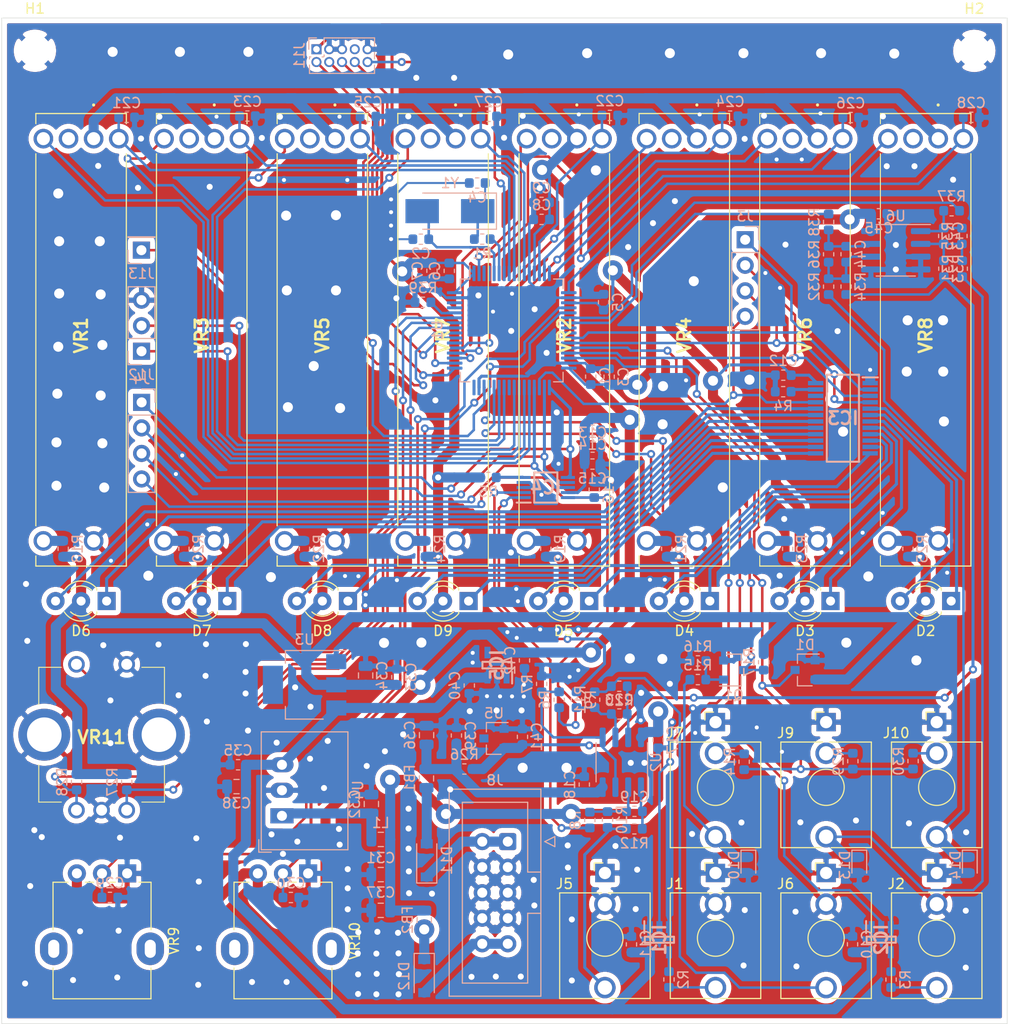
<source format=kicad_pcb>
(kicad_pcb (version 20171130) (host pcbnew "(5.1.6-0-10_14)")
  (layers (0 F.Cu signal) (31 B.Cu signal) (34 B.Paste user) (35 F.Paste user) (36 B.SilkS user) (37 F.SilkS user) (38 B.Mask user) (39 F.Mask user) (44 Edge.Cuts user))
  (net 0 "")
  (net 1 GND)
  (net 2 +3V3)
  (net 3 hse_in)
  (net 4 "Net-(C4-Pad2)")
  (net 5 +5V)
  (net 6 dac_vref)
  (net 7 VCC)
  (net 8 VEE)
  (net 9 "Net-(C19-Pad2)")
  (net 10 "Net-(C19-Pad1)")
  (net 11 fader_a)
  (net 12 fader_e)
  (net 13 fader_b)
  (net 14 fader_f)
  (net 15 fader_c)
  (net 16 fader_g)
  (net 17 fader_d)
  (net 18 fader_h)
  (net 19 pot_a)
  (net 20 pot_b)
  (net 21 ref_-10v)
  (net 22 "Net-(D2-Pad3)")
  (net 23 "Net-(D2-Pad1)")
  (net 24 "Net-(D3-Pad3)")
  (net 25 "Net-(D3-Pad1)")
  (net 26 "Net-(D4-Pad3)")
  (net 27 "Net-(D4-Pad1)")
  (net 28 "Net-(D5-Pad3)")
  (net 29 "Net-(D5-Pad1)")
  (net 30 "Net-(D6-Pad3)")
  (net 31 "Net-(D6-Pad1)")
  (net 32 "Net-(D7-Pad3)")
  (net 33 "Net-(D7-Pad1)")
  (net 34 "Net-(D8-Pad3)")
  (net 35 "Net-(D8-Pad1)")
  (net 36 "Net-(D9-Pad1)")
  (net 37 -12V)
  (net 38 +12V)
  (net 39 "Net-(D12-Pad1)")
  (net 40 "Net-(D13-Pad1)")
  (net 41 "Net-(IC1-Pad4)")
  (net 42 trigger_out_a)
  (net 43 "Net-(IC2-Pad4)")
  (net 44 trigger_out_b)
  (net 45 "Net-(IC3-Pad23)")
  (net 46 "Net-(IC3-Pad22)")
  (net 47 led_gsclk)
  (net 48 led_lat)
  (net 49 led_clk)
  (net 50 led_sin)
  (net 51 dac_mosi)
  (net 52 dac_clk)
  (net 53 dac_cs)
  (net 54 "Net-(IC4-Pad5)")
  (net 55 "/DAC/CV Outputs/dac_channel_a")
  (net 56 "/DAC/CV Outputs/dac_channel_b")
  (net 57 "Net-(IC5-Pad4)")
  (net 58 jtag_tdi)
  (net 59 "Net-(J11-Pad7)")
  (net 60 jtag_tdo)
  (net 61 jtag_clk)
  (net 62 jtag_tms)
  (net 63 usart_rx)
  (net 64 usart_tx)
  (net 65 debug_trst)
  (net 66 trigger_in)
  (net 67 "Net-(Q1-Pad1)")
  (net 68 hse_out)
  (net 69 "Net-(J1-PadT)")
  (net 70 "Net-(J2-PadT)")
  (net 71 ref_cv_out)
  (net 72 "Net-(J5-PadT)")
  (net 73 "Net-(J6-PadT)")
  (net 74 jack_detect)
  (net 75 "Net-(J7-PadTN)")
  (net 76 "Net-(R18-Pad2)")
  (net 77 "Net-(R19-Pad2)")
  (net 78 "Net-(R20-Pad2)")
  (net 79 "Net-(R21-Pad2)")
  (net 80 "Net-(R22-Pad2)")
  (net 81 "Net-(R23-Pad2)")
  (net 82 "Net-(R24-Pad2)")
  (net 83 "Net-(R25-Pad2)")
  (net 84 encoder_a)
  (net 85 encoder_b)
  (net 86 "Net-(J9-PadTN)")
  (net 87 "Net-(J10-PadTN)")
  (net 88 cv_in_a)
  (net 89 cv_in_b)
  (net 90 "Net-(U1-Pad62)")
  (net 91 "Net-(U1-Pad61)")
  (net 92 encoder_sw)
  (net 93 "Net-(U1-Pad54)")
  (net 94 fader_g_led)
  (net 95 fader_f_led)
  (net 96 fader_e_led)
  (net 97 "Net-(U1-Pad48)")
  (net 98 fader_d_led)
  (net 99 fader_c_led)
  (net 100 fader_b_led)
  (net 101 fader_a_led)
  (net 102 "Net-(U1-Pad25)")
  (net 103 "Net-(U1-Pad24)")
  (net 104 "Net-(U1-Pad4)")
  (net 105 "Net-(U1-Pad3)")
  (net 106 fader_h_led)
  (net 107 "Net-(VR1-PadL1)")
  (net 108 "Net-(VR2-PadL1)")
  (net 109 "Net-(VR3-PadL1)")
  (net 110 "Net-(VR4-PadL1)")
  (net 111 "Net-(VR5-PadL1)")
  (net 112 "Net-(VR6-PadL1)")
  (net 113 "Net-(VR7-PadL1)")
  (net 114 "Net-(VR8-PadL1)")
  (net 115 "Net-(U1-Pad41)")
  (net 116 jtag_reset)
  (net 117 3v3a)
  (net 118 "Net-(C20-Pad2)")
  (net 119 "Net-(C20-Pad1)")
  (net 120 "Net-(C32-Pad2)")
  (net 121 "Net-(C43-Pad2)")
  (net 122 "Net-(C43-Pad1)")
  (net 123 "Net-(C44-Pad2)")
  (net 124 "Net-(C44-Pad1)")
  (net 125 "Net-(D9-Pad3)")
  (net 126 "Net-(D10-Pad1)")
  (net 127 "Net-(D11-Pad2)")
  (net 128 "Net-(D14-Pad1)")
  (net 129 "Net-(R39-Pad1)")
  (module Resistor_SMD:R_0603_1608Metric (layer B.Cu) (at 92 62.47 180)
    (fp_text reference R39 (at 0 1.43) (layer B.SilkS) (effects (justify mirror)))
    (fp_text value 10k)
    (pad 2 smd roundrect (at 0.7875 0 180) (size 0.875 0.95) (layers B.Cu B.Paste B.Mask) (net 1 GND))
    (pad 1 smd roundrect (at -0.7875 0 180) (size 0.875 0.95) (layers B.Cu B.Paste B.Mask) (net 129 "Net-(R39-Pad1)"))
  )
  (module Capacitor_SMD:C_0603_1608Metric (layer B.Cu) (at 95.33 105.5475 90)
    (fp_text reference C39 (at 0 1.43 90) (layer B.SilkS) (effects (justify mirror)))
    (fp_text value 1u)
    (pad 2 smd roundrect (at 0.7875 0 90) (size 0.875 0.95) (layers B.Cu B.Paste B.Mask) (net 1 GND))
    (pad 1 smd roundrect (at -0.7875 0 90) (size 0.875 0.95) (layers B.Cu B.Paste B.Mask) (net 8 VEE))
  )
  (module Package_TO_SOT_SMD:SOT-23 (layer B.Cu) (at 130.01 99.03 180)
    (fp_text reference D1 (at 0 2.5) (layer B.SilkS) (effects (justify mirror)))
    (fp_text value BAT54S)
    (pad 3 smd rect (at 1 0 180) (size 0.9 0.8) (layers B.Cu B.Paste B.Mask) (net 74 jack_detect))
    (pad 2 smd rect (at -1 -0.95 180) (size 0.9 0.8) (layers B.Cu B.Paste B.Mask) (net 2 +3V3))
    (pad 1 smd rect (at -1 0.95 180) (size 0.9 0.8) (layers B.Cu B.Paste B.Mask) (net 1 GND))
  )
  (module MountingHole:MountingHole_3.2mm_M3 (layer F.Cu) (at 146.84 37.47)
    (fp_text reference H2 (at 0 -4.2) (layer F.SilkS))
    (fp_text value MountingHole_Pad)
    (pad 1 np_thru_hole circle (at 0 0) (size 3.2 3.2) (drill 3.2) (layers *.Cu *.Mask) (net 1 GND))
  )
  (module MountingHole:MountingHole_3.2mm_M3 (layer F.Cu) (at 53.41 37.46)
    (fp_text reference H1 (at 0 -4.2) (layer F.SilkS))
    (fp_text value MountingHole_Pad)
    (pad 1 np_thru_hole circle (at 0 0) (size 3.2 3.2) (drill 3.2) (layers *.Cu *.Mask) (net 1 GND))
  )
  (module PTL30-10R1-103B2:PTL3010R1103B2 (layer F.Cu) (at 119.25 46.2 270)
    (fp_text reference VR4 (at 19.55 1.25 90) (layer F.SilkS) (effects (font (size 1.27 1.27) (thickness 0.254))))
    (fp_text value PTL30-10R0-502B2 hide)
    (pad L1 thru_hole circle (at 0 2.5 270) (size 1.95 1.95) (drill 1.3) (layers *.Cu *.Mask) (net 110 "Net-(VR4-PadL1)"))
    (pad E1 thru_hole circle (at 0 5 270) (size 1.95 1.95) (drill 1.3) (layers *.Cu *.Mask) (net 95 fader_f_led))
    (pad B1 thru_hole circle (at 40 5 270) (size 1.95 1.95) (drill 1.3) (layers *.Cu *.Mask) (net 79 "Net-(R21-Pad2)"))
    (pad 3 thru_hole circle (at 40 0 270) (size 1.95 1.95) (drill 1.3) (layers *.Cu *.Mask) (net 1 GND))
    (pad 2 thru_hole circle (at 0 -2.5 270) (size 1.95 1.95) (drill 1.3) (layers *.Cu *.Mask) (net 14 fader_f))
    (pad 1 thru_hole circle (at 0 0 270) (size 1.95 1.95) (drill 1.3) (layers *.Cu *.Mask) (net 117 3v3a))
  )
  (module PTL30-10R1-103B2:PTL3010R1103B2 (layer F.Cu) (at 95.25 46.2 270)
    (fp_text reference VR7 (at 19.55 1.25 90) (layer F.SilkS) (effects (font (size 1.27 1.27) (thickness 0.254))))
    (fp_text value PTL30-10R0-502B2 hide)
    (pad L1 thru_hole circle (at 0 2.5 270) (size 1.95 1.95) (drill 1.3) (layers *.Cu *.Mask) (net 113 "Net-(VR7-PadL1)"))
    (pad E1 thru_hole circle (at 0 5 270) (size 1.95 1.95) (drill 1.3) (layers *.Cu *.Mask) (net 98 fader_d_led))
    (pad B1 thru_hole circle (at 40 5 270) (size 1.95 1.95) (drill 1.3) (layers *.Cu *.Mask) (net 82 "Net-(R24-Pad2)"))
    (pad 3 thru_hole circle (at 40 0 270) (size 1.95 1.95) (drill 1.3) (layers *.Cu *.Mask) (net 1 GND))
    (pad 2 thru_hole circle (at 0 -2.5 270) (size 1.95 1.95) (drill 1.3) (layers *.Cu *.Mask) (net 17 fader_d))
    (pad 1 thru_hole circle (at 0 0 270) (size 1.95 1.95) (drill 1.3) (layers *.Cu *.Mask) (net 117 3v3a))
  )
  (module Capacitor_SMD:C_0603_1608Metric (layer B.Cu) (at 127.84 69.72 180)
    (fp_text reference C12 (at 0 1.43) (layer B.SilkS) (effects (justify mirror)))
    (fp_text value 100n)
    (pad 2 smd roundrect (at 0.7875 0 180) (size 0.875 0.95) (layers B.Cu B.Paste B.Mask) (net 1 GND))
    (pad 1 smd roundrect (at -0.7875 0 180) (size 0.875 0.95) (layers B.Cu B.Paste B.Mask) (net 2 +3V3))
  )
  (module PTL30-10R1-103B2:PTL3010R1103B2 (layer F.Cu) (at 71.25 46.2 270)
    (fp_text reference VR3 (at 19.55 1.25 90) (layer F.SilkS) (effects (font (size 1.27 1.27) (thickness 0.254))))
    (fp_text value PTL30-10R0-502B2 hide)
    (pad L1 thru_hole circle (at 0 2.5 270) (size 1.95 1.95) (drill 1.3) (layers *.Cu *.Mask) (net 109 "Net-(VR3-PadL1)"))
    (pad E1 thru_hole circle (at 0 5 270) (size 1.95 1.95) (drill 1.3) (layers *.Cu *.Mask) (net 100 fader_b_led))
    (pad B1 thru_hole circle (at 40 5 270) (size 1.95 1.95) (drill 1.3) (layers *.Cu *.Mask) (net 78 "Net-(R20-Pad2)"))
    (pad 3 thru_hole circle (at 40 0 270) (size 1.95 1.95) (drill 1.3) (layers *.Cu *.Mask) (net 1 GND))
    (pad 2 thru_hole circle (at 0 -2.5 270) (size 1.95 1.95) (drill 1.3) (layers *.Cu *.Mask) (net 13 fader_b))
    (pad 1 thru_hole circle (at 0 0 270) (size 1.95 1.95) (drill 1.3) (layers *.Cu *.Mask) (net 117 3v3a))
  )
  (module TLC59482DBQ:SOP64P600X175-24N (layer B.Cu) (at 133.77 74 180)
    (fp_text reference IC3 (at 0 0) (layer B.SilkS) (effects (font (size 1.27 1.27) (thickness 0.254)) (justify mirror)))
    (fp_text value TLC59482DBQ hide)
    (pad 1 smd rect (at -2.712 3.492 90) (size 0.435 1.525) (layers B.Cu B.Paste B.Mask) (net 1 GND))
    (pad 2 smd rect (at -2.712 2.858 90) (size 0.435 1.525) (layers B.Cu B.Paste B.Mask) (net 50 led_sin))
    (pad 3 smd rect (at -2.712 2.222 90) (size 0.435 1.525) (layers B.Cu B.Paste B.Mask) (net 49 led_clk))
    (pad 4 smd rect (at -2.712 1.588 90) (size 0.435 1.525) (layers B.Cu B.Paste B.Mask) (net 48 led_lat))
    (pad 5 smd rect (at -2.712 0.952 90) (size 0.435 1.525) (layers B.Cu B.Paste B.Mask) (net 23 "Net-(D2-Pad1)"))
    (pad 6 smd rect (at -2.712 0.318 90) (size 0.435 1.525) (layers B.Cu B.Paste B.Mask) (net 22 "Net-(D2-Pad3)"))
    (pad 7 smd rect (at -2.712 -0.318 90) (size 0.435 1.525) (layers B.Cu B.Paste B.Mask) (net 25 "Net-(D3-Pad1)"))
    (pad 8 smd rect (at -2.712 -0.952 90) (size 0.435 1.525) (layers B.Cu B.Paste B.Mask) (net 24 "Net-(D3-Pad3)"))
    (pad 9 smd rect (at -2.712 -1.588 90) (size 0.435 1.525) (layers B.Cu B.Paste B.Mask) (net 27 "Net-(D4-Pad1)"))
    (pad 10 smd rect (at -2.712 -2.222 90) (size 0.435 1.525) (layers B.Cu B.Paste B.Mask) (net 26 "Net-(D4-Pad3)"))
    (pad 11 smd rect (at -2.712 -2.858 90) (size 0.435 1.525) (layers B.Cu B.Paste B.Mask) (net 29 "Net-(D5-Pad1)"))
    (pad 12 smd rect (at -2.712 -3.492 90) (size 0.435 1.525) (layers B.Cu B.Paste B.Mask) (net 28 "Net-(D5-Pad3)"))
    (pad 13 smd rect (at 2.712 -3.492 90) (size 0.435 1.525) (layers B.Cu B.Paste B.Mask) (net 36 "Net-(D9-Pad1)"))
    (pad 14 smd rect (at 2.712 -2.858 90) (size 0.435 1.525) (layers B.Cu B.Paste B.Mask) (net 125 "Net-(D9-Pad3)"))
    (pad 15 smd rect (at 2.712 -2.222 90) (size 0.435 1.525) (layers B.Cu B.Paste B.Mask) (net 35 "Net-(D8-Pad1)"))
    (pad 16 smd rect (at 2.712 -1.588 90) (size 0.435 1.525) (layers B.Cu B.Paste B.Mask) (net 34 "Net-(D8-Pad3)"))
    (pad 17 smd rect (at 2.712 -0.952 90) (size 0.435 1.525) (layers B.Cu B.Paste B.Mask) (net 33 "Net-(D7-Pad1)"))
    (pad 18 smd rect (at 2.712 -0.318 90) (size 0.435 1.525) (layers B.Cu B.Paste B.Mask) (net 32 "Net-(D7-Pad3)"))
    (pad 19 smd rect (at 2.712 0.318 90) (size 0.435 1.525) (layers B.Cu B.Paste B.Mask) (net 31 "Net-(D6-Pad1)"))
    (pad 20 smd rect (at 2.712 0.952 90) (size 0.435 1.525) (layers B.Cu B.Paste B.Mask) (net 30 "Net-(D6-Pad3)"))
    (pad 21 smd rect (at 2.712 1.588 90) (size 0.435 1.525) (layers B.Cu B.Paste B.Mask) (net 47 led_gsclk))
    (pad 22 smd rect (at 2.712 2.222 90) (size 0.435 1.525) (layers B.Cu B.Paste B.Mask) (net 46 "Net-(IC3-Pad22)"))
    (pad 23 smd rect (at 2.712 2.858 90) (size 0.435 1.525) (layers B.Cu B.Paste B.Mask) (net 45 "Net-(IC3-Pad23)"))
    (pad 24 smd rect (at 2.712 3.492 90) (size 0.435 1.525) (layers B.Cu B.Paste B.Mask) (net 2 +3V3))
  )
  (module PTL30-10R1-103B2:PTL3010R1103B2 (layer F.Cu) (at 107.31 46.2 270)
    (fp_text reference VR2 (at 19.55 1.25 90) (layer F.SilkS) (effects (font (size 1.27 1.27) (thickness 0.254))))
    (fp_text value PTL30-10R0-502B2 hide)
    (pad L1 thru_hole circle (at 0 2.5 270) (size 1.95 1.95) (drill 1.3) (layers *.Cu *.Mask) (net 108 "Net-(VR2-PadL1)"))
    (pad E1 thru_hole circle (at 0 5 270) (size 1.95 1.95) (drill 1.3) (layers *.Cu *.Mask) (net 96 fader_e_led))
    (pad B1 thru_hole circle (at 40 5 270) (size 1.95 1.95) (drill 1.3) (layers *.Cu *.Mask) (net 77 "Net-(R19-Pad2)"))
    (pad 3 thru_hole circle (at 40 0 270) (size 1.95 1.95) (drill 1.3) (layers *.Cu *.Mask) (net 1 GND))
    (pad 2 thru_hole circle (at 0 -2.5 270) (size 1.95 1.95) (drill 1.3) (layers *.Cu *.Mask) (net 12 fader_e))
    (pad 1 thru_hole circle (at 0 0 270) (size 1.95 1.95) (drill 1.3) (layers *.Cu *.Mask) (net 117 3v3a))
  )
  (module PTL30-10R1-103B2:PTL3010R1103B2 (layer F.Cu) (at 131.25 46.2 270)
    (fp_text reference VR6 (at 19.55 1.25 90) (layer F.SilkS) (effects (font (size 1.27 1.27) (thickness 0.254))))
    (fp_text value PTL30-10R0-502B2 hide)
    (pad L1 thru_hole circle (at 0 2.5 270) (size 1.95 1.95) (drill 1.3) (layers *.Cu *.Mask) (net 112 "Net-(VR6-PadL1)"))
    (pad E1 thru_hole circle (at 0 5 270) (size 1.95 1.95) (drill 1.3) (layers *.Cu *.Mask) (net 94 fader_g_led))
    (pad B1 thru_hole circle (at 40 5 270) (size 1.95 1.95) (drill 1.3) (layers *.Cu *.Mask) (net 81 "Net-(R23-Pad2)"))
    (pad 3 thru_hole circle (at 40 0 270) (size 1.95 1.95) (drill 1.3) (layers *.Cu *.Mask) (net 1 GND))
    (pad 2 thru_hole circle (at 0 -2.5 270) (size 1.95 1.95) (drill 1.3) (layers *.Cu *.Mask) (net 16 fader_g))
    (pad 1 thru_hole circle (at 0 0 270) (size 1.95 1.95) (drill 1.3) (layers *.Cu *.Mask) (net 117 3v3a))
  )
  (module Capacitor_SMD:C_0603_1608Metric (layer B.Cu) (at 97.4 50.61)
    (fp_text reference C4 (at 0 1.43) (layer B.SilkS) (effects (justify mirror)))
    (fp_text value 22-26p)
    (pad 1 smd roundrect (at -0.7875 0) (size 0.875 0.95) (layers B.Cu B.Paste B.Mask) (net 1 GND))
    (pad 2 smd roundrect (at 0.7875 0) (size 0.875 0.95) (layers B.Cu B.Paste B.Mask) (net 4 "Net-(C4-Pad2)"))
  )
  (module Capacitor_SMD:C_0603_1608Metric (layer B.Cu) (at 108.88 75.19)
    (fp_text reference C14 (at 0 1.43) (layer B.SilkS) (effects (justify mirror)))
    (fp_text value 100n)
    (pad 2 smd roundrect (at 0.7875 0) (size 0.875 0.95) (layers B.Cu B.Paste B.Mask) (net 1 GND))
    (pad 1 smd roundrect (at -0.7875 0) (size 0.875 0.95) (layers B.Cu B.Paste B.Mask) (net 117 3v3a))
  )
  (module Capacitor_SMD:C_0603_1608Metric (layer B.Cu) (at 108.8775 76.87 180)
    (fp_text reference C13 (at 0 1.43) (layer B.SilkS) (effects (justify mirror)))
    (fp_text value 1n)
    (pad 2 smd roundrect (at 0.7875 0 180) (size 0.875 0.95) (layers B.Cu B.Paste B.Mask) (net 117 3v3a))
    (pad 1 smd roundrect (at -0.7875 0 180) (size 0.875 0.95) (layers B.Cu B.Paste B.Mask) (net 1 GND))
  )
  (module Capacitor_SMD:C_0603_1608Metric (layer B.Cu) (at 112.74 126.32 90)
    (fp_text reference C11 (at 0 1.43 90) (layer B.SilkS) (effects (justify mirror)))
    (fp_text value 100n)
    (pad 2 smd roundrect (at 0.7875 0 90) (size 0.875 0.95) (layers B.Cu B.Paste B.Mask) (net 1 GND))
    (pad 1 smd roundrect (at -0.7875 0 90) (size 0.875 0.95) (layers B.Cu B.Paste B.Mask) (net 5 +5V))
  )
  (module Connector_Audio:Jack_3.5mm_QingPu_WQP-PJ398SM_Vertical_CircularHoles (layer F.Cu) (at 143.1 104.22)
    (fp_text reference J10 (at -4.03 1.08 180) (layer F.SilkS))
    (fp_text value PJ398SM)
    (pad T thru_hole circle (at 0 11.4 180) (size 2.13 2.13) (drill 1.43) (layers *.Cu *.Mask) (net 128 "Net-(D14-Pad1)"))
    (pad S thru_hole rect (at 0 0 180) (size 1.93 1.83) (drill 1.22) (layers *.Cu *.Mask) (net 1 GND))
    (pad TN thru_hole circle (at 0 3.1 180) (size 2.13 2.13) (drill 1.42) (layers *.Cu *.Mask) (net 87 "Net-(J10-PadTN)"))
  )
  (module Connector_Audio:Jack_3.5mm_QingPu_WQP-PJ398SM_Vertical_CircularHoles (layer F.Cu) (at 132.1 104.22)
    (fp_text reference J9 (at -4.03 1.08 180) (layer F.SilkS))
    (fp_text value PJ398SM)
    (pad T thru_hole circle (at 0 11.4 180) (size 2.13 2.13) (drill 1.43) (layers *.Cu *.Mask) (net 40 "Net-(D13-Pad1)"))
    (pad S thru_hole rect (at 0 0 180) (size 1.93 1.83) (drill 1.22) (layers *.Cu *.Mask) (net 1 GND))
    (pad TN thru_hole circle (at 0 3.1 180) (size 2.13 2.13) (drill 1.42) (layers *.Cu *.Mask) (net 86 "Net-(J9-PadTN)"))
  )
  (module Connector_Audio:Jack_3.5mm_QingPu_WQP-PJ398SM_Vertical_CircularHoles (layer F.Cu) (at 121.1 104.22)
    (fp_text reference J7 (at -4.03 1.08 180) (layer F.SilkS))
    (fp_text value PJ398SM)
    (pad T thru_hole circle (at 0 11.4 180) (size 2.13 2.13) (drill 1.43) (layers *.Cu *.Mask) (net 126 "Net-(D10-Pad1)"))
    (pad S thru_hole rect (at 0 0 180) (size 1.93 1.83) (drill 1.22) (layers *.Cu *.Mask) (net 1 GND))
    (pad TN thru_hole circle (at 0 3.1 180) (size 2.13 2.13) (drill 1.42) (layers *.Cu *.Mask) (net 75 "Net-(J7-PadTN)"))
  )
  (module Connector_Audio:Jack_3.5mm_QingPu_WQP-PJ398SM_Vertical_CircularHoles (layer F.Cu) (at 132.1 119.22)
    (fp_text reference J6 (at -4.03 1.08 180) (layer F.SilkS))
    (fp_text value PJ398SM)
    (pad T thru_hole circle (at 0 11.4 180) (size 2.13 2.13) (drill 1.43) (layers *.Cu *.Mask) (net 73 "Net-(J6-PadT)"))
    (pad S thru_hole rect (at 0 0 180) (size 1.93 1.83) (drill 1.22) (layers *.Cu *.Mask) (net 1 GND))
    (pad TN thru_hole circle (at 0 3.1 180) (size 2.13 2.13) (drill 1.42) (layers *.Cu *.Mask) (net 1 GND))
  )
  (module Connector_Audio:Jack_3.5mm_QingPu_WQP-PJ398SM_Vertical_CircularHoles (layer F.Cu) (at 110.1 119.22)
    (fp_text reference J5 (at -4.03 1.08 180) (layer F.SilkS))
    (fp_text value PJ398SM)
    (pad T thru_hole circle (at 0 11.4 180) (size 2.13 2.13) (drill 1.43) (layers *.Cu *.Mask) (net 72 "Net-(J5-PadT)"))
    (pad S thru_hole rect (at 0 0 180) (size 1.93 1.83) (drill 1.22) (layers *.Cu *.Mask) (net 1 GND))
    (pad TN thru_hole circle (at 0 3.1 180) (size 2.13 2.13) (drill 1.42) (layers *.Cu *.Mask) (net 1 GND))
  )
  (module Connector_Audio:Jack_3.5mm_QingPu_WQP-PJ398SM_Vertical_CircularHoles (layer F.Cu) (at 143.1 119.22)
    (fp_text reference J2 (at -4.03 1.08 180) (layer F.SilkS))
    (fp_text value PJ398SM)
    (pad T thru_hole circle (at 0 11.4 180) (size 2.13 2.13) (drill 1.43) (layers *.Cu *.Mask) (net 70 "Net-(J2-PadT)"))
    (pad S thru_hole rect (at 0 0 180) (size 1.93 1.83) (drill 1.22) (layers *.Cu *.Mask) (net 1 GND))
    (pad TN thru_hole circle (at 0 3.1 180) (size 2.13 2.13) (drill 1.42) (layers *.Cu *.Mask) (net 1 GND))
  )
  (module Connector_Audio:Jack_3.5mm_QingPu_WQP-PJ398SM_Vertical_CircularHoles (layer F.Cu) (at 121.1 119.22)
    (fp_text reference J1 (at -4.03 1.08 180) (layer F.SilkS))
    (fp_text value PJ398SM)
    (pad T thru_hole circle (at 0 11.4 180) (size 2.13 2.13) (drill 1.43) (layers *.Cu *.Mask) (net 69 "Net-(J1-PadT)"))
    (pad S thru_hole rect (at 0 0 180) (size 1.93 1.83) (drill 1.22) (layers *.Cu *.Mask) (net 1 GND))
    (pad TN thru_hole circle (at 0 3.1 180) (size 2.13 2.13) (drill 1.42) (layers *.Cu *.Mask) (net 1 GND))
  )
  (module Crystal:Crystal_SMD_Abracon_ABM3-2Pin_5.0x3.2mm_HandSoldering (layer B.Cu) (at 94.6875 53.41 180)
    (fp_text reference Y1 (at 0 2.8) (layer B.SilkS) (effects (justify mirror)))
    (fp_text value ABM3-8.000MHZ)
    (pad 2 smd rect (at 2.7625 0 180) (size 3.325 2.4) (layers B.Cu B.Paste B.Mask) (net 3 hse_in))
    (pad 1 smd rect (at -2.7625 0 180) (size 3.325 2.4) (layers B.Cu B.Paste B.Mask) (net 4 "Net-(C4-Pad2)"))
  )
  (module PEC11R-4220F-S0024:PEC11R4220FS0024 (layer F.Cu) (at 57.54 98.47)
    (fp_text reference VR11 (at 2.5 7.25) (layer F.SilkS) (effects (font (size 1.27 1.27) (thickness 0.254))))
    (fp_text value PEC11R-4220F-S0024 hide)
    (pad MH2 thru_hole circle (at 8.2 7) (size 5.161 5.161) (drill 3.4409) (layers *.Cu *.Mask) (net 1 GND))
    (pad MH1 thru_hole circle (at -3.2 7) (size 5.161 5.161) (drill 3.4409) (layers *.Cu *.Mask) (net 1 GND))
    (pad C1 thru_hole circle (at 2.5 14.5) (size 1.65 1.65) (drill 1.1) (layers *.Cu *.Mask) (net 1 GND))
    (pad B1 thru_hole circle (at 5 14.5) (size 1.65 1.65) (drill 1.1) (layers *.Cu *.Mask) (net 84 encoder_a))
    (pad A1 thru_hole circle (at 0 14.5) (size 1.65 1.65) (drill 1.1) (layers *.Cu *.Mask) (net 85 encoder_b))
    (pad 2 thru_hole circle (at 5 0) (size 1.65 1.65) (drill 1.1) (layers *.Cu *.Mask) (net 1 GND))
    (pad 1 thru_hole circle (at 0 0) (size 1.65 1.65) (drill 1.1) (layers *.Cu *.Mask) (net 92 encoder_sw))
  )
  (module PTL30-10R1-103B2:PTL3010R1103B2 (layer F.Cu) (at 143.25 46.2 270)
    (fp_text reference VR8 (at 19.55 1.25 90) (layer F.SilkS) (effects (font (size 1.27 1.27) (thickness 0.254))))
    (fp_text value PTL30-10R0-502B2 hide)
    (pad L1 thru_hole circle (at 0 2.5 270) (size 1.95 1.95) (drill 1.3) (layers *.Cu *.Mask) (net 114 "Net-(VR8-PadL1)"))
    (pad E1 thru_hole circle (at 0 5 270) (size 1.95 1.95) (drill 1.3) (layers *.Cu *.Mask) (net 106 fader_h_led))
    (pad B1 thru_hole circle (at 40 5 270) (size 1.95 1.95) (drill 1.3) (layers *.Cu *.Mask) (net 83 "Net-(R25-Pad2)"))
    (pad 3 thru_hole circle (at 40 0 270) (size 1.95 1.95) (drill 1.3) (layers *.Cu *.Mask) (net 1 GND))
    (pad 2 thru_hole circle (at 0 -2.5 270) (size 1.95 1.95) (drill 1.3) (layers *.Cu *.Mask) (net 18 fader_h))
    (pad 1 thru_hole circle (at 0 0 270) (size 1.95 1.95) (drill 1.3) (layers *.Cu *.Mask) (net 117 3v3a))
  )
  (module PTL30-10R1-103B2:PTL3010R1103B2 (layer F.Cu) (at 83.25 46.2 270)
    (fp_text reference VR5 (at 19.55 1.25 90) (layer F.SilkS) (effects (font (size 1.27 1.27) (thickness 0.254))))
    (fp_text value PTL30-10R0-502B2 hide)
    (pad L1 thru_hole circle (at 0 2.5 270) (size 1.95 1.95) (drill 1.3) (layers *.Cu *.Mask) (net 111 "Net-(VR5-PadL1)"))
    (pad E1 thru_hole circle (at 0 5 270) (size 1.95 1.95) (drill 1.3) (layers *.Cu *.Mask) (net 99 fader_c_led))
    (pad B1 thru_hole circle (at 40 5 270) (size 1.95 1.95) (drill 1.3) (layers *.Cu *.Mask) (net 80 "Net-(R22-Pad2)"))
    (pad 3 thru_hole circle (at 40 0 270) (size 1.95 1.95) (drill 1.3) (layers *.Cu *.Mask) (net 1 GND))
    (pad 2 thru_hole circle (at 0 -2.5 270) (size 1.95 1.95) (drill 1.3) (layers *.Cu *.Mask) (net 15 fader_c))
    (pad 1 thru_hole circle (at 0 0 270) (size 1.95 1.95) (drill 1.3) (layers *.Cu *.Mask) (net 117 3v3a))
  )
  (module PTL30-10R1-103B2:PTL3010R1103B2 (layer F.Cu) (at 59.25 46.2 270)
    (fp_text reference VR1 (at 19.55 1.25 90) (layer F.SilkS) (effects (font (size 1.27 1.27) (thickness 0.254))))
    (fp_text value PTL30-10R0-502B2 hide)
    (pad L1 thru_hole circle (at 0 2.5 270) (size 1.95 1.95) (drill 1.3) (layers *.Cu *.Mask) (net 107 "Net-(VR1-PadL1)"))
    (pad E1 thru_hole circle (at 0 5 270) (size 1.95 1.95) (drill 1.3) (layers *.Cu *.Mask) (net 101 fader_a_led))
    (pad B1 thru_hole circle (at 40 5 270) (size 1.95 1.95) (drill 1.3) (layers *.Cu *.Mask) (net 76 "Net-(R18-Pad2)"))
    (pad 3 thru_hole circle (at 40 0 270) (size 1.95 1.95) (drill 1.3) (layers *.Cu *.Mask) (net 1 GND))
    (pad 2 thru_hole circle (at 0 -2.5 270) (size 1.95 1.95) (drill 1.3) (layers *.Cu *.Mask) (net 11 fader_a))
    (pad 1 thru_hole circle (at 0 0 270) (size 1.95 1.95) (drill 1.3) (layers *.Cu *.Mask) (net 117 3v3a))
  )
  (module Package_SO:SOIC-8_3.9x4.9mm_P1.27mm (layer B.Cu) (at 139.03 57.3 180)
    (fp_text reference U6 (at 0 3.4) (layer B.SilkS) (effects (justify mirror)))
    (fp_text value MCP6002-xMS)
    (pad 8 smd roundrect (at 2.475 1.905 180) (size 1.95 0.6) (layers B.Cu B.Paste B.Mask) (net 2 +3V3))
    (pad 7 smd roundrect (at 2.475 0.635 180) (size 1.95 0.6) (layers B.Cu B.Paste B.Mask) (net 123 "Net-(C44-Pad2)"))
    (pad 6 smd roundrect (at 2.475 -0.635 180) (size 1.95 0.6) (layers B.Cu B.Paste B.Mask) (net 124 "Net-(C44-Pad1)"))
    (pad 5 smd roundrect (at 2.475 -1.905 180) (size 1.95 0.6) (layers B.Cu B.Paste B.Mask) (net 1 GND))
    (pad 4 smd roundrect (at -2.475 -1.905 180) (size 1.95 0.6) (layers B.Cu B.Paste B.Mask) (net 1 GND))
    (pad 3 smd roundrect (at -2.475 -0.635 180) (size 1.95 0.6) (layers B.Cu B.Paste B.Mask) (net 1 GND))
    (pad 2 smd roundrect (at -2.475 0.635 180) (size 1.95 0.6) (layers B.Cu B.Paste B.Mask) (net 122 "Net-(C43-Pad1)"))
    (pad 1 smd roundrect (at -2.475 1.905 180) (size 1.95 0.6) (layers B.Cu B.Paste B.Mask) (net 121 "Net-(C43-Pad2)"))
  )
  (module Package_TO_SOT_SMD:SOT-23 (layer B.Cu) (at 99.07 105.84 180)
    (fp_text reference U5 (at 0 2.5) (layer B.SilkS) (effects (justify mirror)))
    (fp_text value LM4040DBZ-10)
    (pad 3 smd rect (at 1 0 180) (size 0.9 0.8) (layers B.Cu B.Paste B.Mask))
    (pad 2 smd rect (at -1 -0.95 180) (size 0.9 0.8) (layers B.Cu B.Paste B.Mask) (net 21 ref_-10v))
    (pad 1 smd rect (at -1 0.95 180) (size 0.9 0.8) (layers B.Cu B.Paste B.Mask) (net 1 GND))
  )
  (module Converter_DCDC:Converter_DCDC_RECOM_R-78E-0.5_THT (layer B.Cu) (at 77.978 113.538 90)
    (fp_text reference U4 (at 2.54 7.56 270) (layer B.SilkS) (effects (justify mirror)))
    (fp_text value R-78E5.0-0.5)
    (pad 3 thru_hole oval (at 5.08 0 90) (size 1.5 2.3) (drill 1) (layers *.Cu *.Mask) (net 5 +5V))
    (pad 2 thru_hole oval (at 2.54 0 90) (size 1.5 2.3) (drill 1) (layers *.Cu *.Mask) (net 1 GND))
    (pad 1 thru_hole rect (at 0 0 90) (size 1.5 2.3) (drill 1) (layers *.Cu *.Mask) (net 120 "Net-(C32-Pad2)"))
  )
  (module Package_TO_SOT_SMD:SOT-223 (layer B.Cu) (at 80.23 100.51 180)
    (fp_text reference U3 (at 0 4.5) (layer B.SilkS) (effects (justify mirror)))
    (fp_text value LM1117-3.3)
    (pad 1 smd rect (at -3.15 2.3 180) (size 2 1.5) (layers B.Cu B.Paste B.Mask) (net 1 GND))
    (pad 3 smd rect (at -3.15 -2.3 180) (size 2 1.5) (layers B.Cu B.Paste B.Mask) (net 5 +5V))
    (pad 2 smd rect (at -3.15 0 180) (size 2 1.5) (layers B.Cu B.Paste B.Mask) (net 2 +3V3))
    (pad 4 smd rect (at 3.15 0 180) (size 2 3.8) (layers B.Cu B.Paste B.Mask))
  )
  (module Package_SO:SOIC-8_3.9x4.9mm_P1.27mm (layer B.Cu) (at 111.78 108.21 90)
    (fp_text reference U2 (at 0 3.4 90) (layer B.SilkS) (effects (justify mirror)))
    (fp_text value TL072)
    (pad 8 smd roundrect (at 2.475 1.905 90) (size 1.95 0.6) (layers B.Cu B.Paste B.Mask) (net 7 VCC))
    (pad 7 smd roundrect (at 2.475 0.635 90) (size 1.95 0.6) (layers B.Cu B.Paste B.Mask) (net 119 "Net-(C20-Pad1)"))
    (pad 6 smd roundrect (at 2.475 -0.635 90) (size 1.95 0.6) (layers B.Cu B.Paste B.Mask) (net 118 "Net-(C20-Pad2)"))
    (pad 5 smd roundrect (at 2.475 -1.905 90) (size 1.95 0.6) (layers B.Cu B.Paste B.Mask) (net 71 ref_cv_out))
    (pad 4 smd roundrect (at -2.475 -1.905 90) (size 1.95 0.6) (layers B.Cu B.Paste B.Mask) (net 8 VEE))
    (pad 3 smd roundrect (at -2.475 -0.635 90) (size 1.95 0.6) (layers B.Cu B.Paste B.Mask) (net 71 ref_cv_out))
    (pad 2 smd roundrect (at -2.475 0.635 90) (size 1.95 0.6) (layers B.Cu B.Paste B.Mask) (net 9 "Net-(C19-Pad2)"))
    (pad 1 smd roundrect (at -2.475 1.905 90) (size 1.95 0.6) (layers B.Cu B.Paste B.Mask) (net 10 "Net-(C19-Pad1)"))
  )
  (module Package_QFP:LQFP-64_10x10mm_P0.5mm (layer B.Cu) (at 100.83 65.27 270)
    (fp_text reference U1 (at 0 7.4 90) (layer B.SilkS) (effects (justify mirror)))
    (fp_text value STM32L452RETx)
    (pad 64 smd roundrect (at -3.75 5.675 270) (size 0.3 1.55) (layers B.Cu B.Paste B.Mask) (net 2 +3V3))
    (pad 63 smd roundrect (at -3.25 5.675 270) (size 0.3 1.55) (layers B.Cu B.Paste B.Mask) (net 1 GND))
    (pad 62 smd roundrect (at -2.75 5.675 270) (size 0.3 1.55) (layers B.Cu B.Paste B.Mask) (net 90 "Net-(U1-Pad62)"))
    (pad 61 smd roundrect (at -2.25 5.675 270) (size 0.3 1.55) (layers B.Cu B.Paste B.Mask) (net 91 "Net-(U1-Pad61)"))
    (pad 60 smd roundrect (at -1.75 5.675 270) (size 0.3 1.55) (layers B.Cu B.Paste B.Mask) (net 129 "Net-(R39-Pad1)"))
    (pad 59 smd roundrect (at -1.25 5.675 270) (size 0.3 1.55) (layers B.Cu B.Paste B.Mask) (net 92 encoder_sw))
    (pad 58 smd roundrect (at -0.75 5.675 270) (size 0.3 1.55) (layers B.Cu B.Paste B.Mask) (net 85 encoder_b))
    (pad 57 smd roundrect (at -0.25 5.675 270) (size 0.3 1.55) (layers B.Cu B.Paste B.Mask) (net 84 encoder_a))
    (pad 56 smd roundrect (at 0.25 5.675 270) (size 0.3 1.55) (layers B.Cu B.Paste B.Mask) (net 65 debug_trst))
    (pad 55 smd roundrect (at 0.75 5.675 270) (size 0.3 1.55) (layers B.Cu B.Paste B.Mask) (net 60 jtag_tdo))
    (pad 54 smd roundrect (at 1.25 5.675 270) (size 0.3 1.55) (layers B.Cu B.Paste B.Mask) (net 93 "Net-(U1-Pad54)"))
    (pad 53 smd roundrect (at 1.75 5.675 270) (size 0.3 1.55) (layers B.Cu B.Paste B.Mask) (net 94 fader_g_led))
    (pad 52 smd roundrect (at 2.25 5.675 270) (size 0.3 1.55) (layers B.Cu B.Paste B.Mask) (net 95 fader_f_led))
    (pad 51 smd roundrect (at 2.75 5.675 270) (size 0.3 1.55) (layers B.Cu B.Paste B.Mask) (net 96 fader_e_led))
    (pad 50 smd roundrect (at 3.25 5.675 270) (size 0.3 1.55) (layers B.Cu B.Paste B.Mask) (net 58 jtag_tdi))
    (pad 49 smd roundrect (at 3.75 5.675 270) (size 0.3 1.55) (layers B.Cu B.Paste B.Mask) (net 61 jtag_clk))
    (pad 48 smd roundrect (at 5.675 3.75 270) (size 1.55 0.3) (layers B.Cu B.Paste B.Mask) (net 97 "Net-(U1-Pad48)"))
    (pad 47 smd roundrect (at 5.675 3.25 270) (size 1.55 0.3) (layers B.Cu B.Paste B.Mask) (net 1 GND))
    (pad 46 smd roundrect (at 5.675 2.75 270) (size 1.55 0.3) (layers B.Cu B.Paste B.Mask) (net 62 jtag_tms))
    (pad 45 smd roundrect (at 5.675 2.25 270) (size 1.55 0.3) (layers B.Cu B.Paste B.Mask) (net 44 trigger_out_b))
    (pad 44 smd roundrect (at 5.675 1.75 270) (size 1.55 0.3) (layers B.Cu B.Paste B.Mask) (net 42 trigger_out_a))
    (pad 43 smd roundrect (at 5.675 1.25 270) (size 1.55 0.3) (layers B.Cu B.Paste B.Mask) (net 63 usart_rx))
    (pad 42 smd roundrect (at 5.675 0.75 270) (size 1.55 0.3) (layers B.Cu B.Paste B.Mask) (net 64 usart_tx))
    (pad 41 smd roundrect (at 5.675 0.25 270) (size 1.55 0.3) (layers B.Cu B.Paste B.Mask) (net 115 "Net-(U1-Pad41)"))
    (pad 40 smd roundrect (at 5.675 -0.25 270) (size 1.55 0.3) (layers B.Cu B.Paste B.Mask) (net 98 fader_d_led))
    (pad 39 smd roundrect (at 5.675 -0.75 270) (size 1.55 0.3) (layers B.Cu B.Paste B.Mask) (net 99 fader_c_led))
    (pad 38 smd roundrect (at 5.675 -1.25 270) (size 1.55 0.3) (layers B.Cu B.Paste B.Mask) (net 100 fader_b_led))
    (pad 37 smd roundrect (at 5.675 -1.75 270) (size 1.55 0.3) (layers B.Cu B.Paste B.Mask) (net 101 fader_a_led))
    (pad 36 smd roundrect (at 5.675 -2.25 270) (size 1.55 0.3) (layers B.Cu B.Paste B.Mask) (net 51 dac_mosi))
    (pad 35 smd roundrect (at 5.675 -2.75 270) (size 1.55 0.3) (layers B.Cu B.Paste B.Mask) (net 47 led_gsclk))
    (pad 34 smd roundrect (at 5.675 -3.25 270) (size 1.55 0.3) (layers B.Cu B.Paste B.Mask) (net 52 dac_clk))
    (pad 33 smd roundrect (at 5.675 -3.75 270) (size 1.55 0.3) (layers B.Cu B.Paste B.Mask) (net 53 dac_cs))
    (pad 32 smd roundrect (at 3.75 -5.675 270) (size 0.3 1.55) (layers B.Cu B.Paste B.Mask) (net 2 +3V3))
    (pad 31 smd roundrect (at 3.25 -5.675 270) (size 0.3 1.55) (layers B.Cu B.Paste B.Mask) (net 1 GND))
    (pad 30 smd roundrect (at 2.75 -5.675 270) (size 0.3 1.55) (layers B.Cu B.Paste B.Mask) (net 74 jack_detect))
    (pad 29 smd roundrect (at 2.25 -5.675 270) (size 0.3 1.55) (layers B.Cu B.Paste B.Mask) (net 49 led_clk))
    (pad 28 smd roundrect (at 1.75 -5.675 270) (size 0.3 1.55) (layers B.Cu B.Paste B.Mask) (net 66 trigger_in))
    (pad 27 smd roundrect (at 1.25 -5.675 270) (size 0.3 1.55) (layers B.Cu B.Paste B.Mask) (net 48 led_lat))
    (pad 26 smd roundrect (at 0.75 -5.675 270) (size 0.3 1.55) (layers B.Cu B.Paste B.Mask) (net 50 led_sin))
    (pad 25 smd roundrect (at 0.25 -5.675 270) (size 0.3 1.55) (layers B.Cu B.Paste B.Mask) (net 102 "Net-(U1-Pad25)"))
    (pad 24 smd roundrect (at -0.25 -5.675 270) (size 0.3 1.55) (layers B.Cu B.Paste B.Mask) (net 103 "Net-(U1-Pad24)"))
    (pad 23 smd roundrect (at -0.75 -5.675 270) (size 0.3 1.55) (layers B.Cu B.Paste B.Mask) (net 89 cv_in_b))
    (pad 22 smd roundrect (at -1.25 -5.675 270) (size 0.3 1.55) (layers B.Cu B.Paste B.Mask) (net 88 cv_in_a))
    (pad 21 smd roundrect (at -1.75 -5.675 270) (size 0.3 1.55) (layers B.Cu B.Paste B.Mask) (net 20 pot_b))
    (pad 20 smd roundrect (at -2.25 -5.675 270) (size 0.3 1.55) (layers B.Cu B.Paste B.Mask) (net 19 pot_a))
    (pad 19 smd roundrect (at -2.75 -5.675 270) (size 0.3 1.55) (layers B.Cu B.Paste B.Mask) (net 2 +3V3))
    (pad 18 smd roundrect (at -3.25 -5.675 270) (size 0.3 1.55) (layers B.Cu B.Paste B.Mask) (net 1 GND))
    (pad 17 smd roundrect (at -3.75 -5.675 270) (size 0.3 1.55) (layers B.Cu B.Paste B.Mask) (net 18 fader_h))
    (pad 16 smd roundrect (at -5.675 -3.75 270) (size 1.55 0.3) (layers B.Cu B.Paste B.Mask) (net 16 fader_g))
    (pad 15 smd roundrect (at -5.675 -3.25 270) (size 1.55 0.3) (layers B.Cu B.Paste B.Mask) (net 14 fader_f))
    (pad 14 smd roundrect (at -5.675 -2.75 270) (size 1.55 0.3) (layers B.Cu B.Paste B.Mask) (net 12 fader_e))
    (pad 13 smd roundrect (at -5.675 -2.25 270) (size 1.55 0.3) (layers B.Cu B.Paste B.Mask) (net 117 3v3a))
    (pad 12 smd roundrect (at -5.675 -1.75 270) (size 1.55 0.3) (layers B.Cu B.Paste B.Mask) (net 1 GND))
    (pad 11 smd roundrect (at -5.675 -1.25 270) (size 1.55 0.3) (layers B.Cu B.Paste B.Mask) (net 17 fader_d))
    (pad 10 smd roundrect (at -5.675 -0.75 270) (size 1.55 0.3) (layers B.Cu B.Paste B.Mask) (net 15 fader_c))
    (pad 9 smd roundrect (at -5.675 -0.25 270) (size 1.55 0.3) (layers B.Cu B.Paste B.Mask) (net 13 fader_b))
    (pad 8 smd roundrect (at -5.675 0.25 270) (size 1.55 0.3) (layers B.Cu B.Paste B.Mask) (net 11 fader_a))
    (pad 7 smd roundrect (at -5.675 0.75 270) (size 1.55 0.3) (layers B.Cu B.Paste B.Mask) (net 116 jtag_reset))
    (pad 6 smd roundrect (at -5.675 1.25 270) (size 1.55 0.3) (layers B.Cu B.Paste B.Mask) (net 68 hse_out))
    (pad 5 smd roundrect (at -5.675 1.75 270) (size 1.55 0.3) (layers B.Cu B.Paste B.Mask) (net 3 hse_in))
    (pad 4 smd roundrect (at -5.675 2.25 270) (size 1.55 0.3) (layers B.Cu B.Paste B.Mask) (net 104 "Net-(U1-Pad4)"))
    (pad 3 smd roundrect (at -5.675 2.75 270) (size 1.55 0.3) (layers B.Cu B.Paste B.Mask) (net 105 "Net-(U1-Pad3)"))
    (pad 2 smd roundrect (at -5.675 3.25 270) (size 1.55 0.3) (layers B.Cu B.Paste B.Mask) (net 106 fader_h_led))
    (pad 1 smd roundrect (at -5.675 3.75 270) (size 1.55 0.3) (layers B.Cu B.Paste B.Mask) (net 2 +3V3))
  )
  (module Potentiometer_THT:Potentiometer_Alpha_RD901F-40-00D_Single_Vertical (layer F.Cu) (at 80.58 119.26 270)
    (fp_text reference VR10 (at 6.71 -4.64 270) (layer F.SilkS))
    (fp_text value "Alpha B10k")
    (pad "" thru_hole oval (at 7.5 -2.3) (size 2.72 3.24) (drill oval 1.1 1.8) (layers *.Cu *.Mask))
    (pad "" thru_hole oval (at 7.5 7.3) (size 2.72 3.24) (drill oval 1.1 1.8) (layers *.Cu *.Mask))
    (pad 3 thru_hole circle (at 0 5) (size 1.8 1.8) (drill 1) (layers *.Cu *.Mask) (net 117 3v3a))
    (pad 2 thru_hole circle (at 0 2.5) (size 1.8 1.8) (drill 1) (layers *.Cu *.Mask) (net 20 pot_b))
    (pad 1 thru_hole rect (at 0 0) (size 1.8 1.8) (drill 1) (layers *.Cu *.Mask) (net 1 GND))
  )
  (module Potentiometer_THT:Potentiometer_Alpha_RD901F-40-00D_Single_Vertical (layer F.Cu) (at 62.58 119.26 270)
    (fp_text reference VR9 (at 6.71 -4.64 270) (layer F.SilkS))
    (fp_text value "Alpha B10k")
    (pad "" thru_hole oval (at 7.5 -2.3) (size 2.72 3.24) (drill oval 1.1 1.8) (layers *.Cu *.Mask))
    (pad "" thru_hole oval (at 7.5 7.3) (size 2.72 3.24) (drill oval 1.1 1.8) (layers *.Cu *.Mask))
    (pad 3 thru_hole circle (at 0 5) (size 1.8 1.8) (drill 1) (layers *.Cu *.Mask) (net 117 3v3a))
    (pad 2 thru_hole circle (at 0 2.5) (size 1.8 1.8) (drill 1) (layers *.Cu *.Mask) (net 19 pot_a))
    (pad 1 thru_hole rect (at 0 0) (size 1.8 1.8) (drill 1) (layers *.Cu *.Mask) (net 1 GND))
  )
  (module Resistor_SMD:R_0603_1608Metric (layer B.Cu) (at 132.35 54.4775 270)
    (fp_text reference R38 (at 0 1.43 90) (layer B.SilkS) (effects (justify mirror)))
    (fp_text value 100R)
    (pad 2 smd roundrect (at 0.7875 0 270) (size 0.875 0.95) (layers B.Cu B.Paste B.Mask) (net 123 "Net-(C44-Pad2)"))
    (pad 1 smd roundrect (at -0.7875 0 270) (size 0.875 0.95) (layers B.Cu B.Paste B.Mask) (net 89 cv_in_b))
  )
  (module Resistor_SMD:R_0603_1608Metric (layer B.Cu) (at 144.58 53.37 180)
    (fp_text reference R37 (at 0 1.43) (layer B.SilkS) (effects (justify mirror)))
    (fp_text value 100R)
    (pad 2 smd roundrect (at 0.7875 0 180) (size 0.875 0.95) (layers B.Cu B.Paste B.Mask) (net 121 "Net-(C43-Pad2)"))
    (pad 1 smd roundrect (at -0.7875 0 180) (size 0.875 0.95) (layers B.Cu B.Paste B.Mask) (net 88 cv_in_a))
  )
  (module Resistor_SMD:R_0603_1608Metric (layer B.Cu) (at 132.35 57.6975 270)
    (fp_text reference R36 (at 0 1.43 90) (layer B.SilkS) (effects (justify mirror)))
    (fp_text value 33k)
    (pad 2 smd roundrect (at 0.7875 0 270) (size 0.875 0.95) (layers B.Cu B.Paste B.Mask) (net 124 "Net-(C44-Pad1)"))
    (pad 1 smd roundrect (at -0.7875 0 270) (size 0.875 0.95) (layers B.Cu B.Paste B.Mask) (net 123 "Net-(C44-Pad2)"))
  )
  (module Resistor_SMD:R_0603_1608Metric (layer B.Cu) (at 145.61 55.88 270)
    (fp_text reference R35 (at 0 1.43 90) (layer B.SilkS) (effects (justify mirror)))
    (fp_text value 33k)
    (pad 2 smd roundrect (at 0.7875 0 270) (size 0.875 0.95) (layers B.Cu B.Paste B.Mask) (net 122 "Net-(C43-Pad1)"))
    (pad 1 smd roundrect (at -0.7875 0 270) (size 0.875 0.95) (layers B.Cu B.Paste B.Mask) (net 121 "Net-(C43-Pad2)"))
  )
  (module Resistor_SMD:R_0603_1608Metric (layer B.Cu) (at 134.09 60.9075 90)
    (fp_text reference R34 (at 0 1.43 90) (layer B.SilkS) (effects (justify mirror)))
    (fp_text value 200k)
    (pad 2 smd roundrect (at 0.7875 0 90) (size 0.875 0.95) (layers B.Cu B.Paste B.Mask) (net 124 "Net-(C44-Pad1)"))
    (pad 1 smd roundrect (at -0.7875 0 90) (size 0.875 0.95) (layers B.Cu B.Paste B.Mask) (net 21 ref_-10v))
  )
  (module Resistor_SMD:R_0603_1608Metric (layer B.Cu) (at 143.81 59.13 90)
    (fp_text reference R33 (at 0 1.43 90) (layer B.SilkS) (effects (justify mirror)))
    (fp_text value 200k)
    (pad 2 smd roundrect (at 0.7875 0 90) (size 0.875 0.95) (layers B.Cu B.Paste B.Mask) (net 122 "Net-(C43-Pad1)"))
    (pad 1 smd roundrect (at -0.7875 0 90) (size 0.875 0.95) (layers B.Cu B.Paste B.Mask) (net 21 ref_-10v))
  )
  (module Resistor_SMD:R_0603_1608Metric (layer B.Cu) (at 132.35 60.9125 270)
    (fp_text reference R32 (at 0 1.43 90) (layer B.SilkS) (effects (justify mirror)))
    (fp_text value 140k)
    (pad 2 smd roundrect (at 0.7875 0 270) (size 0.875 0.95) (layers B.Cu B.Paste B.Mask) (net 128 "Net-(D14-Pad1)"))
    (pad 1 smd roundrect (at -0.7875 0 270) (size 0.875 0.95) (layers B.Cu B.Paste B.Mask) (net 124 "Net-(C44-Pad1)"))
  )
  (module Resistor_SMD:R_0603_1608Metric (layer B.Cu) (at 145.64 59.1325 270)
    (fp_text reference R31 (at 0 1.43 90) (layer B.SilkS) (effects (justify mirror)))
    (fp_text value 140k)
    (pad 2 smd roundrect (at 0.7875 0 270) (size 0.875 0.95) (layers B.Cu B.Paste B.Mask) (net 40 "Net-(D13-Pad1)"))
    (pad 1 smd roundrect (at -0.7875 0 270) (size 0.875 0.95) (layers B.Cu B.Paste B.Mask) (net 122 "Net-(C43-Pad1)"))
  )
  (module Resistor_SMD:R_0603_1608Metric (layer B.Cu) (at 140.75 108.0925 270)
    (fp_text reference R30 (at 0 1.43 90) (layer B.SilkS) (effects (justify mirror)))
    (fp_text value 100k)
    (pad 2 smd roundrect (at 0.7875 0 270) (size 0.875 0.95) (layers B.Cu B.Paste B.Mask) (net 74 jack_detect))
    (pad 1 smd roundrect (at -0.7875 0 270) (size 0.875 0.95) (layers B.Cu B.Paste B.Mask) (net 87 "Net-(J10-PadTN)"))
  )
  (module Resistor_SMD:R_0603_1608Metric (layer B.Cu) (at 134.76 108.1025 270)
    (fp_text reference R29 (at 0 1.43 90) (layer B.SilkS) (effects (justify mirror)))
    (fp_text value 100k)
    (pad 2 smd roundrect (at 0.7875 0 270) (size 0.875 0.95) (layers B.Cu B.Paste B.Mask) (net 74 jack_detect))
    (pad 1 smd roundrect (at -0.7875 0 270) (size 0.875 0.95) (layers B.Cu B.Paste B.Mask) (net 86 "Net-(J9-PadTN)"))
  )
  (module Resistor_SMD:R_0603_1608Metric (layer B.Cu) (at 57.55 110.17 270)
    (fp_text reference R28 (at 0 1.43 90) (layer B.SilkS) (effects (justify mirror)))
    (fp_text value 10k)
    (pad 2 smd roundrect (at 0.7875 0 270) (size 0.875 0.95) (layers B.Cu B.Paste B.Mask) (net 85 encoder_b))
    (pad 1 smd roundrect (at -0.7875 0 270) (size 0.875 0.95) (layers B.Cu B.Paste B.Mask) (net 2 +3V3))
  )
  (module Resistor_SMD:R_0603_1608Metric (layer B.Cu) (at 62.54 110.17 270)
    (fp_text reference R27 (at 0 1.43 90) (layer B.SilkS) (effects (justify mirror)))
    (fp_text value 10k)
    (pad 2 smd roundrect (at 0.7875 0 270) (size 0.875 0.95) (layers B.Cu B.Paste B.Mask) (net 84 encoder_a))
    (pad 1 smd roundrect (at -0.7875 0 270) (size 0.875 0.95) (layers B.Cu B.Paste B.Mask) (net 2 +3V3))
  )
  (module Resistor_SMD:R_0603_1608Metric (layer B.Cu) (at 96.12 108.88 180)
    (fp_text reference R26 (at 0 1.43) (layer B.SilkS) (effects (justify mirror)))
    (fp_text value 1k8)
    (pad 2 smd roundrect (at 0.7875 0 180) (size 0.875 0.95) (layers B.Cu B.Paste B.Mask) (net 8 VEE))
    (pad 1 smd roundrect (at -0.7875 0 180) (size 0.875 0.95) (layers B.Cu B.Paste B.Mask) (net 21 ref_-10v))
  )
  (module Resistor_SMD:R_0603_1608Metric (layer B.Cu) (at 140.24 86.9825 90)
    (fp_text reference R25 (at 0 1.43 90) (layer B.SilkS) (effects (justify mirror)))
    (fp_text value 220R)
    (pad 2 smd roundrect (at 0.7875 0 90) (size 0.875 0.95) (layers B.Cu B.Paste B.Mask) (net 83 "Net-(R25-Pad2)"))
    (pad 1 smd roundrect (at -0.7875 0 90) (size 0.875 0.95) (layers B.Cu B.Paste B.Mask) (net 2 +3V3))
  )
  (module Resistor_SMD:R_0603_1608Metric (layer B.Cu) (at 92.26 86.9825 90)
    (fp_text reference R24 (at 0 1.43 90) (layer B.SilkS) (effects (justify mirror)))
    (fp_text value 220R)
    (pad 2 smd roundrect (at 0.7875 0 90) (size 0.875 0.95) (layers B.Cu B.Paste B.Mask) (net 82 "Net-(R24-Pad2)"))
    (pad 1 smd roundrect (at -0.7875 0 90) (size 0.875 0.95) (layers B.Cu B.Paste B.Mask) (net 2 +3V3))
  )
  (module Resistor_SMD:R_0603_1608Metric (layer B.Cu) (at 128.28 86.9875 90)
    (fp_text reference R23 (at 0 1.43 90) (layer B.SilkS) (effects (justify mirror)))
    (fp_text value 220R)
    (pad 2 smd roundrect (at 0.7875 0 90) (size 0.875 0.95) (layers B.Cu B.Paste B.Mask) (net 81 "Net-(R23-Pad2)"))
    (pad 1 smd roundrect (at -0.7875 0 90) (size 0.875 0.95) (layers B.Cu B.Paste B.Mask) (net 2 +3V3))
  )
  (module Resistor_SMD:R_0603_1608Metric (layer B.Cu) (at 80.22 86.98 90)
    (fp_text reference R22 (at 0 1.43 90) (layer B.SilkS) (effects (justify mirror)))
    (fp_text value 220R)
    (pad 2 smd roundrect (at 0.7875 0 90) (size 0.875 0.95) (layers B.Cu B.Paste B.Mask) (net 80 "Net-(R22-Pad2)"))
    (pad 1 smd roundrect (at -0.7875 0 90) (size 0.875 0.95) (layers B.Cu B.Paste B.Mask) (net 2 +3V3))
  )
  (module Resistor_SMD:R_0603_1608Metric (layer B.Cu) (at 116.25 86.99 90)
    (fp_text reference R21 (at 0 1.43 90) (layer B.SilkS) (effects (justify mirror)))
    (fp_text value 220R)
    (pad 2 smd roundrect (at 0.7875 0 90) (size 0.875 0.95) (layers B.Cu B.Paste B.Mask) (net 79 "Net-(R21-Pad2)"))
    (pad 1 smd roundrect (at -0.7875 0 90) (size 0.875 0.95) (layers B.Cu B.Paste B.Mask) (net 2 +3V3))
  )
  (module Resistor_SMD:R_0603_1608Metric (layer B.Cu) (at 68.23 86.98 90)
    (fp_text reference R20 (at 0 1.43 90) (layer B.SilkS) (effects (justify mirror)))
    (fp_text value 220R)
    (pad 2 smd roundrect (at 0.7875 0 90) (size 0.875 0.95) (layers B.Cu B.Paste B.Mask) (net 78 "Net-(R20-Pad2)"))
    (pad 1 smd roundrect (at -0.7875 0 90) (size 0.875 0.95) (layers B.Cu B.Paste B.Mask) (net 2 +3V3))
  )
  (module Resistor_SMD:R_0603_1608Metric (layer B.Cu) (at 104.22 86.9875 90)
    (fp_text reference R19 (at 0 1.43 90) (layer B.SilkS) (effects (justify mirror)))
    (fp_text value 220R)
    (pad 2 smd roundrect (at 0.7875 0 90) (size 0.875 0.95) (layers B.Cu B.Paste B.Mask) (net 77 "Net-(R19-Pad2)"))
    (pad 1 smd roundrect (at -0.7875 0 90) (size 0.875 0.95) (layers B.Cu B.Paste B.Mask) (net 2 +3V3))
  )
  (module Resistor_SMD:R_0603_1608Metric (layer B.Cu) (at 56.22 86.9825 90)
    (fp_text reference R18 (at 0 1.43 90) (layer B.SilkS) (effects (justify mirror)))
    (fp_text value 220R)
    (pad 2 smd roundrect (at 0.7875 0 90) (size 0.875 0.95) (layers B.Cu B.Paste B.Mask) (net 76 "Net-(R18-Pad2)"))
    (pad 1 smd roundrect (at -0.7875 0 90) (size 0.875 0.95) (layers B.Cu B.Paste B.Mask) (net 2 +3V3))
  )
  (module Resistor_SMD:R_0603_1608Metric (layer B.Cu) (at 125.89 98.2525 270)
    (fp_text reference R17 (at 0 1.43 90) (layer B.SilkS) (effects (justify mirror)))
    (fp_text value 10k)
    (pad 2 smd roundrect (at 0.7875 0 270) (size 0.875 0.95) (layers B.Cu B.Paste B.Mask) (net 66 trigger_in))
    (pad 1 smd roundrect (at -0.7875 0 270) (size 0.875 0.95) (layers B.Cu B.Paste B.Mask) (net 2 +3V3))
  )
  (module Resistor_SMD:R_0603_1608Metric (layer B.Cu) (at 119.3525 98.13 180)
    (fp_text reference R16 (at 0 1.43) (layer B.SilkS) (effects (justify mirror)))
    (fp_text value 33k)
    (pad 2 smd roundrect (at 0.7875 0 180) (size 0.875 0.95) (layers B.Cu B.Paste B.Mask) (net 1 GND))
    (pad 1 smd roundrect (at -0.7875 0 180) (size 0.875 0.95) (layers B.Cu B.Paste B.Mask) (net 67 "Net-(Q1-Pad1)"))
  )
  (module Resistor_SMD:R_0603_1608Metric (layer B.Cu) (at 119.3425 99.99 180)
    (fp_text reference R15 (at 0 1.43) (layer B.SilkS) (effects (justify mirror)))
    (fp_text value 100k)
    (pad 2 smd roundrect (at 0.7875 0 180) (size 0.875 0.95) (layers B.Cu B.Paste B.Mask) (net 126 "Net-(D10-Pad1)"))
    (pad 1 smd roundrect (at -0.7875 0 180) (size 0.875 0.95) (layers B.Cu B.Paste B.Mask) (net 67 "Net-(Q1-Pad1)"))
  )
  (module Resistor_SMD:R_0603_1608Metric (layer B.Cu) (at 123.95 108.16 270)
    (fp_text reference R14 (at 0 1.43 90) (layer B.SilkS) (effects (justify mirror)))
    (fp_text value 100k)
    (pad 2 smd roundrect (at 0.7875 0 270) (size 0.875 0.95) (layers B.Cu B.Paste B.Mask) (net 74 jack_detect))
    (pad 1 smd roundrect (at -0.7875 0 270) (size 0.875 0.95) (layers B.Cu B.Paste B.Mask) (net 75 "Net-(J7-PadTN)"))
  )
  (module Resistor_SMD:R_0603_1608Metric (layer B.Cu) (at 111.53 100.65)
    (fp_text reference R13 (at 0 1.43) (layer B.SilkS) (effects (justify mirror)))
    (fp_text value 470R)
    (pad 2 smd roundrect (at 0.7875 0) (size 0.875 0.95) (layers B.Cu B.Paste B.Mask) (net 119 "Net-(C20-Pad1)"))
    (pad 1 smd roundrect (at -0.7875 0) (size 0.875 0.95) (layers B.Cu B.Paste B.Mask) (net 73 "Net-(J6-PadT)"))
  )
  (module Resistor_SMD:R_0603_1608Metric (layer B.Cu) (at 113.0275 114.83)
    (fp_text reference R12 (at 0 1.43) (layer B.SilkS) (effects (justify mirror)))
    (fp_text value 470R)
    (pad 1 smd roundrect (at -0.7875 0) (size 0.875 0.95) (layers B.Cu B.Paste B.Mask) (net 72 "Net-(J5-PadT)"))
    (pad 2 smd roundrect (at 0.7875 0) (size 0.875 0.95) (layers B.Cu B.Paste B.Mask) (net 10 "Net-(C19-Pad1)"))
  )
  (module Resistor_SMD:R_0603_1608Metric (layer B.Cu) (at 109.08 101.99 270)
    (fp_text reference R11 (at 0 1.43 90) (layer B.SilkS) (effects (justify mirror)))
    (fp_text value 270k)
    (pad 2 smd roundrect (at 0.7875 0 270) (size 0.875 0.95) (layers B.Cu B.Paste B.Mask) (net 118 "Net-(C20-Pad2)"))
    (pad 1 smd roundrect (at -0.7875 0 270) (size 0.875 0.95) (layers B.Cu B.Paste B.Mask) (net 73 "Net-(J6-PadT)"))
  )
  (module Resistor_SMD:R_0603_1608Metric (layer B.Cu) (at 110.36 113.9075 90)
    (fp_text reference R10 (at 0 1.43 90) (layer B.SilkS) (effects (justify mirror)))
    (fp_text value 270k)
    (pad 1 smd roundrect (at -0.7875 0 90) (size 0.875 0.95) (layers B.Cu B.Paste B.Mask) (net 72 "Net-(J5-PadT)"))
    (pad 2 smd roundrect (at 0.7875 0 90) (size 0.875 0.95) (layers B.Cu B.Paste B.Mask) (net 9 "Net-(C19-Pad2)"))
  )
  (module Resistor_SMD:R_0603_1608Metric (layer B.Cu) (at 107.27 101.9875 90)
    (fp_text reference R9 (at 0 1.43 90) (layer B.SilkS) (effects (justify mirror)))
    (fp_text value 75k)
    (pad 2 smd roundrect (at 0.7875 0 90) (size 0.875 0.95) (layers B.Cu B.Paste B.Mask) (net 56 "/DAC/CV Outputs/dac_channel_b"))
    (pad 1 smd roundrect (at -0.7875 0 90) (size 0.875 0.95) (layers B.Cu B.Paste B.Mask) (net 118 "Net-(C20-Pad2)"))
  )
  (module Resistor_SMD:R_0603_1608Metric (layer B.Cu) (at 108.6 113.9575 270)
    (fp_text reference R8 (at 0 1.43 90) (layer B.SilkS) (effects (justify mirror)))
    (fp_text value 75k)
    (pad 1 smd roundrect (at -0.7875 0 270) (size 0.875 0.95) (layers B.Cu B.Paste B.Mask) (net 9 "Net-(C19-Pad2)"))
    (pad 2 smd roundrect (at 0.7875 0 270) (size 0.875 0.95) (layers B.Cu B.Paste B.Mask) (net 55 "/DAC/CV Outputs/dac_channel_a"))
  )
  (module Resistor_SMD:R_0603_1608Metric (layer B.Cu) (at 103.81 100.42 270)
    (fp_text reference R7 (at 0 1.43 90) (layer B.SilkS) (effects (justify mirror)))
    (fp_text value 56k)
    (pad 2 smd roundrect (at 0.7875 0 270) (size 0.875 0.95) (layers B.Cu B.Paste B.Mask) (net 71 ref_cv_out))
    (pad 1 smd roundrect (at -0.7875 0 270) (size 0.875 0.95) (layers B.Cu B.Paste B.Mask) (net 1 GND))
  )
  (module Resistor_SMD:R_0603_1608Metric (layer B.Cu) (at 105.55 102 270)
    (fp_text reference R6 (at 0 1.43 90) (layer B.SilkS) (effects (justify mirror)))
    (fp_text value 36k)
    (pad 2 smd roundrect (at 0.7875 0 270) (size 0.875 0.95) (layers B.Cu B.Paste B.Mask) (net 6 dac_vref))
    (pad 1 smd roundrect (at -0.7875 0 270) (size 0.875 0.95) (layers B.Cu B.Paste B.Mask) (net 71 ref_cv_out))
  )
  (module Resistor_SMD:R_0603_1608Metric (layer B.Cu) (at 98.4975 79.89)
    (fp_text reference R5 (at 0 1.43) (layer B.SilkS) (effects (justify mirror)))
    (fp_text value 10k)
    (pad 2 smd roundrect (at 0.7875 0) (size 0.875 0.95) (layers B.Cu B.Paste B.Mask) (net 54 "Net-(IC4-Pad5)"))
    (pad 1 smd roundrect (at -0.7875 0) (size 0.875 0.95) (layers B.Cu B.Paste B.Mask) (net 2 +3V3))
  )
  (module Resistor_SMD:R_0603_1608Metric (layer B.Cu) (at 127.83 71.36)
    (fp_text reference R4 (at 0 1.43) (layer B.SilkS) (effects (justify mirror)))
    (fp_text value 2k)
    (pad 2 smd roundrect (at 0.7875 0) (size 0.875 0.95) (layers B.Cu B.Paste B.Mask) (net 45 "Net-(IC3-Pad23)"))
    (pad 1 smd roundrect (at -0.7875 0) (size 0.875 0.95) (layers B.Cu B.Paste B.Mask) (net 1 GND))
  )
  (module Resistor_SMD:R_0603_1608Metric (layer B.Cu) (at 138.56 129.82 90)
    (fp_text reference R3 (at 0 1.43 90) (layer B.SilkS) (effects (justify mirror)))
    (fp_text value 1k)
    (pad 2 smd roundrect (at 0.7875 0 90) (size 0.875 0.95) (layers B.Cu B.Paste B.Mask) (net 43 "Net-(IC2-Pad4)"))
    (pad 1 smd roundrect (at -0.7875 0 90) (size 0.875 0.95) (layers B.Cu B.Paste B.Mask) (net 70 "Net-(J2-PadT)"))
  )
  (module Resistor_SMD:R_0603_1608Metric (layer B.Cu) (at 116.47 129.81 90)
    (fp_text reference R2 (at 0 1.43 90) (layer B.SilkS) (effects (justify mirror)))
    (fp_text value 1k)
    (pad 2 smd roundrect (at 0.7875 0 90) (size 0.875 0.95) (layers B.Cu B.Paste B.Mask) (net 41 "Net-(IC1-Pad4)"))
    (pad 1 smd roundrect (at -0.7875 0 90) (size 0.875 0.95) (layers B.Cu B.Paste B.Mask) (net 69 "Net-(J1-PadT)"))
  )
  (module Resistor_SMD:R_0603_1608Metric (layer B.Cu) (at 97.9 56.19)
    (fp_text reference R1 (at 0 1.43) (layer B.SilkS) (effects (justify mirror)))
    (fp_text value 750R)
    (pad 2 smd roundrect (at 0.7875 0) (size 0.875 0.95) (layers B.Cu B.Paste B.Mask) (net 68 hse_out))
    (pad 1 smd roundrect (at -0.7875 0) (size 0.875 0.95) (layers B.Cu B.Paste B.Mask) (net 4 "Net-(C4-Pad2)"))
  )
  (module Package_TO_SOT_SMD:SOT-23 (layer B.Cu) (at 122.9 99.04)
    (fp_text reference Q1 (at 0 2.5) (layer B.SilkS) (effects (justify mirror)))
    (fp_text value MMBT3904)
    (pad 3 smd rect (at 1 0) (size 0.9 0.8) (layers B.Cu B.Paste B.Mask) (net 66 trigger_in))
    (pad 2 smd rect (at -1 -0.95) (size 0.9 0.8) (layers B.Cu B.Paste B.Mask) (net 1 GND))
    (pad 1 smd rect (at -1 0.95) (size 0.9 0.8) (layers B.Cu B.Paste B.Mask) (net 67 "Net-(Q1-Pad1)"))
  )
  (module Inductor_SMD:L_0805_2012Metric (layer B.Cu) (at 87.812455 115.885268 180)
    (fp_text reference L1 (at 0 1.65) (layer B.SilkS) (effects (justify mirror)))
    (fp_text value 10u)
    (pad 2 smd roundrect (at 0.9375 0 180) (size 0.975 1.4) (layers B.Cu B.Paste B.Mask) (net 120 "Net-(C32-Pad2)"))
    (pad 1 smd roundrect (at -0.9375 0 180) (size 0.975 1.4) (layers B.Cu B.Paste B.Mask) (net 7 VCC))
  )
  (module Connector_PinHeader_2.54mm:PinHeader_1x01_P2.54mm_Vertical (layer B.Cu) (at 64 57.29)
    (fp_text reference J13 (at 0 2.33) (layer B.SilkS) (effects (justify mirror)))
    (fp_text value Conn_01x01)
    (pad 1 thru_hole rect (at 0 0) (size 1.7 1.7) (drill 1) (layers *.Cu *.Mask) (net 65 debug_trst))
  )
  (module Connector_PinHeader_2.54mm:PinHeader_1x03_P2.54mm_Vertical (layer B.Cu) (at 64.01 67.34)
    (fp_text reference J12 (at 0 2.33) (layer B.SilkS) (effects (justify mirror)))
    (fp_text value Conn_01x03)
    (pad 3 thru_hole oval (at 0 -5.08) (size 1.7 1.7) (drill 1) (layers *.Cu *.Mask) (net 1 GND))
    (pad 2 thru_hole oval (at 0 -2.54) (size 1.7 1.7) (drill 1) (layers *.Cu *.Mask) (net 63 usart_rx))
    (pad 1 thru_hole rect (at 0 0) (size 1.7 1.7) (drill 1) (layers *.Cu *.Mask) (net 64 usart_tx))
  )
  (module Connector_PinHeader_1.27mm:PinHeader_2x05_P1.27mm_Vertical (layer B.Cu) (at 81.41 37.31 270)
    (fp_text reference J11 (at 0.635 1.695 270) (layer B.SilkS) (effects (justify mirror)))
    (fp_text value Conn_02x05_Odd_Even)
    (pad 10 thru_hole oval (at 1.27 -5.08 270) (size 1 1) (drill 0.65) (layers *.Cu *.Mask) (net 116 jtag_reset))
    (pad 9 thru_hole oval (at 0 -5.08 270) (size 1 1) (drill 0.65) (layers *.Cu *.Mask) (net 1 GND))
    (pad 8 thru_hole oval (at 1.27 -3.81 270) (size 1 1) (drill 0.65) (layers *.Cu *.Mask) (net 58 jtag_tdi))
    (pad 7 thru_hole oval (at 0 -3.81 270) (size 1 1) (drill 0.65) (layers *.Cu *.Mask) (net 59 "Net-(J11-Pad7)"))
    (pad 6 thru_hole oval (at 1.27 -2.54 270) (size 1 1) (drill 0.65) (layers *.Cu *.Mask) (net 60 jtag_tdo))
    (pad 5 thru_hole oval (at 0 -2.54 270) (size 1 1) (drill 0.65) (layers *.Cu *.Mask) (net 1 GND))
    (pad 4 thru_hole oval (at 1.27 -1.27 270) (size 1 1) (drill 0.65) (layers *.Cu *.Mask) (net 61 jtag_clk))
    (pad 3 thru_hole oval (at 0 -1.27 270) (size 1 1) (drill 0.65) (layers *.Cu *.Mask) (net 1 GND))
    (pad 2 thru_hole oval (at 1.27 0 270) (size 1 1) (drill 0.65) (layers *.Cu *.Mask) (net 62 jtag_tms))
    (pad 1 thru_hole rect (at 0 0 270) (size 1 1) (drill 0.65) (layers *.Cu *.Mask) (net 2 +3V3))
  )
  (module Connector_IDC:IDC-Header_2x05_P2.54mm_Vertical (layer B.Cu) (at 100.44 116.1 180)
    (fp_text reference J8 (at 1.27 6.1) (layer B.SilkS) (effects (justify mirror)))
    (fp_text value "Eurorack PWR")
    (pad 10 thru_hole circle (at 2.54 -10.16 180) (size 1.7 1.7) (drill 1) (layers *.Cu *.Mask) (net 38 +12V))
    (pad 8 thru_hole circle (at 2.54 -7.62 180) (size 1.7 1.7) (drill 1) (layers *.Cu *.Mask) (net 1 GND))
    (pad 6 thru_hole circle (at 2.54 -5.08 180) (size 1.7 1.7) (drill 1) (layers *.Cu *.Mask) (net 1 GND))
    (pad 4 thru_hole circle (at 2.54 -2.54 180) (size 1.7 1.7) (drill 1) (layers *.Cu *.Mask) (net 1 GND))
    (pad 2 thru_hole circle (at 2.54 0 180) (size 1.7 1.7) (drill 1) (layers *.Cu *.Mask) (net 37 -12V))
    (pad 9 thru_hole circle (at 0 -10.16 180) (size 1.7 1.7) (drill 1) (layers *.Cu *.Mask) (net 38 +12V))
    (pad 7 thru_hole circle (at 0 -7.62 180) (size 1.7 1.7) (drill 1) (layers *.Cu *.Mask) (net 1 GND))
    (pad 5 thru_hole circle (at 0 -5.08 180) (size 1.7 1.7) (drill 1) (layers *.Cu *.Mask) (net 1 GND))
    (pad 3 thru_hole circle (at 0 -2.54 180) (size 1.7 1.7) (drill 1) (layers *.Cu *.Mask) (net 1 GND))
    (pad 1 thru_hole roundrect (at 0 0 180) (size 1.7 1.7) (drill 1) (layers *.Cu *.Mask) (roundrect_rratio 0.147059) (net 37 -12V))
  )
  (module Connector_PinHeader_2.54mm:PinHeader_1x04_P2.54mm_Vertical (layer B.Cu) (at 64.02 72.42 180)
    (fp_text reference J4 (at 0 2.33) (layer B.SilkS) (effects (justify mirror)))
    (fp_text value Conn_01x04)
    (pad 4 thru_hole oval (at 0 -7.62 180) (size 1.7 1.7) (drill 1) (layers *.Cu *.Mask) (net 6 dac_vref))
    (pad 3 thru_hole oval (at 0 -5.08 180) (size 1.7 1.7) (drill 1) (layers *.Cu *.Mask) (net 51 dac_mosi))
    (pad 2 thru_hole oval (at 0 -2.54 180) (size 1.7 1.7) (drill 1) (layers *.Cu *.Mask) (net 52 dac_clk))
    (pad 1 thru_hole rect (at 0 0 180) (size 1.7 1.7) (drill 1) (layers *.Cu *.Mask) (net 53 dac_cs))
  )
  (module Connector_PinHeader_2.54mm:PinHeader_1x04_P2.54mm_Vertical (layer B.Cu) (at 124.05 56.25 180)
    (fp_text reference J3 (at 0 2.33) (layer B.SilkS) (effects (justify mirror)))
    (fp_text value Conn_01x04)
    (pad 4 thru_hole oval (at 0 -7.62 180) (size 1.7 1.7) (drill 1) (layers *.Cu *.Mask) (net 47 led_gsclk))
    (pad 3 thru_hole oval (at 0 -5.08 180) (size 1.7 1.7) (drill 1) (layers *.Cu *.Mask) (net 48 led_lat))
    (pad 2 thru_hole oval (at 0 -2.54 180) (size 1.7 1.7) (drill 1) (layers *.Cu *.Mask) (net 49 led_clk))
    (pad 1 thru_hole rect (at 0 0 180) (size 1.7 1.7) (drill 1) (layers *.Cu *.Mask) (net 50 led_sin))
  )
  (module ADP150AUJZ-3.3-R7:SOT95P280X100-5N (layer B.Cu) (at 99.37 98.55 90)
    (fp_text reference IC5 (at 0 0 90) (layer B.SilkS) (effects (font (size 1.27 1.27) (thickness 0.254)) (justify mirror)))
    (fp_text value ADP150AUJZ-3.3-R7 hide)
    (pad 5 smd rect (at 1.25 0.95) (size 0.6 1.15) (layers B.Cu B.Paste B.Mask) (net 117 3v3a))
    (pad 4 smd rect (at 1.25 -0.95) (size 0.6 1.15) (layers B.Cu B.Paste B.Mask) (net 57 "Net-(IC5-Pad4)"))
    (pad 3 smd rect (at -1.25 -0.95) (size 0.6 1.15) (layers B.Cu B.Paste B.Mask) (net 5 +5V))
    (pad 2 smd rect (at -1.25 0) (size 0.6 1.15) (layers B.Cu B.Paste B.Mask) (net 1 GND))
    (pad 1 smd rect (at -1.25 0.95) (size 0.6 1.15) (layers B.Cu B.Paste B.Mask) (net 5 +5V))
  )
  (module DAC8562:SOP50P490X110-10N (layer B.Cu) (at 104.22 80.89)
    (fp_text reference IC4 (at 0 0) (layer B.SilkS) (effects (font (size 1.27 1.27) (thickness 0.254)) (justify mirror)))
    (fp_text value DAC8562SDGSR hide)
    (pad 1 smd rect (at -2.2 1 270) (size 0.3 1.4) (layers B.Cu B.Paste B.Mask) (net 56 "/DAC/CV Outputs/dac_channel_b"))
    (pad 2 smd rect (at -2.2 0.5 270) (size 0.3 1.4) (layers B.Cu B.Paste B.Mask) (net 55 "/DAC/CV Outputs/dac_channel_a"))
    (pad 3 smd rect (at -2.2 0 270) (size 0.3 1.4) (layers B.Cu B.Paste B.Mask) (net 1 GND))
    (pad 4 smd rect (at -2.2 -0.5 270) (size 0.3 1.4) (layers B.Cu B.Paste B.Mask) (net 1 GND))
    (pad 5 smd rect (at -2.2 -1 270) (size 0.3 1.4) (layers B.Cu B.Paste B.Mask) (net 54 "Net-(IC4-Pad5)"))
    (pad 6 smd rect (at 2.2 -1 270) (size 0.3 1.4) (layers B.Cu B.Paste B.Mask) (net 53 dac_cs))
    (pad 7 smd rect (at 2.2 -0.5 270) (size 0.3 1.4) (layers B.Cu B.Paste B.Mask) (net 52 dac_clk))
    (pad 8 smd rect (at 2.2 0 270) (size 0.3 1.4) (layers B.Cu B.Paste B.Mask) (net 51 dac_mosi))
    (pad 9 smd rect (at 2.2 0.5 270) (size 0.3 1.4) (layers B.Cu B.Paste B.Mask) (net 117 3v3a))
    (pad 10 smd rect (at 2.2 1 270) (size 0.3 1.4) (layers B.Cu B.Paste B.Mask) (net 6 dac_vref))
  )
  (module SN74AHCT1G125DBVR:SOT95P280X145-5N (layer B.Cu) (at 137.58 125.85 270)
    (fp_text reference IC2 (at 0 0 90) (layer B.SilkS) (effects (font (size 1.27 1.27) (thickness 0.254)) (justify mirror)))
    (fp_text value SN74AHCT1G125DBVR hide)
    (pad 5 smd rect (at 1.25 0.95 180) (size 0.6 1.2) (layers B.Cu B.Paste B.Mask) (net 5 +5V))
    (pad 4 smd rect (at 1.25 -0.95 180) (size 0.6 1.2) (layers B.Cu B.Paste B.Mask) (net 43 "Net-(IC2-Pad4)"))
    (pad 3 smd rect (at -1.25 -0.95 180) (size 0.6 1.2) (layers B.Cu B.Paste B.Mask) (net 1 GND))
    (pad 2 smd rect (at -1.25 0 180) (size 0.6 1.2) (layers B.Cu B.Paste B.Mask) (net 44 trigger_out_b))
    (pad 1 smd rect (at -1.25 0.95 180) (size 0.6 1.2) (layers B.Cu B.Paste B.Mask) (net 1 GND))
  )
  (module SN74AHCT1G125DBVR:SOT95P280X145-5N (layer B.Cu) (at 115.52 125.86 270)
    (fp_text reference IC1 (at 0 0 90) (layer B.SilkS) (effects (font (size 1.27 1.27) (thickness 0.254)) (justify mirror)))
    (fp_text value SN74AHCT1G125DBVR hide)
    (pad 5 smd rect (at 1.25 0.95 180) (size 0.6 1.2) (layers B.Cu B.Paste B.Mask) (net 5 +5V))
    (pad 4 smd rect (at 1.25 -0.95 180) (size 0.6 1.2) (layers B.Cu B.Paste B.Mask) (net 41 "Net-(IC1-Pad4)"))
    (pad 3 smd rect (at -1.25 -0.95 180) (size 0.6 1.2) (layers B.Cu B.Paste B.Mask) (net 1 GND))
    (pad 2 smd rect (at -1.25 0 180) (size 0.6 1.2) (layers B.Cu B.Paste B.Mask) (net 42 trigger_out_a))
    (pad 1 smd rect (at -1.25 0.95 180) (size 0.6 1.2) (layers B.Cu B.Paste B.Mask) (net 1 GND))
  )
  (module Inductor_SMD:L_0805_2012Metric (layer B.Cu) (at 92.13 123.8925 270)
    (fp_text reference FB2 (at 0 1.65 90) (layer B.SilkS) (effects (justify mirror)))
    (fp_text value "100 @ 100MHz")
    (pad 2 smd roundrect (at 0.9375 0 270) (size 0.975 1.4) (layers B.Cu B.Paste B.Mask) (net 39 "Net-(D12-Pad1)"))
    (pad 1 smd roundrect (at -0.9375 0 270) (size 0.975 1.4) (layers B.Cu B.Paste B.Mask) (net 7 VCC))
  )
  (module Inductor_SMD:L_0805_2012Metric (layer B.Cu) (at 92.35 109.8225 270)
    (fp_text reference FB1 (at 0 1.65 90) (layer B.SilkS) (effects (justify mirror)))
    (fp_text value "100 @ 100MHz")
    (pad 2 smd roundrect (at 0.9375 0 270) (size 0.975 1.4) (layers B.Cu B.Paste B.Mask) (net 127 "Net-(D11-Pad2)"))
    (pad 1 smd roundrect (at -0.9375 0 270) (size 0.975 1.4) (layers B.Cu B.Paste B.Mask) (net 8 VEE))
  )
  (module Diode_SMD:D_0603_1608Metric (layer B.Cu) (at 146.39 118.4325 270)
    (fp_text reference D14 (at 0 1.43 90) (layer B.SilkS) (effects (justify mirror)))
    (fp_text value B72500D0160H060)
    (pad 2 smd roundrect (at 0.7875 0 270) (size 0.875 0.95) (layers B.Cu B.Paste B.Mask) (net 1 GND))
    (pad 1 smd roundrect (at -0.7875 0 270) (size 0.875 0.95) (layers B.Cu B.Paste B.Mask) (net 128 "Net-(D14-Pad1)"))
  )
  (module Diode_SMD:D_0603_1608Metric (layer B.Cu) (at 135.4 118.4325 270)
    (fp_text reference D13 (at 0 1.43 90) (layer B.SilkS) (effects (justify mirror)))
    (fp_text value B72500D0160H060)
    (pad 2 smd roundrect (at 0.7875 0 270) (size 0.875 0.95) (layers B.Cu B.Paste B.Mask) (net 1 GND))
    (pad 1 smd roundrect (at -0.7875 0 270) (size 0.875 0.95) (layers B.Cu B.Paste B.Mask) (net 40 "Net-(D13-Pad1)"))
  )
  (module Diode_SMD:D_SOD-123 (layer B.Cu) (at 92.13 129.47 270)
    (fp_text reference D12 (at 0 2 90) (layer B.SilkS) (effects (justify mirror)))
    (fp_text value 1N5819)
    (pad 2 smd rect (at 1.65 0 270) (size 0.9 1.2) (layers B.Cu B.Paste B.Mask) (net 38 +12V))
    (pad 1 smd rect (at -1.65 0 270) (size 0.9 1.2) (layers B.Cu B.Paste B.Mask) (net 39 "Net-(D12-Pad1)"))
  )
  (module Diode_SMD:D_SOD-123 (layer B.Cu) (at 92.38 117.97 90)
    (fp_text reference D11 (at 0 2 90) (layer B.SilkS) (effects (justify mirror)))
    (fp_text value 1N5819)
    (pad 2 smd rect (at 1.65 0 90) (size 0.9 1.2) (layers B.Cu B.Paste B.Mask) (net 127 "Net-(D11-Pad2)"))
    (pad 1 smd rect (at -1.65 0 90) (size 0.9 1.2) (layers B.Cu B.Paste B.Mask) (net 37 -12V))
  )
  (module Diode_SMD:D_0603_1608Metric (layer B.Cu) (at 124.37 118.4325 270)
    (fp_text reference D10 (at 0 1.43 90) (layer B.SilkS) (effects (justify mirror)))
    (fp_text value B72500D0160H060)
    (pad 2 smd roundrect (at 0.7875 0 270) (size 0.875 0.95) (layers B.Cu B.Paste B.Mask) (net 1 GND))
    (pad 1 smd roundrect (at -0.7875 0 270) (size 0.875 0.95) (layers B.Cu B.Paste B.Mask) (net 126 "Net-(D10-Pad1)"))
  )
  (module LED_THT:LED_D3.0mm-3 (layer F.Cu) (at 96.54 92.18 180)
    (fp_text reference D9 (at 2.54 -2.96) (layer F.SilkS))
    (fp_text value SSL-LX3059IGW-CA)
    (pad 1 thru_hole rect (at 0 0 180) (size 1.8 1.8) (drill 0.9) (layers *.Cu *.Mask) (net 36 "Net-(D9-Pad1)"))
    (pad 2 thru_hole circle (at 2.54 0 180) (size 1.8 1.8) (drill 0.9) (layers *.Cu *.Mask) (net 2 +3V3))
    (pad 3 thru_hole circle (at 5.08 0 180) (size 1.8 1.8) (drill 0.9) (layers *.Cu *.Mask) (net 125 "Net-(D9-Pad3)"))
  )
  (module LED_THT:LED_D3.0mm-3 (layer F.Cu) (at 84.54 92.18 180)
    (fp_text reference D8 (at 2.54 -2.96) (layer F.SilkS))
    (fp_text value SSL-LX3059IGW-CA)
    (pad 1 thru_hole rect (at 0 0 180) (size 1.8 1.8) (drill 0.9) (layers *.Cu *.Mask) (net 35 "Net-(D8-Pad1)"))
    (pad 2 thru_hole circle (at 2.54 0 180) (size 1.8 1.8) (drill 0.9) (layers *.Cu *.Mask) (net 2 +3V3))
    (pad 3 thru_hole circle (at 5.08 0 180) (size 1.8 1.8) (drill 0.9) (layers *.Cu *.Mask) (net 34 "Net-(D8-Pad3)"))
  )
  (module LED_THT:LED_D3.0mm-3 (layer F.Cu) (at 72.54 92.18 180)
    (fp_text reference D7 (at 2.54 -2.96) (layer F.SilkS))
    (fp_text value SSL-LX3059IGW-CA)
    (pad 3 thru_hole circle (at 5.08 0 180) (size 1.8 1.8) (drill 0.9) (layers *.Cu *.Mask) (net 32 "Net-(D7-Pad3)"))
    (pad 2 thru_hole circle (at 2.54 0 180) (size 1.8 1.8) (drill 0.9) (layers *.Cu *.Mask) (net 2 +3V3))
    (pad 1 thru_hole rect (at 0 0 180) (size 1.8 1.8) (drill 0.9) (layers *.Cu *.Mask) (net 33 "Net-(D7-Pad1)"))
  )
  (module LED_THT:LED_D3.0mm-3 (layer F.Cu) (at 60.54 92.18 180)
    (fp_text reference D6 (at 2.54 -2.96) (layer F.SilkS))
    (fp_text value SSL-LX3059IGW-CA)
    (pad 3 thru_hole circle (at 5.08 0 180) (size 1.8 1.8) (drill 0.9) (layers *.Cu *.Mask) (net 30 "Net-(D6-Pad3)"))
    (pad 2 thru_hole circle (at 2.54 0 180) (size 1.8 1.8) (drill 0.9) (layers *.Cu *.Mask) (net 2 +3V3))
    (pad 1 thru_hole rect (at 0 0 180) (size 1.8 1.8) (drill 0.9) (layers *.Cu *.Mask) (net 31 "Net-(D6-Pad1)"))
  )
  (module LED_THT:LED_D3.0mm-3 (layer F.Cu) (at 108.54 92.18 180)
    (fp_text reference D5 (at 2.54 -2.96) (layer F.SilkS))
    (fp_text value SSL-LX3059IGW-CA)
    (pad 1 thru_hole rect (at 0 0 180) (size 1.8 1.8) (drill 0.9) (layers *.Cu *.Mask) (net 29 "Net-(D5-Pad1)"))
    (pad 2 thru_hole circle (at 2.54 0 180) (size 1.8 1.8) (drill 0.9) (layers *.Cu *.Mask) (net 2 +3V3))
    (pad 3 thru_hole circle (at 5.08 0 180) (size 1.8 1.8) (drill 0.9) (layers *.Cu *.Mask) (net 28 "Net-(D5-Pad3)"))
  )
  (module LED_THT:LED_D3.0mm-3 (layer F.Cu) (at 120.54 92.18 180)
    (fp_text reference D4 (at 2.54 -2.96) (layer F.SilkS))
    (fp_text value SSL-LX3059IGW-CA)
    (pad 1 thru_hole rect (at 0 0 180) (size 1.8 1.8) (drill 0.9) (layers *.Cu *.Mask) (net 27 "Net-(D4-Pad1)"))
    (pad 2 thru_hole circle (at 2.54 0 180) (size 1.8 1.8) (drill 0.9) (layers *.Cu *.Mask) (net 2 +3V3))
    (pad 3 thru_hole circle (at 5.08 0 180) (size 1.8 1.8) (drill 0.9) (layers *.Cu *.Mask) (net 26 "Net-(D4-Pad3)"))
  )
  (module LED_THT:LED_D3.0mm-3 (layer F.Cu) (at 132.54 92.18 180)
    (fp_text reference D3 (at 2.54 -2.96) (layer F.SilkS))
    (fp_text value SSL-LX3059IGW-CA)
    (pad 1 thru_hole rect (at 0 0 180) (size 1.8 1.8) (drill 0.9) (layers *.Cu *.Mask) (net 25 "Net-(D3-Pad1)"))
    (pad 2 thru_hole circle (at 2.54 0 180) (size 1.8 1.8) (drill 0.9) (layers *.Cu *.Mask) (net 2 +3V3))
    (pad 3 thru_hole circle (at 5.08 0 180) (size 1.8 1.8) (drill 0.9) (layers *.Cu *.Mask) (net 24 "Net-(D3-Pad3)"))
  )
  (module LED_THT:LED_D3.0mm-3 (layer F.Cu) (at 144.54 92.18 180)
    (fp_text reference D2 (at 2.54 -2.96) (layer F.SilkS))
    (fp_text value SSL-LX3059IGW-CA)
    (pad 1 thru_hole rect (at 0 0 180) (size 1.8 1.8) (drill 0.9) (layers *.Cu *.Mask) (net 23 "Net-(D2-Pad1)"))
    (pad 2 thru_hole circle (at 2.54 0 180) (size 1.8 1.8) (drill 0.9) (layers *.Cu *.Mask) (net 2 +3V3))
    (pad 3 thru_hole circle (at 5.08 0 180) (size 1.8 1.8) (drill 0.9) (layers *.Cu *.Mask) (net 22 "Net-(D2-Pad3)"))
  )
  (module Capacitor_SMD:C_0603_1608Metric (layer B.Cu) (at 137.3475 53.67)
    (fp_text reference C45 (at 0 1.43) (layer B.SilkS) (effects (justify mirror)))
    (fp_text value 100n)
    (pad 2 smd roundrect (at 0.7875 0) (size 0.875 0.95) (layers B.Cu B.Paste B.Mask) (net 1 GND))
    (pad 1 smd roundrect (at -0.7875 0) (size 0.875 0.95) (layers B.Cu B.Paste B.Mask) (net 2 +3V3))
  )
  (module Capacitor_SMD:C_0603_1608Metric (layer B.Cu) (at 134.09 57.69 90)
    (fp_text reference C44 (at 0 1.43 90) (layer B.SilkS) (effects (justify mirror)))
    (fp_text value 100p)
    (pad 2 smd roundrect (at 0.7875 0 90) (size 0.875 0.95) (layers B.Cu B.Paste B.Mask) (net 123 "Net-(C44-Pad2)"))
    (pad 1 smd roundrect (at -0.7875 0 90) (size 0.875 0.95) (layers B.Cu B.Paste B.Mask) (net 124 "Net-(C44-Pad1)"))
  )
  (module Capacitor_SMD:C_0603_1608Metric (layer B.Cu) (at 143.8 55.8775 90)
    (fp_text reference C43 (at 0 1.43 90) (layer B.SilkS) (effects (justify mirror)))
    (fp_text value 100p)
    (pad 2 smd roundrect (at 0.7875 0 90) (size 0.875 0.95) (layers B.Cu B.Paste B.Mask) (net 121 "Net-(C43-Pad2)"))
    (pad 1 smd roundrect (at -0.7875 0 90) (size 0.875 0.95) (layers B.Cu B.Paste B.Mask) (net 122 "Net-(C43-Pad1)"))
  )
  (module Capacitor_SMD:C_0603_1608Metric (layer B.Cu) (at 102.1 98.0875 270)
    (fp_text reference C42 (at 0 1.43 90) (layer B.SilkS) (effects (justify mirror)))
    (fp_text value 1u)
    (pad 2 smd roundrect (at 0.7875 0 270) (size 0.875 0.95) (layers B.Cu B.Paste B.Mask) (net 1 GND))
    (pad 1 smd roundrect (at -0.7875 0 270) (size 0.875 0.95) (layers B.Cu B.Paste B.Mask) (net 117 3v3a))
  )
  (module Capacitor_SMD:C_0603_1608Metric (layer B.Cu) (at 101.9 105.6825 90)
    (fp_text reference C41 (at 0 1.43 90) (layer B.SilkS) (effects (justify mirror)))
    (fp_text value 1u)
    (pad 2 smd roundrect (at 0.7875 0 90) (size 0.875 0.95) (layers B.Cu B.Paste B.Mask) (net 1 GND))
    (pad 1 smd roundrect (at -0.7875 0 90) (size 0.875 0.95) (layers B.Cu B.Paste B.Mask) (net 21 ref_-10v))
  )
  (module Capacitor_SMD:C_0603_1608Metric (layer B.Cu) (at 96.61 100.5775 270)
    (fp_text reference C40 (at 0 1.43 90) (layer B.SilkS) (effects (justify mirror)))
    (fp_text value 1u)
    (pad 2 smd roundrect (at 0.7875 0 270) (size 0.875 0.95) (layers B.Cu B.Paste B.Mask) (net 1 GND))
    (pad 1 smd roundrect (at -0.7875 0 270) (size 0.875 0.95) (layers B.Cu B.Paste B.Mask) (net 5 +5V))
  )
  (module Capacitor_SMD:C_0805_2012Metric (layer B.Cu) (at 73.46 110.63)
    (fp_text reference C38 (at 0 1.65) (layer B.SilkS) (effects (justify mirror)))
    (fp_text value 22u)
    (pad 2 smd roundrect (at 0.9375 0) (size 0.975 1.4) (layers B.Cu B.Paste B.Mask) (net 5 +5V))
    (pad 1 smd roundrect (at -0.9375 0) (size 0.975 1.4) (layers B.Cu B.Paste B.Mask) (net 1 GND))
  )
  (module Capacitor_SMD:C_0805_2012Metric (layer B.Cu) (at 87.8055 122.936)
    (fp_text reference C37 (at 0 -1.778) (layer B.SilkS) (effects (justify mirror)))
    (fp_text value 22u)
    (pad 2 smd roundrect (at 0.9375 0) (size 0.975 1.4) (layers B.Cu B.Paste B.Mask) (net 7 VCC))
    (pad 1 smd roundrect (at -0.9375 0) (size 0.975 1.4) (layers B.Cu B.Paste B.Mask) (net 1 GND))
  )
  (module Capacitor_SMD:C_0805_2012Metric (layer B.Cu) (at 92.36 105.51 270)
    (fp_text reference C36 (at 0 1.65 90) (layer B.SilkS) (effects (justify mirror)))
    (fp_text value 22u)
    (pad 2 smd roundrect (at 0.9375 0 270) (size 0.975 1.4) (layers B.Cu B.Paste B.Mask) (net 8 VEE))
    (pad 1 smd roundrect (at -0.9375 0 270) (size 0.975 1.4) (layers B.Cu B.Paste B.Mask) (net 1 GND))
  )
  (module Capacitor_SMD:C_0603_1608Metric (layer B.Cu) (at 73.61 108.46 180)
    (fp_text reference C35 (at 0 1.43) (layer B.SilkS) (effects (justify mirror)))
    (fp_text value 100n)
    (pad 2 smd roundrect (at 0.7875 0 180) (size 0.875 0.95) (layers B.Cu B.Paste B.Mask) (net 1 GND))
    (pad 1 smd roundrect (at -0.7875 0 180) (size 0.875 0.95) (layers B.Cu B.Paste B.Mask) (net 5 +5V))
  )
  (module Capacitor_SMD:C_0805_2012Metric (layer B.Cu) (at 86.3 99.5775 90)
    (fp_text reference C34 (at 0 1.65 90) (layer B.SilkS) (effects (justify mirror)))
    (fp_text value 10u)
    (pad 2 smd roundrect (at 0.9375 0 90) (size 0.975 1.4) (layers B.Cu B.Paste B.Mask) (net 1 GND))
    (pad 1 smd roundrect (at -0.9375 0 90) (size 0.975 1.4) (layers B.Cu B.Paste B.Mask) (net 2 +3V3))
  )
  (module Capacitor_SMD:C_0603_1608Metric (layer B.Cu) (at 89.4 99.7375 90)
    (fp_text reference C33 (at 0 1.43 90) (layer B.SilkS) (effects (justify mirror)))
    (fp_text value 100n)
    (pad 2 smd roundrect (at 0.7875 0 90) (size 0.875 0.95) (layers B.Cu B.Paste B.Mask) (net 1 GND))
    (pad 1 smd roundrect (at -0.7875 0 90) (size 0.875 0.95) (layers B.Cu B.Paste B.Mask) (net 2 +3V3))
  )
  (module Capacitor_SMD:C_0805_2012Metric (layer B.Cu) (at 86.87 112.3625 270)
    (fp_text reference C32 (at 0 1.65 270) (layer B.SilkS) (effects (justify mirror)))
    (fp_text value 10u)
    (pad 2 smd roundrect (at 0.9375 0 270) (size 0.975 1.4) (layers B.Cu B.Paste B.Mask) (net 120 "Net-(C32-Pad2)"))
    (pad 1 smd roundrect (at -0.9375 0 270) (size 0.975 1.4) (layers B.Cu B.Paste B.Mask) (net 1 GND))
  )
  (module Capacitor_SMD:C_0805_2012Metric (layer B.Cu) (at 87.8055 119.38 180)
    (fp_text reference C31 (at 0 1.65) (layer B.SilkS) (effects (justify mirror)))
    (fp_text value 10u)
    (pad 2 smd roundrect (at 0.9375 0 180) (size 0.975 1.4) (layers B.Cu B.Paste B.Mask) (net 1 GND))
    (pad 1 smd roundrect (at -0.9375 0 180) (size 0.975 1.4) (layers B.Cu B.Paste B.Mask) (net 7 VCC))
  )
  (module Capacitor_SMD:C_0603_1608Metric (layer B.Cu) (at 78.8675 121.66 180)
    (fp_text reference C30 (at 0 1.43) (layer B.SilkS) (effects (justify mirror)))
    (fp_text value 100n)
    (pad 2 smd roundrect (at 0.7875 0 180) (size 0.875 0.95) (layers B.Cu B.Paste B.Mask) (net 20 pot_b))
    (pad 1 smd roundrect (at -0.7875 0 180) (size 0.875 0.95) (layers B.Cu B.Paste B.Mask) (net 1 GND))
  )
  (module Capacitor_SMD:C_0603_1608Metric (layer B.Cu) (at 60.8675 121.65 180)
    (fp_text reference C29 (at 0 1.43) (layer B.SilkS) (effects (justify mirror)))
    (fp_text value 100n)
    (pad 2 smd roundrect (at 0.7875 0 180) (size 0.875 0.95) (layers B.Cu B.Paste B.Mask) (net 19 pot_a))
    (pad 1 smd roundrect (at -0.7875 0 180) (size 0.875 0.95) (layers B.Cu B.Paste B.Mask) (net 1 GND))
  )
  (module Capacitor_SMD:C_0603_1608Metric (layer B.Cu) (at 146.5375 44.08 180)
    (fp_text reference C28 (at 0 1.43) (layer B.SilkS) (effects (justify mirror)))
    (fp_text value 100n)
    (pad 2 smd roundrect (at 0.7875 0 180) (size 0.875 0.95) (layers B.Cu B.Paste B.Mask) (net 18 fader_h))
    (pad 1 smd roundrect (at -0.7875 0 180) (size 0.875 0.95) (layers B.Cu B.Paste B.Mask) (net 1 GND))
  )
  (module Capacitor_SMD:C_0603_1608Metric (layer B.Cu) (at 98.5375 43.98 180)
    (fp_text reference C27 (at 0 1.43) (layer B.SilkS) (effects (justify mirror)))
    (fp_text value 100n)
    (pad 2 smd roundrect (at 0.7875 0 180) (size 0.875 0.95) (layers B.Cu B.Paste B.Mask) (net 17 fader_d))
    (pad 1 smd roundrect (at -0.7875 0 180) (size 0.875 0.95) (layers B.Cu B.Paste B.Mask) (net 1 GND))
  )
  (module Capacitor_SMD:C_0603_1608Metric (layer B.Cu) (at 134.5475 44.1 180)
    (fp_text reference C26 (at 0 1.43) (layer B.SilkS) (effects (justify mirror)))
    (fp_text value 100n)
    (pad 2 smd roundrect (at 0.7875 0 180) (size 0.875 0.95) (layers B.Cu B.Paste B.Mask) (net 16 fader_g))
    (pad 1 smd roundrect (at -0.7875 0 180) (size 0.875 0.95) (layers B.Cu B.Paste B.Mask) (net 1 GND))
  )
  (module Capacitor_SMD:C_0603_1608Metric (layer B.Cu) (at 86.5375 43.99 180)
    (fp_text reference C25 (at 0 1.43) (layer B.SilkS) (effects (justify mirror)))
    (fp_text value 100n)
    (pad 2 smd roundrect (at 0.7875 0 180) (size 0.875 0.95) (layers B.Cu B.Paste B.Mask) (net 15 fader_c))
    (pad 1 smd roundrect (at -0.7875 0 180) (size 0.875 0.95) (layers B.Cu B.Paste B.Mask) (net 1 GND))
  )
  (module Capacitor_SMD:C_0603_1608Metric (layer B.Cu) (at 122.55 43.96 180)
    (fp_text reference C24 (at 0 1.43) (layer B.SilkS) (effects (justify mirror)))
    (fp_text value 100n)
    (pad 2 smd roundrect (at 0.7875 0 180) (size 0.875 0.95) (layers B.Cu B.Paste B.Mask) (net 14 fader_f))
    (pad 1 smd roundrect (at -0.7875 0 180) (size 0.875 0.95) (layers B.Cu B.Paste B.Mask) (net 1 GND))
  )
  (module Capacitor_SMD:C_0603_1608Metric (layer B.Cu) (at 74.5425 43.95 180)
    (fp_text reference C23 (at 0 1.43) (layer B.SilkS) (effects (justify mirror)))
    (fp_text value 100n)
    (pad 2 smd roundrect (at 0.7875 0 180) (size 0.875 0.95) (layers B.Cu B.Paste B.Mask) (net 13 fader_b))
    (pad 1 smd roundrect (at -0.7875 0 180) (size 0.875 0.95) (layers B.Cu B.Paste B.Mask) (net 1 GND))
  )
  (module Capacitor_SMD:C_0603_1608Metric (layer B.Cu) (at 110.5925 43.89 180)
    (fp_text reference C22 (at 0 1.43) (layer B.SilkS) (effects (justify mirror)))
    (fp_text value 100n)
    (pad 2 smd roundrect (at 0.7875 0 180) (size 0.875 0.95) (layers B.Cu B.Paste B.Mask) (net 12 fader_e))
    (pad 1 smd roundrect (at -0.7875 0 180) (size 0.875 0.95) (layers B.Cu B.Paste B.Mask) (net 1 GND))
  )
  (module Capacitor_SMD:C_0603_1608Metric (layer B.Cu) (at 62.53 44.08 180)
    (fp_text reference C21 (at 0 1.43) (layer B.SilkS) (effects (justify mirror)))
    (fp_text value 100n)
    (pad 2 smd roundrect (at 0.7875 0 180) (size 0.875 0.95) (layers B.Cu B.Paste B.Mask) (net 11 fader_a))
    (pad 1 smd roundrect (at -0.7875 0 180) (size 0.875 0.95) (layers B.Cu B.Paste B.Mask) (net 1 GND))
  )
  (module Capacitor_SMD:C_0603_1608Metric (layer B.Cu) (at 111.53 103.41 180)
    (fp_text reference C20 (at 0 1.43) (layer B.SilkS) (effects (justify mirror)))
    (fp_text value 10p)
    (pad 2 smd roundrect (at 0.7875 0 180) (size 0.875 0.95) (layers B.Cu B.Paste B.Mask) (net 118 "Net-(C20-Pad2)"))
    (pad 1 smd roundrect (at -0.7875 0 180) (size 0.875 0.95) (layers B.Cu B.Paste B.Mask) (net 119 "Net-(C20-Pad1)"))
  )
  (module Capacitor_SMD:C_0603_1608Metric (layer B.Cu) (at 113.0425 113.09 180)
    (fp_text reference C19 (at 0 1.43) (layer B.SilkS) (effects (justify mirror)))
    (fp_text value 10p)
    (pad 2 smd roundrect (at 0.7875 0 180) (size 0.875 0.95) (layers B.Cu B.Paste B.Mask) (net 9 "Net-(C19-Pad2)"))
    (pad 1 smd roundrect (at -0.7875 0 180) (size 0.875 0.95) (layers B.Cu B.Paste B.Mask) (net 10 "Net-(C19-Pad1)"))
  )
  (module Capacitor_SMD:C_0603_1608Metric (layer B.Cu) (at 108.05 110.4225 270)
    (fp_text reference C18 (at 0 1.43 90) (layer B.SilkS) (effects (justify mirror)))
    (fp_text value 100n)
    (pad 2 smd roundrect (at 0.7875 0 270) (size 0.875 0.95) (layers B.Cu B.Paste B.Mask) (net 8 VEE))
    (pad 1 smd roundrect (at -0.7875 0 270) (size 0.875 0.95) (layers B.Cu B.Paste B.Mask) (net 1 GND))
  )
  (module Capacitor_SMD:C_0603_1608Metric (layer B.Cu) (at 115.4 105.99 90)
    (fp_text reference C17 (at 0 1.43 90) (layer B.SilkS) (effects (justify mirror)))
    (fp_text value 100n)
    (pad 2 smd roundrect (at 0.7875 0 90) (size 0.875 0.95) (layers B.Cu B.Paste B.Mask) (net 7 VCC))
    (pad 1 smd roundrect (at -0.7875 0 90) (size 0.875 0.95) (layers B.Cu B.Paste B.Mask) (net 1 GND))
  )
  (module Capacitor_SMD:C_0603_1608Metric (layer B.Cu) (at 109.04 81.1 90)
    (fp_text reference C16 (at 0 1.43 90) (layer B.SilkS) (effects (justify mirror)))
    (fp_text value 220n)
    (pad 2 smd roundrect (at 0.7875 0 90) (size 0.875 0.95) (layers B.Cu B.Paste B.Mask) (net 1 GND))
    (pad 1 smd roundrect (at -0.7875 0 90) (size 0.875 0.95) (layers B.Cu B.Paste B.Mask) (net 6 dac_vref))
  )
  (module Capacitor_SMD:C_0603_1608Metric (layer B.Cu) (at 108.86 78.56)
    (fp_text reference C15 (at 0 1.43) (layer B.SilkS) (effects (justify mirror)))
    (fp_text value 100p)
    (pad 2 smd roundrect (at 0.7875 0) (size 0.875 0.95) (layers B.Cu B.Paste B.Mask) (net 1 GND))
    (pad 1 smd roundrect (at -0.7875 0) (size 0.875 0.95) (layers B.Cu B.Paste B.Mask) (net 117 3v3a))
  )
  (module Capacitor_SMD:C_0603_1608Metric (layer B.Cu) (at 134.73 126.31 90)
    (fp_text reference C10 (at 0 1.43 90) (layer B.SilkS) (effects (justify mirror)))
    (fp_text value 100n)
    (pad 2 smd roundrect (at 0.7875 0 90) (size 0.875 0.95) (layers B.Cu B.Paste B.Mask) (net 1 GND))
    (pad 1 smd roundrect (at -0.7875 0 90) (size 0.875 0.95) (layers B.Cu B.Paste B.Mask) (net 5 +5V))
  )
  (module Capacitor_SMD:C_0603_1608Metric (layer B.Cu) (at 103.8 52.54 180)
    (fp_text reference C9 (at 0 1.43) (layer B.SilkS) (effects (justify mirror)))
    (fp_text value 100n)
    (pad 2 smd roundrect (at 0.7875 0 180) (size 0.875 0.95) (layers B.Cu B.Paste B.Mask) (net 1 GND))
    (pad 1 smd roundrect (at -0.7875 0 180) (size 0.875 0.95) (layers B.Cu B.Paste B.Mask) (net 117 3v3a))
  )
  (module Capacitor_SMD:C_0603_1608Metric (layer B.Cu) (at 103.8 54.23 180)
    (fp_text reference C8 (at 0 1.43) (layer B.SilkS) (effects (justify mirror)))
    (fp_text value 1u)
    (pad 2 smd roundrect (at 0.7875 0 180) (size 0.875 0.95) (layers B.Cu B.Paste B.Mask) (net 1 GND))
    (pad 1 smd roundrect (at -0.7875 0 180) (size 0.875 0.95) (layers B.Cu B.Paste B.Mask) (net 117 3v3a))
  )
  (module Capacitor_SMD:C_0603_1608Metric (layer B.Cu) (at 92.9 59.34 270)
    (fp_text reference C7 (at 0 1.43 90) (layer B.SilkS) (effects (justify mirror)))
    (fp_text value 100n)
    (pad 2 smd roundrect (at 0.7875 0 270) (size 0.875 0.95) (layers B.Cu B.Paste B.Mask) (net 1 GND))
    (pad 1 smd roundrect (at -0.7875 0 270) (size 0.875 0.95) (layers B.Cu B.Paste B.Mask) (net 2 +3V3))
  )
  (module Capacitor_SMD:C_0603_1608Metric (layer B.Cu) (at 94.62 59.35 270)
    (fp_text reference C6 (at 0 1.43 90) (layer B.SilkS) (effects (justify mirror)))
    (fp_text value 100n)
    (pad 2 smd roundrect (at 0.7875 0 270) (size 0.875 0.95) (layers B.Cu B.Paste B.Mask) (net 1 GND))
    (pad 1 smd roundrect (at -0.7875 0 270) (size 0.875 0.95) (layers B.Cu B.Paste B.Mask) (net 2 +3V3))
  )
  (module Capacitor_SMD:C_0603_1608Metric (layer B.Cu) (at 109.97 62.46 90)
    (fp_text reference C5 (at 0 1.43 90) (layer B.SilkS) (effects (justify mirror)))
    (fp_text value 100n)
    (pad 2 smd roundrect (at 0.7875 0 90) (size 0.875 0.95) (layers B.Cu B.Paste B.Mask) (net 1 GND))
    (pad 1 smd roundrect (at -0.7875 0 90) (size 0.875 0.95) (layers B.Cu B.Paste B.Mask) (net 2 +3V3))
  )
  (module Capacitor_SMD:C_0603_1608Metric (layer B.Cu) (at 110.52 69.87 90)
    (fp_text reference C3 (at 0 1.43 90) (layer B.SilkS) (effects (justify mirror)))
    (fp_text value 100n)
    (pad 2 smd roundrect (at 0.7875 0 90) (size 0.875 0.95) (layers B.Cu B.Paste B.Mask) (net 1 GND))
    (pad 1 smd roundrect (at -0.7875 0 90) (size 0.875 0.95) (layers B.Cu B.Paste B.Mask) (net 2 +3V3))
  )
  (module Capacitor_SMD:C_0603_1608Metric (layer B.Cu) (at 91.79 56.2)
    (fp_text reference C2 (at 0 1.43) (layer B.SilkS) (effects (justify mirror)))
    (fp_text value 22-26p)
    (pad 2 smd roundrect (at 0.7875 0) (size 0.875 0.95) (layers B.Cu B.Paste B.Mask) (net 3 hse_in))
    (pad 1 smd roundrect (at -0.7875 0) (size 0.875 0.95) (layers B.Cu B.Paste B.Mask) (net 1 GND))
  )
  (module Capacitor_SMD:C_0603_1608Metric (layer B.Cu) (at 108.69 69.8625 90)
    (fp_text reference C1 (at 0 1.43 90) (layer B.SilkS) (effects (justify mirror)))
    (fp_text value 4u7)
    (pad 2 smd roundrect (at 0.7875 0 90) (size 0.875 0.95) (layers B.Cu B.Paste B.Mask) (net 1 GND))
    (pad 1 smd roundrect (at -0.7875 0 90) (size 0.875 0.95) (layers B.Cu B.Paste B.Mask) (net 2 +3V3))
  )
  (gr_line (start 50.11 134.2) (end 50.11 34.2) (layer Edge.Cuts) (width 0.05))
  (gr_line (start 150.11 134.2) (end 50.11 134.2) (layer Edge.Cuts) (width 0.05))
  (gr_line (start 150.11 34.2) (end 150.11 134.2) (layer Edge.Cuts) (width 0.05))
  (gr_line (start 50.11 34.2) (end 150.11 34.2) (layer Edge.Cuts) (width 0.05))
  (via (at 93.24 72.22) (size 1.2) (drill 0.6) (layers F.Cu B.Cu) (net 1))
  (segment (start 108.135 68.52) (end 106.505 68.52) (width 0.25) (layer B.Cu) (net 1))
  (segment (start 108.69 69.075) (end 108.135 68.52) (width 0.25) (layer B.Cu) (net 1))
  (segment (start 108.6975 69.0825) (end 108.69 69.075) (width 0.25) (layer B.Cu) (net 1))
  (segment (start 110.52 69.0825) (end 108.6975 69.0825) (width 0.25) (layer B.Cu) (net 1))
  (segment (start 109.6225 62.02) (end 109.97 61.6725) (width 0.25) (layer B.Cu) (net 1))
  (segment (start 106.505 62.02) (end 109.6225 62.02) (width 0.25) (layer B.Cu) (net 1))
  (segment (start 102.58 54.6625) (end 103.0125 54.23) (width 0.25) (layer B.Cu) (net 1))
  (segment (start 102.58 59.595) (end 102.58 54.6625) (width 0.25) (layer B.Cu) (net 1))
  (segment (start 103.0125 52.54) (end 103.0125 54.23) (width 0.25) (layer B.Cu) (net 1))
  (segment (start 92.91 60.1375) (end 92.9 60.1275) (width 0.25) (layer B.Cu) (net 1))
  (segment (start 94.62 60.1375) (end 92.91 60.1375) (width 0.25) (layer B.Cu) (net 1))
  (segment (start 94.314298 62.02) (end 95.155 62.02) (width 0.25) (layer B.Cu) (net 1))
  (segment (start 92.9 60.605702) (end 94.314298 62.02) (width 0.25) (layer B.Cu) (net 1))
  (segment (start 92.9 60.1275) (end 92.9 60.605702) (width 0.25) (layer B.Cu) (net 1))
  (via (at 103.79 81.61) (size 0.8) (drill 0.4) (layers F.Cu B.Cu) (net 1))
  (via (at 136.48 69.19) (size 0.8) (drill 0.4) (layers F.Cu B.Cu) (net 1))
  (segment (start 136.48 70.223499) (end 136.482 70.225499) (width 1) (layer B.Cu) (net 1))
  (segment (start 136.48 69.19) (end 136.48 70.223499) (width 1) (layer B.Cu) (net 1))
  (via (at 115.88 70.81) (size 2) (drill 1) (layers F.Cu B.Cu) (net 1))
  (segment (start 99.37 100.675) (end 98.68 101.365) (width 0.3) (layer B.Cu) (net 1))
  (segment (start 98.68 101.365) (end 96.61 101.365) (width 0.3) (layer B.Cu) (net 1))
  (segment (start 99.37 99.8) (end 99.37 100.675) (width 0.3) (layer B.Cu) (net 1))
  (via (at 115.84 74.6) (size 2) (drill 1) (layers F.Cu B.Cu) (net 1))
  (segment (start 124.37 119.22) (end 121.1 119.22) (width 1) (layer B.Cu) (net 1))
  (segment (start 135.4 119.22) (end 132.1 119.22) (width 1) (layer B.Cu) (net 1))
  (segment (start 146.39 119.22) (end 143.1 119.22) (width 1) (layer B.Cu) (net 1))
  (segment (start 141.505 57.935) (end 141.505 59.205) (width 0.25) (layer B.Cu) (net 1))
  (segment (start 141.505 59.205) (end 139.035 59.205) (width 0.25) (layer B.Cu) (net 1))
  (segment (start 102.58 60.434286) (end 102.58 59.595) (width 0.25) (layer B.Cu) (net 1))
  (segment (start 104.165714 62.02) (end 102.58 60.434286) (width 0.25) (layer B.Cu) (net 1))
  (segment (start 106.505 62.02) (end 104.165714 62.02) (width 0.25) (layer B.Cu) (net 1))
  (via (at 124.48 70.17) (size 2) (drill 1) (layers F.Cu B.Cu) (net 1))
  (segment (start 139.035 59.205) (end 139.035 59.205) (width 0.25) (layer B.Cu) (net 1))
  (segment (start 139.035 59.205) (end 136.555 59.205) (width 0.25) (layer B.Cu) (net 1))
  (via (at 139.035 59.205) (size 1.2) (drill 0.6) (layers F.Cu B.Cu) (net 1))
  (via (at 139.04 56.77) (size 1.2) (drill 0.6) (layers F.Cu B.Cu) (net 1))
  (via (at 106.28 108.76) (size 2) (drill 1) (layers F.Cu B.Cu) (net 1))
  (via (at 114.03 108.27) (size 1.2) (drill 0.6) (layers F.Cu B.Cu) (net 1))
  (via (at 112.67 108.27) (size 1.2) (drill 0.6) (layers F.Cu B.Cu) (net 1))
  (via (at 102.04 100.5) (size 0.8) (drill 0.4) (layers F.Cu B.Cu) (net 1))
  (via (at 102.03 101.67) (size 0.8) (drill 0.4) (layers F.Cu B.Cu) (net 1))
  (via (at 99.67 101.66) (size 0.8) (drill 0.4) (layers F.Cu B.Cu) (net 1))
  (via (at 98.37 101.64) (size 0.8) (drill 0.4) (layers F.Cu B.Cu) (net 1))
  (via (at 100.4 95.27) (size 0.8) (drill 0.4) (layers F.Cu B.Cu) (net 1))
  (via (at 100.86 101.66) (size 0.8) (drill 0.4) (layers F.Cu B.Cu) (net 1))
  (via (at 105.31 73.42) (size 1.2) (drill 0.6) (layers F.Cu B.Cu) (net 1))
  (via (at 105.49 78.53) (size 0.8) (drill 0.4) (layers F.Cu B.Cu) (net 1))
  (via (at 143.73 64.26) (size 2) (drill 1) (layers F.Cu B.Cu) (net 1))
  (via (at 140.208 64.262) (size 2) (drill 1) (layers F.Cu B.Cu) (net 1))
  (via (at 143.75 69.36) (size 2) (drill 1) (layers F.Cu B.Cu) (net 1))
  (via (at 140.12 69.36) (size 2) (drill 1) (layers F.Cu B.Cu) (net 1))
  (via (at 143.82 74.32) (size 2) (drill 1) (layers F.Cu B.Cu) (net 1))
  (via (at 109.2 49.35) (size 2) (drill 1) (layers F.Cu B.Cu) (net 1))
  (via (at 125.92 43.92) (size 1.2) (drill 0.6) (layers F.Cu B.Cu) (net 1))
  (via (at 124 46.22) (size 1.2) (drill 0.6) (layers F.Cu B.Cu) (net 1))
  (via (at 137.75 43.98) (size 1.2) (drill 0.6) (layers F.Cu B.Cu) (net 1))
  (via (at 100.07 46.11) (size 1.2) (drill 0.6) (layers F.Cu B.Cu) (net 1))
  (via (at 101.92 43.93) (size 1.2) (drill 0.6) (layers F.Cu B.Cu) (net 1))
  (via (at 77.78 44.02) (size 1.2) (drill 0.6) (layers F.Cu B.Cu) (net 1))
  (via (at 75.98 46.13) (size 1.2) (drill 0.6) (layers F.Cu B.Cu) (net 1))
  (via (at 65.79 44.02) (size 1.2) (drill 0.6) (layers F.Cu B.Cu) (net 1))
  (via (at 63.96 46.19) (size 1.2) (drill 0.6) (layers F.Cu B.Cu) (net 1))
  (via (at 96.95 97.33) (size 0.8) (drill 0.4) (layers F.Cu B.Cu) (net 1))
  (via (at 96.95 98.3) (size 0.8) (drill 0.4) (layers F.Cu B.Cu) (net 1))
  (via (at 107.45 99.06) (size 0.8) (drill 0.4) (layers F.Cu B.Cu) (net 1))
  (via (at 106.59 99.72) (size 0.8) (drill 0.4) (layers F.Cu B.Cu) (net 1))
  (via (at 101.33 95.84) (size 0.8) (drill 0.4) (layers F.Cu B.Cu) (net 1))
  (via (at 91.85 96.31) (size 2) (drill 1) (layers F.Cu B.Cu) (net 1))
  (via (at 88.13 96.34) (size 2) (drill 1) (layers F.Cu B.Cu) (net 1))
  (via (at 133.79 75.33) (size 2) (drill 1) (layers F.Cu B.Cu) (net 1))
  (via (at 121.82 80.88) (size 2) (drill 1) (layers F.Cu B.Cu) (net 1))
  (via (at 112.58 97.89) (size 2) (drill 1) (layers F.Cu B.Cu) (net 1))
  (via (at 115.81 97.94) (size 2) (drill 1) (layers F.Cu B.Cu) (net 1))
  (via (at 110.71 80.14) (size 1.2) (drill 0.6) (layers F.Cu B.Cu) (net 1))
  (segment (start 106.505 68.52) (end 104.84 68.52) (width 0.3) (layer B.Cu) (net 1))
  (segment (start 97.57901 70.94401) (end 97.58 70.945) (width 0.3) (layer B.Cu) (net 1))
  (segment (start 97.829368 69.82099) (end 97.57901 70.071348) (width 0.3) (layer B.Cu) (net 1))
  (segment (start 101.91901 69.82099) (end 97.829368 69.82099) (width 0.3) (layer B.Cu) (net 1))
  (segment (start 97.57901 70.071348) (end 97.57901 70.94401) (width 0.3) (layer B.Cu) (net 1))
  (via (at 83.35 61.29) (size 2) (drill 1) (layers F.Cu B.Cu) (net 1))
  (segment (start 101.91901 69.82099) (end 102.41901 69.82099) (width 0.25) (layer B.Cu) (net 1))
  (segment (start 103.72 68.52) (end 103.74 68.52) (width 0.25) (layer B.Cu) (net 1))
  (segment (start 102.41901 69.82099) (end 103.72 68.52) (width 0.25) (layer B.Cu) (net 1))
  (segment (start 103.74 68.52) (end 104.84 68.52) (width 0.25) (layer B.Cu) (net 1))
  (via (at 103.11 63.16) (size 1.2) (drill 0.6) (layers F.Cu B.Cu) (net 1))
  (via (at 100.78 65.32) (size 1.2) (drill 0.6) (layers F.Cu B.Cu) (net 1))
  (via (at 89.36 62.07) (size 1.2) (drill 0.6) (layers F.Cu B.Cu) (net 1))
  (via (at 90.54 43.98) (size 1.2) (drill 0.6) (layers F.Cu B.Cu) (net 1))
  (via (at 88.83 52.24) (size 0.8) (drill 0.4) (layers F.Cu B.Cu) (net 1))
  (via (at 88.83 53.51) (size 0.8) (drill 0.4) (layers F.Cu B.Cu) (net 1))
  (via (at 88.83 54.84) (size 0.8) (drill 0.4) (layers F.Cu B.Cu) (net 1))
  (via (at 88.83 56.19) (size 0.8) (drill 0.4) (layers F.Cu B.Cu) (net 1))
  (segment (start 88.84 56.2) (end 88.83 56.19) (width 0.2) (layer B.Cu) (net 1))
  (segment (start 91.0025 56.2) (end 88.84 56.2) (width 0.2) (layer B.Cu) (net 1))
  (segment (start 90.46 50.61) (end 88.83 52.24) (width 0.2) (layer B.Cu) (net 1))
  (segment (start 96.6125 50.61) (end 90.46 50.61) (width 0.2) (layer B.Cu) (net 1))
  (via (at 91.34 40.15) (size 1.2) (drill 0.6) (layers F.Cu B.Cu) (net 1))
  (via (at 95.1 40.15) (size 1.2) (drill 0.6) (layers F.Cu B.Cu) (net 1))
  (via (at 100.75 87.35) (size 1.2) (drill 0.6) (layers F.Cu B.Cu) (net 1))
  (via (at 101.92 108.76) (size 2) (drill 1) (layers F.Cu B.Cu) (net 1))
  (segment (start 102.02 80.39) (end 102.57 80.39) (width 0.3) (layer B.Cu) (net 1))
  (segment (start 103.07 80.89) (end 103.38 81.2) (width 0.3) (layer B.Cu) (net 1))
  (segment (start 103.38 81.2) (end 103.79 81.61) (width 0.3) (layer B.Cu) (net 1))
  (segment (start 102.02 80.89) (end 103.07 80.89) (width 0.3) (layer B.Cu) (net 1))
  (segment (start 102.57 80.39) (end 103.38 81.2) (width 0.3) (layer B.Cu) (net 1))
  (via (at 83.76 72.99) (size 2) (drill 1) (layers F.Cu B.Cu) (net 1))
  (via (at 78.57 72.9) (size 2) (drill 1) (layers F.Cu B.Cu) (net 1))
  (via (at 104.3 67.5) (size 1.2) (drill 0.6) (layers F.Cu B.Cu) (net 1))
  (via (at 97.52 61.79) (size 1.2) (drill 0.6) (layers F.Cu B.Cu) (net 1))
  (segment (start 97.29 62.02) (end 97.52 61.79) (width 0.3) (layer B.Cu) (net 1))
  (segment (start 95.155 62.02) (end 97.29 62.02) (width 0.3) (layer B.Cu) (net 1))
  (via (at 118.94 60.37) (size 2) (drill 1) (layers F.Cu B.Cu) (net 1))
  (via (at 136.3 89.73) (size 2) (drill 1) (layers F.Cu B.Cu) (net 1))
  (via (at 81.14 68.81) (size 2) (drill 1) (layers F.Cu B.Cu) (net 1))
  (via (at 78.46 61.29) (size 2) (drill 1) (layers F.Cu B.Cu) (net 1))
  (via (at 83.35 53.81) (size 2) (drill 1) (layers F.Cu B.Cu) (net 1))
  (via (at 78.39 53.85) (size 2) (drill 1) (layers F.Cu B.Cu) (net 1))
  (via (at 76.88 89.8) (size 2) (drill 1) (layers F.Cu B.Cu) (net 1))
  (via (at 64.69 89.66) (size 2) (drill 1) (layers F.Cu B.Cu) (net 1))
  (via (at 146.03 115.17) (size 1.2) (drill 0.6) (layers F.Cu B.Cu) (net 1))
  (via (at 94.71 110.91) (size 1.2) (drill 0.6) (layers F.Cu B.Cu) (net 1))
  (via (at 86.31 91.53) (size 0.8) (drill 0.4) (layers F.Cu B.Cu) (net 1))
  (via (at 86.27 92.61) (size 0.8) (drill 0.4) (layers F.Cu B.Cu) (net 1))
  (via (at 85.58 89.71) (size 0.8) (drill 0.4) (layers F.Cu B.Cu) (net 1))
  (via (at 84.25 89.69) (size 0.8) (drill 0.4) (layers F.Cu B.Cu) (net 1))
  (via (at 101.28 90.98) (size 0.8) (drill 0.4) (layers F.Cu B.Cu) (net 1))
  (via (at 101.45 92.2) (size 0.8) (drill 0.4) (layers F.Cu B.Cu) (net 1))
  (via (at 116.06 90.05) (size 0.8) (drill 0.4) (layers F.Cu B.Cu) (net 1))
  (via (at 114.58 90.06) (size 0.8) (drill 0.4) (layers F.Cu B.Cu) (net 1))
  (via (at 137.73 83.41) (size 0.8) (drill 0.4) (layers F.Cu B.Cu) (net 1))
  (via (at 135.73 85.38) (size 0.8) (drill 0.4) (layers F.Cu B.Cu) (net 1))
  (via (at 133.62 87.36) (size 0.8) (drill 0.4) (layers F.Cu B.Cu) (net 1))
  (via (at 144.14 89.36) (size 0.8) (drill 0.4) (layers F.Cu B.Cu) (net 1))
  (via (at 68.06 77.7) (size 0.8) (drill 0.4) (layers F.Cu B.Cu) (net 1))
  (via (at 67.43 79.55) (size 0.8) (drill 0.4) (layers F.Cu B.Cu) (net 1))
  (via (at 64.58 84.56) (size 0.8) (drill 0.4) (layers F.Cu B.Cu) (net 1))
  (via (at 60.97 88.17) (size 0.8) (drill 0.4) (layers F.Cu B.Cu) (net 1))
  (via (at 140.89 48.94) (size 1.2) (drill 0.6) (layers F.Cu B.Cu) (net 1))
  (via (at 138.13 48.94) (size 1.2) (drill 0.6) (layers F.Cu B.Cu) (net 1))
  (via (at 129.68 48.27) (size 0.8) (drill 0.4) (layers F.Cu B.Cu) (net 1))
  (via (at 127.18 48.27) (size 0.8) (drill 0.4) (layers F.Cu B.Cu) (net 1))
  (via (at 131.54 43.69) (size 0.8) (drill 0.4) (layers F.Cu B.Cu) (net 1))
  (via (at 119.52 43.79) (size 0.8) (drill 0.4) (layers F.Cu B.Cu) (net 1))
  (via (at 107.5 43.79) (size 0.8) (drill 0.4) (layers F.Cu B.Cu) (net 1))
  (via (at 95.77 43.86) (size 0.8) (drill 0.4) (layers F.Cu B.Cu) (net 1))
  (via (at 83.7 44.01) (size 0.8) (drill 0.4) (layers F.Cu B.Cu) (net 1))
  (via (at 71.47 44.01) (size 0.8) (drill 0.4) (layers F.Cu B.Cu) (net 1))
  (via (at 84.48 50.31) (size 0.8) (drill 0.4) (layers F.Cu B.Cu) (net 1))
  (via (at 78.18 50.31) (size 0.8) (drill 0.4) (layers F.Cu B.Cu) (net 1))
  (via (at 70.79 50.99) (size 1.2) (drill 0.6) (layers F.Cu B.Cu) (net 1))
  (via (at 63.66 51.09) (size 1.2) (drill 0.6) (layers F.Cu B.Cu) (net 1))
  (via (at 59.7 48.91) (size 1.2) (drill 0.6) (layers F.Cu B.Cu) (net 1))
  (via (at 127.52 61.04) (size 0.8) (drill 0.4) (layers F.Cu B.Cu) (net 1))
  (via (at 126.06 59.56) (size 0.8) (drill 0.4) (layers F.Cu B.Cu) (net 1))
  (via (at 125.2 104.75) (size 0.8) (drill 0.4) (layers F.Cu B.Cu) (net 1))
  (via (at 127.71 107.17) (size 0.8) (drill 0.4) (layers F.Cu B.Cu) (net 1))
  (via (at 100.86 61.62) (size 0.8) (drill 0.4) (layers F.Cu B.Cu) (net 1))
  (via (at 98.97 63.4) (size 0.8) (drill 0.4) (layers F.Cu B.Cu) (net 1))
  (via (at 134.11 96.32) (size 2) (drill 1) (layers F.Cu B.Cu) (net 1))
  (segment (start 109.655 79.085) (end 110.71 80.14) (width 1) (layer B.Cu) (net 1))
  (segment (start 109.655 78.46) (end 109.655 79.085) (width 1) (layer B.Cu) (net 1))
  (segment (start 110.5375 80.3125) (end 110.71 80.14) (width 1) (layer B.Cu) (net 1))
  (segment (start 109.04 80.3125) (end 110.5375 80.3125) (width 1) (layer B.Cu) (net 1))
  (via (at 90.57 112.83) (size 1.2) (drill 0.6) (layers F.Cu B.Cu) (net 1))
  (via (at 90.57 114.8) (size 1.2) (drill 0.6) (layers F.Cu B.Cu) (net 1))
  (via (at 90.57 116.8) (size 1.2) (drill 0.6) (layers F.Cu B.Cu) (net 1))
  (via (at 90.6 119.06) (size 1.2) (drill 0.6) (layers F.Cu B.Cu) (net 1))
  (via (at 90.62 121.23) (size 1.2) (drill 0.6) (layers F.Cu B.Cu) (net 1))
  (via (at 92.9 121.28) (size 1.2) (drill 0.6) (layers F.Cu B.Cu) (net 1))
  (via (at 84.52 118.84) (size 1.2) (drill 0.6) (layers F.Cu B.Cu) (net 1))
  (via (at 84.52 120.74) (size 1.2) (drill 0.6) (layers F.Cu B.Cu) (net 1))
  (via (at 84.52 122.83) (size 1.2) (drill 0.6) (layers F.Cu B.Cu) (net 1))
  (via (at 85.57 125.12) (size 1.2) (drill 0.6) (layers F.Cu B.Cu) (net 1))
  (via (at 87.47 125.07) (size 1.2) (drill 0.6) (layers F.Cu B.Cu) (net 1))
  (via (at 89.52 125.17) (size 1.2) (drill 0.6) (layers F.Cu B.Cu) (net 1))
  (via (at 85.52 127.21) (size 1.2) (drill 0.6) (layers F.Cu B.Cu) (net 1))
  (via (at 87.37 127.24) (size 1.2) (drill 0.6) (layers F.Cu B.Cu) (net 1))
  (via (at 89.57 127.21) (size 1.2) (drill 0.6) (layers F.Cu B.Cu) (net 1))
  (via (at 85.55 129.3) (size 1.2) (drill 0.6) (layers F.Cu B.Cu) (net 1))
  (via (at 87.4 129.25) (size 1.2) (drill 0.6) (layers F.Cu B.Cu) (net 1))
  (via (at 89.6 129.28) (size 1.2) (drill 0.6) (layers F.Cu B.Cu) (net 1))
  (via (at 85.55 131.25) (size 1.2) (drill 0.6) (layers F.Cu B.Cu) (net 1))
  (via (at 87.37 131.28) (size 1.2) (drill 0.6) (layers F.Cu B.Cu) (net 1))
  (via (at 89.57 131.28) (size 1.2) (drill 0.6) (layers F.Cu B.Cu) (net 1))
  (via (at 79.51 116.1) (size 1.2) (drill 0.6) (layers F.Cu B.Cu) (net 1))
  (via (at 78.08 117.32) (size 1.2) (drill 0.6) (layers F.Cu B.Cu) (net 1))
  (via (at 82.53 106.09) (size 1.2) (drill 0.6) (layers F.Cu B.Cu) (net 1))
  (via (at 80.77 107.86) (size 1.2) (drill 0.6) (layers F.Cu B.Cu) (net 1))
  (via (at 77.45 106.26) (size 1.2) (drill 0.6) (layers F.Cu B.Cu) (net 1))
  (via (at 76.94 115.38) (size 1.2) (drill 0.6) (layers F.Cu B.Cu) (net 1))
  (via (at 82.16 110.77) (size 1.2) (drill 0.6) (layers F.Cu B.Cu) (net 1))
  (via (at 83.65 114.84) (size 1.2) (drill 0.6) (layers F.Cu B.Cu) (net 1))
  (via (at 83.72 116.4) (size 1.2) (drill 0.6) (layers F.Cu B.Cu) (net 1))
  (via (at 90.03 105.44) (size 1.2) (drill 0.6) (layers F.Cu B.Cu) (net 1))
  (via (at 86.41 108.58) (size 1.2) (drill 0.6) (layers F.Cu B.Cu) (net 1))
  (via (at 88.22 107.12) (size 1.2) (drill 0.6) (layers F.Cu B.Cu) (net 1))
  (via (at 79.29 100.76) (size 1.2) (drill 0.6) (layers F.Cu B.Cu) (net 1))
  (via (at 80.82 102.69) (size 1.2) (drill 0.6) (layers F.Cu B.Cu) (net 1))
  (via (at 74.39 96.46) (size 1.2) (drill 0.6) (layers F.Cu B.Cu) (net 1))
  (via (at 74.36 99.23) (size 1.2) (drill 0.6) (layers F.Cu B.Cu) (net 1))
  (via (at 74.36 101.37) (size 1.2) (drill 0.6) (layers F.Cu B.Cu) (net 1))
  (via (at 74.6 105.06) (size 1.2) (drill 0.6) (layers F.Cu B.Cu) (net 1))
  (via (at 70.38 99.62) (size 1.2) (drill 0.6) (layers F.Cu B.Cu) (net 1))
  (via (at 70.51 104.16) (size 1.2) (drill 0.6) (layers F.Cu B.Cu) (net 1))
  (via (at 67.7 101.55) (size 1.2) (drill 0.6) (layers F.Cu B.Cu) (net 1))
  (via (at 96.66 103.13) (size 1.2) (drill 0.6) (layers F.Cu B.Cu) (net 1))
  (via (at 99.33 103.06) (size 1.2) (drill 0.6) (layers F.Cu B.Cu) (net 1))
  (via (at 101.81 103.05) (size 1.2) (drill 0.6) (layers F.Cu B.Cu) (net 1))
  (via (at 106.4 116.48) (size 1.2) (drill 0.6) (layers F.Cu B.Cu) (net 1))
  (via (at 106.42 118.68) (size 1.2) (drill 0.6) (layers F.Cu B.Cu) (net 1))
  (via (at 111.15 116.54) (size 1.2) (drill 0.6) (layers F.Cu B.Cu) (net 1))
  (via (at 113.31 118.89) (size 1.2) (drill 0.6) (layers F.Cu B.Cu) (net 1))
  (via (at 96.83 129.55) (size 1.2) (drill 0.6) (layers F.Cu B.Cu) (net 1))
  (via (at 101.73 129.52) (size 1.2) (drill 0.6) (layers F.Cu B.Cu) (net 1))
  (via (at 99.25 129.52) (size 1.2) (drill 0.6) (layers F.Cu B.Cu) (net 1))
  (via (at 103.02 119.91) (size 1.2) (drill 0.6) (layers F.Cu B.Cu) (net 1))
  (via (at 103.08 122.45) (size 1.2) (drill 0.6) (layers F.Cu B.Cu) (net 1))
  (via (at 113.7 101.31) (size 1.2) (drill 0.6) (layers F.Cu B.Cu) (net 1))
  (via (at 118.85 102.85) (size 0.8) (drill 0.4) (layers F.Cu B.Cu) (net 1))
  (via (at 119.08 105.29) (size 0.8) (drill 0.4) (layers F.Cu B.Cu) (net 1))
  (via (at 105.34 95.03) (size 0.8) (drill 0.4) (layers F.Cu B.Cu) (net 1))
  (via (at 107.46 95) (size 0.8) (drill 0.4) (layers F.Cu B.Cu) (net 1))
  (via (at 103.66 95) (size 0.8) (drill 0.4) (layers F.Cu B.Cu) (net 1))
  (via (at 55.73 51.65) (size 2) (drill 1) (layers F.Cu B.Cu) (net 1))
  (via (at 55.82 56.4) (size 2) (drill 1) (layers F.Cu B.Cu) (net 1))
  (via (at 59.86 56.4) (size 2) (drill 1) (layers F.Cu B.Cu) (net 1))
  (via (at 55.82 61.6) (size 2) (drill 1) (layers F.Cu B.Cu) (net 1))
  (via (at 59.95 61.69) (size 2) (drill 1) (layers F.Cu B.Cu) (net 1))
  (via (at 55.73 66.89) (size 2) (drill 1) (layers F.Cu B.Cu) (net 1))
  (via (at 60.12 66.72) (size 2) (drill 1) (layers F.Cu B.Cu) (net 1))
  (via (at 55.64 71.56) (size 2) (drill 1) (layers F.Cu B.Cu) (net 1))
  (via (at 59.95 71.74) (size 2) (drill 1) (layers F.Cu B.Cu) (net 1))
  (via (at 55.55 76.4) (size 2) (drill 1) (layers F.Cu B.Cu) (net 1))
  (via (at 60.12 76.49) (size 2) (drill 1) (layers F.Cu B.Cu) (net 1))
  (via (at 55.55 80.71) (size 2) (drill 1) (layers F.Cu B.Cu) (net 1))
  (via (at 60.3 80.89) (size 2) (drill 1) (layers F.Cu B.Cu) (net 1))
  (via (at 61.14 37.57) (size 2) (drill 1) (layers F.Cu B.Cu) (net 1))
  (via (at 67.83 37.57) (size 2) (drill 1) (layers F.Cu B.Cu) (net 1))
  (via (at 74.64 37.57) (size 2) (drill 1) (layers F.Cu B.Cu) (net 1))
  (via (at 100.48 37.83) (size 2) (drill 1) (layers F.Cu B.Cu) (net 1))
  (via (at 108.33 37.7) (size 2) (drill 1) (layers F.Cu B.Cu) (net 1))
  (via (at 116.56 37.7) (size 2) (drill 1) (layers F.Cu B.Cu) (net 1))
  (via (at 123.88 37.7) (size 2) (drill 1) (layers F.Cu B.Cu) (net 1))
  (via (at 131.6 37.7) (size 2) (drill 1) (layers F.Cu B.Cu) (net 1))
  (via (at 138.88 37.74) (size 2) (drill 1) (layers F.Cu B.Cu) (net 1))
  (via (at 141.08 98.08) (size 2) (drill 1) (layers F.Cu B.Cu) (net 1))
  (via (at 123.68 114.2) (size 1.2) (drill 0.6) (layers F.Cu B.Cu) (net 1))
  (via (at 129.54 114.18) (size 1.2) (drill 0.6) (layers F.Cu B.Cu) (net 1))
  (via (at 135.07 114) (size 1.2) (drill 0.6) (layers F.Cu B.Cu) (net 1))
  (via (at 118.77 115.34) (size 1.2) (drill 0.6) (layers F.Cu B.Cu) (net 1))
  (via (at 129.06 123.07) (size 1.2) (drill 0.6) (layers F.Cu B.Cu) (net 1))
  (via (at 129.15 128.51) (size 1.2) (drill 0.6) (layers F.Cu B.Cu) (net 1))
  (via (at 124.01 122.91) (size 1.2) (drill 0.6) (layers F.Cu B.Cu) (net 1))
  (via (at 123.89 128.42) (size 1.2) (drill 0.6) (layers F.Cu B.Cu) (net 1))
  (via (at 145.99 122.97) (size 1.2) (drill 0.6) (layers F.Cu B.Cu) (net 1))
  (via (at 145.99 128.63) (size 1.2) (drill 0.6) (layers F.Cu B.Cu) (net 1))
  (via (at 140.34 114.28) (size 1.2) (drill 0.6) (layers F.Cu B.Cu) (net 1))
  (via (at 106.81 123.84) (size 1.2) (drill 0.6) (layers F.Cu B.Cu) (net 1))
  (via (at 106.81 129.91) (size 1.2) (drill 0.6) (layers F.Cu B.Cu) (net 1))
  (via (at 113.16 122.81) (size 1.2) (drill 0.6) (layers F.Cu B.Cu) (net 1))
  (via (at 57.9 125.02) (size 1.2) (drill 0.6) (layers F.Cu B.Cu) (net 1))
  (via (at 61.73 124.96) (size 1.2) (drill 0.6) (layers F.Cu B.Cu) (net 1))
  (via (at 57.2 129.87) (size 1.2) (drill 0.6) (layers F.Cu B.Cu) (net 1))
  (via (at 61.6 129.61) (size 1.2) (drill 0.6) (layers F.Cu B.Cu) (net 1))
  (via (at 75 130.06) (size 1.2) (drill 0.6) (layers F.Cu B.Cu) (net 1))
  (via (at 78.44 130.06) (size 1.2) (drill 0.6) (layers F.Cu B.Cu) (net 1))
  (via (at 54.09 115.65) (size 1.2) (drill 0.6) (layers F.Cu B.Cu) (net 1))
  (via (at 69.46 115.77) (size 1.2) (drill 0.6) (layers F.Cu B.Cu) (net 1))
  (via (at 61.87 115.71) (size 1.2) (drill 0.6) (layers F.Cu B.Cu) (net 1))
  (via (at 69.71 120.07) (size 1.2) (drill 0.6) (layers F.Cu B.Cu) (net 1))
  (via (at 69.71 126.7) (size 1.2) (drill 0.6) (layers F.Cu B.Cu) (net 1))
  (via (at 69.65 130.34) (size 1.2) (drill 0.6) (layers F.Cu B.Cu) (net 1))
  (via (at 52.94 120.52) (size 1.2) (drill 0.6) (layers F.Cu B.Cu) (net 1))
  (via (at 52.43 130.21) (size 1.2) (drill 0.6) (layers F.Cu B.Cu) (net 1))
  (via (at 53.35 114.96) (size 1.2) (drill 0.6) (layers F.Cu B.Cu) (net 1))
  (via (at 52.65 96.14) (size 1.2) (drill 0.6) (layers F.Cu B.Cu) (net 1))
  (via (at 52.52 90.48) (size 1.2) (drill 0.6) (layers F.Cu B.Cu) (net 1))
  (via (at 60.92 102.06) (size 1.2) (drill 0.6) (layers F.Cu B.Cu) (net 1))
  (via (at 60.92 106.31) (size 1.2) (drill 0.6) (layers F.Cu B.Cu) (net 1))
  (via (at 60.21 96.57) (size 1.2) (drill 0.6) (layers F.Cu B.Cu) (net 1))
  (via (at 65.7 96.5) (size 1.2) (drill 0.6) (layers F.Cu B.Cu) (net 1))
  (via (at 70.42 96.47) (size 1.2) (drill 0.6) (layers F.Cu B.Cu) (net 1))
  (via (at 128.06 56.74) (size 1.2) (drill 0.6) (layers F.Cu B.Cu) (net 1))
  (via (at 133.24 65.34) (size 1.2) (drill 0.6) (layers F.Cu B.Cu) (net 1))
  (via (at 144.73 50.28) (size 1.2) (drill 0.6) (layers F.Cu B.Cu) (net 1))
  (via (at 114.88 54.6) (size 1.2) (drill 0.6) (layers F.Cu B.Cu) (net 1))
  (via (at 112.41 56.98) (size 1.2) (drill 0.6) (layers F.Cu B.Cu) (net 1))
  (via (at 117.06 52.41) (size 1.2) (drill 0.6) (layers F.Cu B.Cu) (net 1))
  (via (at 116.56 100.41) (size 1.2) (drill 0.6) (layers F.Cu B.Cu) (net 1))
  (via (at 113.66 104.04) (size 0.8) (drill 0.4) (layers F.Cu B.Cu) (net 1))
  (via (at 116.79 104.23) (size 0.8) (drill 0.4) (layers F.Cu B.Cu) (net 1))
  (segment (start 93.24 72.22) (end 93.12 72.1) (width 0.75) (layer F.Cu) (net 1))
  (segment (start 91.511452 72.1) (end 89.571452 70.16) (width 0.75) (layer F.Cu) (net 1))
  (segment (start 93.12 72.1) (end 91.511452 72.1) (width 0.75) (layer F.Cu) (net 1))
  (segment (start 86.59 70.16) (end 83.76 72.99) (width 0.75) (layer F.Cu) (net 1))
  (segment (start 89.571452 70.16) (end 86.59 70.16) (width 0.75) (layer F.Cu) (net 1))
  (via (at 103.61 51.11) (size 1.2) (drill 0.6) (layers F.Cu B.Cu) (net 1))
  (via (at 127.93 84.02) (size 1.2) (drill 0.6) (layers F.Cu B.Cu) (net 1))
  (via (at 89.41 90.1) (size 0.8) (drill 0.4) (layers F.Cu B.Cu) (net 1))
  (via (at 118.17 70.23) (size 0.8) (drill 0.4) (layers F.Cu B.Cu) (net 1))
  (via (at 127.48 89.66) (size 1.2) (drill 0.6) (layers F.Cu B.Cu) (net 1))
  (via (at 134.44 54.23) (size 2) (drill 1) (layers F.Cu B.Cu) (net 2))
  (via (at 89.94 59.4) (size 2) (drill 1) (layers F.Cu B.Cu) (net 2))
  (via (at 69.57 87.77) (size 0.8) (drill 0.4) (layers F.Cu B.Cu) (net 2))
  (via (at 81.48 87.77) (size 0.8) (drill 0.4) (layers F.Cu B.Cu) (net 2))
  (via (at 129.47 87.78) (size 0.8) (drill 0.4) (layers F.Cu B.Cu) (net 2))
  (via (at 141.43 87.77) (size 0.8) (drill 0.4) (layers F.Cu B.Cu) (net 2))
  (via (at 117.45 87.77) (size 0.8) (drill 0.4) (layers F.Cu B.Cu) (net 2))
  (via (at 105.42 87.77) (size 0.8) (drill 0.4) (layers F.Cu B.Cu) (net 2))
  (via (at 93.51 87.77) (size 0.8) (drill 0.4) (layers F.Cu B.Cu) (net 2))
  (via (at 57.52 87.77) (size 0.8) (drill 0.4) (layers F.Cu B.Cu) (net 2))
  (segment (start 86.295 100.51) (end 86.3 100.515) (width 1) (layer B.Cu) (net 2))
  (segment (start 83.38 100.51) (end 86.295 100.51) (width 1) (layer B.Cu) (net 2))
  (segment (start 89.39 100.515) (end 89.4 100.525) (width 1) (layer B.Cu) (net 2))
  (segment (start 86.3 100.515) (end 89.39 100.515) (width 1) (layer B.Cu) (net 2))
  (segment (start 81.38 100.51) (end 80.4 99.53) (width 1) (layer B.Cu) (net 2))
  (segment (start 83.38 100.51) (end 81.38 100.51) (width 1) (layer B.Cu) (net 2))
  (segment (start 80.4 93.78) (end 82 92.18) (width 1) (layer B.Cu) (net 2))
  (segment (start 80.4 98.62) (end 76.17 94.39) (width 1) (layer B.Cu) (net 2))
  (segment (start 80.4 99.53) (end 80.4 98.62) (width 1) (layer B.Cu) (net 2))
  (segment (start 70 93.452792) (end 70 92.18) (width 1) (layer B.Cu) (net 2))
  (segment (start 70.937208 94.39) (end 70 93.452792) (width 1) (layer B.Cu) (net 2))
  (segment (start 76.17 94.39) (end 70.937208 94.39) (width 1) (layer B.Cu) (net 2))
  (segment (start 58 93.452792) (end 58 92.18) (width 1) (layer B.Cu) (net 2))
  (segment (start 58.937208 94.39) (end 58 93.452792) (width 1) (layer B.Cu) (net 2))
  (segment (start 70.937208 94.39) (end 58.937208 94.39) (width 1) (layer B.Cu) (net 2))
  (segment (start 80.4 98.62) (end 80.4 93.78) (width 1) (layer B.Cu) (net 2))
  (segment (start 84.799997 93.780001) (end 92.399999 93.780001) (width 1) (layer B.Cu) (net 2))
  (segment (start 92.399999 93.780001) (end 94 92.18) (width 1) (layer B.Cu) (net 2))
  (segment (start 80.4 98.179998) (end 84.799997 93.780001) (width 1) (layer B.Cu) (net 2))
  (segment (start 80.4 98.62) (end 80.4 98.179998) (width 1) (layer B.Cu) (net 2))
  (segment (start 104.399999 93.780001) (end 106 92.18) (width 1) (layer B.Cu) (net 2))
  (segment (start 92.399999 93.780001) (end 104.399999 93.780001) (width 1) (layer B.Cu) (net 2))
  (segment (start 116.399999 93.780001) (end 118 92.18) (width 1) (layer B.Cu) (net 2))
  (segment (start 104.399999 93.780001) (end 116.399999 93.780001) (width 1) (layer B.Cu) (net 2))
  (segment (start 128.399999 93.780001) (end 130 92.18) (width 1) (layer B.Cu) (net 2))
  (segment (start 116.399999 93.780001) (end 128.399999 93.780001) (width 1) (layer B.Cu) (net 2))
  (segment (start 140.399999 93.780001) (end 142 92.18) (width 1) (layer B.Cu) (net 2))
  (segment (start 128.399999 93.780001) (end 140.399999 93.780001) (width 1) (layer B.Cu) (net 2))
  (segment (start 58 88.25) (end 57.52 87.77) (width 1) (layer F.Cu) (net 2))
  (segment (start 58 92.18) (end 58 88.25) (width 1) (layer F.Cu) (net 2))
  (segment (start 70 88.2) (end 69.57 87.77) (width 1) (layer F.Cu) (net 2))
  (segment (start 70 92.18) (end 70 88.2) (width 1) (layer F.Cu) (net 2))
  (segment (start 82 88.29) (end 81.48 87.77) (width 1) (layer F.Cu) (net 2))
  (segment (start 82 92.18) (end 82 88.29) (width 1) (layer F.Cu) (net 2))
  (segment (start 94 88.26) (end 93.51 87.77) (width 1) (layer F.Cu) (net 2))
  (segment (start 94 92.18) (end 94 88.26) (width 1) (layer F.Cu) (net 2))
  (segment (start 108.135 70.65) (end 106.505 69.02) (width 0.25) (layer B.Cu) (net 2))
  (segment (start 108.69 70.65) (end 108.135 70.65) (width 0.25) (layer B.Cu) (net 2))
  (segment (start 110.5125 70.65) (end 110.52 70.6575) (width 0.25) (layer B.Cu) (net 2))
  (segment (start 108.69 70.65) (end 110.5125 70.65) (width 0.25) (layer B.Cu) (net 2))
  (segment (start 106.51499 62.54499) (end 109.26749 62.54499) (width 0.25) (layer B.Cu) (net 2))
  (segment (start 109.26749 62.54499) (end 109.97 63.2475) (width 0.25) (layer B.Cu) (net 2))
  (segment (start 106.505 62.535) (end 106.51499 62.54499) (width 0.25) (layer B.Cu) (net 2))
  (segment (start 106.505 62.52) (end 106.505 62.535) (width 0.25) (layer B.Cu) (net 2))
  (segment (start 96.0475 58.5625) (end 97.08 59.595) (width 0.25) (layer B.Cu) (net 2))
  (segment (start 94.62 58.5625) (end 96.0475 58.5625) (width 0.25) (layer B.Cu) (net 2))
  (segment (start 94.61 58.5525) (end 94.62 58.5625) (width 0.25) (layer B.Cu) (net 2))
  (segment (start 92.9 58.5525) (end 94.61 58.5525) (width 0.25) (layer B.Cu) (net 2))
  (segment (start 95.155 61.52) (end 97.08 59.595) (width 0.25) (layer B.Cu) (net 2))
  (segment (start 106 88.35) (end 105.42 87.77) (width 1) (layer F.Cu) (net 2))
  (segment (start 106 92.18) (end 106 88.35) (width 1) (layer F.Cu) (net 2))
  (segment (start 118 88.32) (end 117.45 87.77) (width 1) (layer F.Cu) (net 2))
  (segment (start 118 92.18) (end 118 88.32) (width 1) (layer F.Cu) (net 2))
  (segment (start 130 88.31) (end 129.47 87.78) (width 1) (layer F.Cu) (net 2))
  (segment (start 130 92.18) (end 130 88.31) (width 1) (layer F.Cu) (net 2))
  (segment (start 142 88.34) (end 141.43 87.77) (width 1) (layer F.Cu) (net 2))
  (segment (start 142 92.18) (end 142 88.34) (width 1) (layer F.Cu) (net 2))
  (segment (start 141.43 87.77) (end 140.24 87.77) (width 1) (layer B.Cu) (net 2))
  (segment (start 128.285 87.78) (end 128.28 87.775) (width 1) (layer B.Cu) (net 2))
  (segment (start 129.47 87.78) (end 128.285 87.78) (width 1) (layer B.Cu) (net 2))
  (segment (start 116.2575 87.77) (end 116.25 87.7775) (width 1) (layer B.Cu) (net 2))
  (segment (start 117.45 87.77) (end 116.2575 87.77) (width 1) (layer B.Cu) (net 2))
  (segment (start 104.225 87.77) (end 104.22 87.775) (width 1) (layer B.Cu) (net 2))
  (segment (start 105.42 87.77) (end 104.225 87.77) (width 1) (layer B.Cu) (net 2))
  (segment (start 93.51 87.77) (end 92.26 87.77) (width 1) (layer B.Cu) (net 2))
  (segment (start 80.2225 87.77) (end 80.22 87.7675) (width 1) (layer B.Cu) (net 2))
  (segment (start 81.48 87.77) (end 80.2225 87.77) (width 1) (layer B.Cu) (net 2))
  (segment (start 68.2325 87.77) (end 68.23 87.7675) (width 1) (layer B.Cu) (net 2))
  (segment (start 69.57 87.77) (end 68.2325 87.77) (width 1) (layer B.Cu) (net 2))
  (segment (start 57.52 87.77) (end 56.22 87.77) (width 1) (layer B.Cu) (net 2))
  (segment (start 129.47 87.78) (end 129.47 82.91) (width 1) (layer F.Cu) (net 2))
  (segment (start 129.47 82.91) (end 127.11 80.55) (width 1) (layer F.Cu) (net 2))
  (segment (start 127.11 80.55) (end 127.11 78.16) (width 1) (layer F.Cu) (net 2))
  (segment (start 127.11 78.16) (end 120.85 71.9) (width 1) (layer F.Cu) (net 2))
  (segment (start 120.85 71.9) (end 120.85 70.27) (width 1) (layer F.Cu) (net 2))
  (segment (start 120.85 70.27) (end 120.85 70.27) (width 1) (layer F.Cu) (net 2))
  (via (at 110.89 59.3) (size 2) (drill 1) (layers F.Cu B.Cu) (net 2))
  (segment (start 109.9975 63.22) (end 109.97 63.2475) (width 0.3) (layer B.Cu) (net 2))
  (segment (start 120.85 70.27) (end 120.85 69.26) (width 1) (layer F.Cu) (net 2))
  (segment (start 110.89 62.3275) (end 109.97 63.2475) (width 0.3) (layer B.Cu) (net 2))
  (segment (start 110.89 59.3) (end 110.89 62.3275) (width 0.3) (layer B.Cu) (net 2))
  (segment (start 95.12 79.89) (end 97.71 79.89) (width 1) (layer B.Cu) (net 2))
  (segment (start 90.7875 58.5525) (end 92.9 58.5525) (width 1) (layer B.Cu) (net 2))
  (segment (start 89.94 59.4) (end 90.7875 58.5525) (width 1) (layer B.Cu) (net 2))
  (segment (start 125.89 96.29) (end 128.399999 93.780001) (width 1) (layer B.Cu) (net 2))
  (segment (start 125.89 97.465) (end 125.89 96.29) (width 1) (layer B.Cu) (net 2))
  (segment (start 136.4275 55.2675) (end 136.555 55.395) (width 0.25) (layer B.Cu) (net 2))
  (segment (start 136.56 55.39) (end 136.555 55.395) (width 1) (layer B.Cu) (net 2))
  (segment (start 136.56 53.67) (end 136.56 55.39) (width 1) (layer B.Cu) (net 2))
  (segment (start 114.69 63.1) (end 114.69 69.3) (width 1) (layer F.Cu) (net 2))
  (segment (start 120.85 69.26) (end 114.69 63.1) (width 1) (layer F.Cu) (net 2))
  (segment (start 114.69 63.1) (end 110.89 59.3) (width 1) (layer F.Cu) (net 2))
  (segment (start 114.69 69.3) (end 113.32 70.67) (width 1) (layer F.Cu) (net 2))
  (segment (start 113.32 70.67) (end 113.32 70.67) (width 1) (layer F.Cu) (net 2))
  (via (at 113.32 70.67) (size 2) (drill 1) (layers F.Cu B.Cu) (net 2))
  (segment (start 110.5325 70.67) (end 110.52 70.6575) (width 1) (layer B.Cu) (net 2))
  (segment (start 113.32 70.67) (end 110.5325 70.67) (width 1) (layer B.Cu) (net 2))
  (segment (start 114.69 63.1) (end 114.69 60.02) (width 1) (layer F.Cu) (net 2))
  (segment (start 120.48 54.23) (end 134.44 54.23) (width 1) (layer F.Cu) (net 2))
  (segment (start 114.69 60.02) (end 120.48 54.23) (width 1) (layer F.Cu) (net 2))
  (segment (start 120.85 70.27) (end 120.85 70.27) (width 1) (layer F.Cu) (net 2))
  (via (at 120.85 70.27) (size 2) (drill 1) (layers F.Cu B.Cu) (net 2))
  (segment (start 131.058 70.508) (end 131.058 70.388) (width 0.3) (layer B.Cu) (net 2))
  (segment (start 130.39 69.72) (end 128.6275 69.72) (width 0.3) (layer B.Cu) (net 2))
  (segment (start 131.058 70.388) (end 130.39 69.72) (width 0.3) (layer B.Cu) (net 2))
  (segment (start 128.6275 69.72) (end 127.6075 68.7) (width 0.3) (layer B.Cu) (net 2))
  (segment (start 122.42 68.7) (end 120.85 70.27) (width 0.3) (layer B.Cu) (net 2))
  (segment (start 127.6075 68.7) (end 122.42 68.7) (width 0.3) (layer B.Cu) (net 2))
  (segment (start 135 53.67) (end 134.44 54.23) (width 1) (layer B.Cu) (net 2))
  (segment (start 136.56 53.67) (end 135 53.67) (width 1) (layer B.Cu) (net 2))
  (segment (start 58 92.18) (end 55.49 94.69) (width 1) (layer B.Cu) (net 2))
  (segment (start 55.49 94.69) (end 55.49 100.89) (width 1) (layer B.Cu) (net 2))
  (segment (start 57.619501 103.019501) (end 57.619501 109.312999) (width 1) (layer B.Cu) (net 2))
  (segment (start 57.619501 109.312999) (end 57.55 109.3825) (width 1) (layer B.Cu) (net 2))
  (segment (start 55.49 100.89) (end 57.619501 103.019501) (width 1) (layer B.Cu) (net 2))
  (segment (start 57.55 109.3825) (end 62.54 109.3825) (width 1) (layer B.Cu) (net 2))
  (segment (start 83.38 35.34) (end 81.41 37.31) (width 0.3) (layer F.Cu) (net 2))
  (segment (start 87.24 35.34) (end 83.38 35.34) (width 0.3) (layer F.Cu) (net 2))
  (segment (start 88.925999 48.294001) (end 88.925999 37.025999) (width 0.3) (layer F.Cu) (net 2))
  (segment (start 88.925999 37.025999) (end 87.24 35.34) (width 0.3) (layer F.Cu) (net 2))
  (segment (start 87.900999 49.319001) (end 88.925999 48.294001) (width 0.3) (layer F.Cu) (net 2))
  (segment (start 87.900999 57.360999) (end 87.900999 49.319001) (width 0.3) (layer F.Cu) (net 2))
  (segment (start 89.94 59.4) (end 87.900999 57.360999) (width 0.3) (layer F.Cu) (net 2))
  (segment (start 95.12 76.84) (end 93.51 78.45) (width 1) (layer F.Cu) (net 2))
  (segment (start 93.51 78.45) (end 93.51 79.89) (width 1) (layer F.Cu) (net 2))
  (segment (start 95.12 64.58) (end 95.12 76.84) (width 1) (layer F.Cu) (net 2))
  (segment (start 93.51 83.84) (end 93.51 87.77) (width 1) (layer F.Cu) (net 2))
  (segment (start 89.94 59.4) (end 95.12 64.58) (width 1) (layer F.Cu) (net 2))
  (segment (start 93.51 79.89) (end 93.51 83.84) (width 1) (layer F.Cu) (net 2))
  (via (at 93.51 79.89) (size 1.2) (drill 0.6) (layers F.Cu B.Cu) (net 2))
  (segment (start 95.12 79.89) (end 93.51 79.89) (width 1) (layer B.Cu) (net 2))
  (segment (start 134.2 99.98) (end 140.399999 93.780001) (width 1) (layer B.Cu) (net 2))
  (segment (start 131.01 99.98) (end 134.2 99.98) (width 1) (layer B.Cu) (net 2))
  (segment (start 99.08 57.62) (end 99.08 59.595) (width 0.25) (layer B.Cu) (net 3))
  (segment (start 96.67999 57.00001) (end 96.68 57) (width 0.25) (layer B.Cu) (net 3))
  (segment (start 98.46 57) (end 99.08 57.62) (width 0.25) (layer B.Cu) (net 3))
  (segment (start 92.5775 54.0625) (end 91.925 53.41) (width 0.25) (layer B.Cu) (net 3))
  (segment (start 92.5775 56.2) (end 92.5775 54.0625) (width 0.25) (layer B.Cu) (net 3))
  (segment (start 93.3775 57) (end 96.77 57) (width 0.25) (layer B.Cu) (net 3))
  (segment (start 92.5775 56.2) (end 93.3775 57) (width 0.25) (layer B.Cu) (net 3))
  (segment (start 96.77 57) (end 98.46 57) (width 0.25) (layer B.Cu) (net 3))
  (segment (start 96.68 57) (end 96.77 57) (width 0.25) (layer B.Cu) (net 3))
  (segment (start 97.45 55.8525) (end 97.1125 56.19) (width 0.25) (layer B.Cu) (net 4))
  (segment (start 97.45 53.41) (end 97.45 55.8525) (width 0.25) (layer B.Cu) (net 4))
  (segment (start 98.18 52.68) (end 97.45 53.41) (width 0.25) (layer B.Cu) (net 4))
  (segment (start 98.1875 52.6725) (end 97.45 53.41) (width 0.2) (layer B.Cu) (net 4))
  (segment (start 98.1875 50.61) (end 98.1875 52.6725) (width 0.2) (layer B.Cu) (net 4))
  (segment (start 74.3995 108.458) (end 74.3975 108.46) (width 1) (layer B.Cu) (net 5))
  (segment (start 77.978 108.458) (end 74.3995 108.458) (width 1) (layer B.Cu) (net 5))
  (segment (start 74.3975 108.46) (end 74.3975 110.63) (width 1) (layer B.Cu) (net 5))
  (segment (start 83.38 103.056) (end 77.978 108.458) (width 1) (layer B.Cu) (net 5))
  (segment (start 83.38 102.81) (end 83.38 103.056) (width 1) (layer B.Cu) (net 5))
  (segment (start 74.3975 111.33) (end 74.39 111.3375) (width 1) (layer B.Cu) (net 5))
  (segment (start 74.3975 110.63) (end 74.3975 111.33) (width 1) (layer B.Cu) (net 5))
  (segment (start 74.39 111.3375) (end 74.39 116.24) (width 1) (layer B.Cu) (net 5))
  (segment (start 74.39 116.24) (end 73.14 117.49) (width 1) (layer B.Cu) (net 5))
  (segment (start 73.14 117.49) (end 73.14 121.8) (width 1) (layer B.Cu) (net 5))
  (segment (start 73.14 121.8) (end 84.11 132.77) (width 1) (layer B.Cu) (net 5))
  (segment (start 84.11 132.77) (end 110.84 132.77) (width 1) (layer B.Cu) (net 5))
  (segment (start 110.84 132.77) (end 114.58 129.03) (width 1) (layer B.Cu) (net 5))
  (segment (start 110.84 132.77) (end 132.94 132.77) (width 1) (layer B.Cu) (net 5))
  (segment (start 132.94 132.77) (end 136.63 129.08) (width 1) (layer B.Cu) (net 5))
  (segment (start 114.57 129.02) (end 114.58 129.03) (width 1) (layer B.Cu) (net 5))
  (segment (start 114.57 127.11) (end 114.57 129.02) (width 1) (layer B.Cu) (net 5))
  (segment (start 136.63 129.08) (end 136.63 127.1) (width 1) (layer B.Cu) (net 5))
  (segment (start 96.41209 99.79) (end 96.61 99.79) (width 1) (layer B.Cu) (net 5))
  (segment (start 93.39209 102.81) (end 96.41209 99.79) (width 1) (layer B.Cu) (net 5))
  (segment (start 83.38 102.81) (end 93.39209 102.81) (width 1) (layer B.Cu) (net 5))
  (segment (start 98.360999 99.79) (end 98.370999 99.8) (width 1) (layer B.Cu) (net 5))
  (segment (start 96.61 99.79) (end 98.360999 99.79) (width 1) (layer B.Cu) (net 5))
  (segment (start 98.42 98.925) (end 98.875 98.47) (width 0.3) (layer B.Cu) (net 5))
  (segment (start 98.42 99.8) (end 98.42 98.925) (width 0.3) (layer B.Cu) (net 5))
  (segment (start 99.865 98.47) (end 100.32 98.925) (width 0.3) (layer B.Cu) (net 5))
  (segment (start 100.32 98.925) (end 100.32 99.8) (width 0.3) (layer B.Cu) (net 5))
  (segment (start 98.875 98.47) (end 99.865 98.47) (width 0.3) (layer B.Cu) (net 5))
  (segment (start 112.7425 127.11) (end 112.74 127.1075) (width 1) (layer B.Cu) (net 5))
  (segment (start 114.57 127.11) (end 112.7425 127.11) (width 1) (layer B.Cu) (net 5))
  (segment (start 136.6275 127.0975) (end 136.63 127.1) (width 1) (layer B.Cu) (net 5))
  (segment (start 134.73 127.0975) (end 136.6275 127.0975) (width 1) (layer B.Cu) (net 5))
  (via (at 97.82 82.54) (size 0.8) (drill 0.4) (layers F.Cu B.Cu) (net 6))
  (via (at 110.35 81.89) (size 0.8) (drill 0.4) (layers F.Cu B.Cu) (net 6))
  (segment (start 110.35 81.89) (end 110.35 93.700478) (width 0.25) (layer F.Cu) (net 6))
  (segment (start 110.35 93.700478) (end 105.44 98.610478) (width 0.25) (layer F.Cu) (net 6))
  (segment (start 105.44 98.610478) (end 105.44 100.63) (width 0.25) (layer F.Cu) (net 6))
  (segment (start 105.44 100.63) (end 107.18 102.37) (width 0.25) (layer F.Cu) (net 6))
  (segment (start 107.18 102.37) (end 107.18 104.5) (width 0.25) (layer F.Cu) (net 6))
  (segment (start 107.18 104.5) (end 107.18 104.5) (width 0.25) (layer F.Cu) (net 6))
  (via (at 107.18 104.5) (size 0.8) (drill 0.4) (layers F.Cu B.Cu) (net 6))
  (segment (start 107.18 104.5) (end 105.99 104.5) (width 0.25) (layer B.Cu) (net 6))
  (segment (start 105.55 104.06) (end 105.55 102.7875) (width 0.25) (layer B.Cu) (net 6))
  (segment (start 105.99 104.5) (end 105.55 104.06) (width 0.25) (layer B.Cu) (net 6))
  (segment (start 109.0425 81.89) (end 109.04 81.8875) (width 0.25) (layer B.Cu) (net 6))
  (segment (start 110.35 81.89) (end 109.0425 81.89) (width 0.25) (layer B.Cu) (net 6))
  (segment (start 106.4225 81.8875) (end 106.42 81.89) (width 0.25) (layer B.Cu) (net 6))
  (segment (start 109.04 81.8875) (end 106.4225 81.8875) (width 0.25) (layer B.Cu) (net 6))
  (segment (start 105.93 81.89) (end 103.935999 79.895999) (width 0.25) (layer F.Cu) (net 6))
  (segment (start 110.35 81.89) (end 105.93 81.89) (width 0.25) (layer F.Cu) (net 6))
  (segment (start 97.82 81.608478) (end 97.82 82.54) (width 0.25) (layer F.Cu) (net 6))
  (segment (start 99.532479 79.895999) (end 97.82 81.608478) (width 0.25) (layer F.Cu) (net 6))
  (segment (start 103.935999 79.895999) (end 99.532479 79.895999) (width 0.25) (layer F.Cu) (net 6))
  (segment (start 97.565999 82.794001) (end 97.82 82.54) (width 0.25) (layer B.Cu) (net 6))
  (segment (start 66.774001 82.794001) (end 97.565999 82.794001) (width 0.25) (layer B.Cu) (net 6))
  (segment (start 64.02 80.04) (end 66.774001 82.794001) (width 0.25) (layer B.Cu) (net 6))
  (via (at 106.71 113.35) (size 2) (drill 1) (layers F.Cu B.Cu) (net 7))
  (via (at 115.4 103.16) (size 2) (drill 1) (layers F.Cu B.Cu) (net 7))
  (via (at 88.74 109.95) (size 2) (drill 1) (layers F.Cu B.Cu) (net 7))
  (segment (start 88.762 122.955) (end 88.743 122.936) (width 1) (layer B.Cu) (net 7))
  (segment (start 92.13 122.955) (end 88.762 122.955) (width 1) (layer B.Cu) (net 7))
  (segment (start 88.743 122.936) (end 88.743 119.38) (width 1) (layer B.Cu) (net 7))
  (segment (start 88.743 115.892223) (end 88.749955 115.885268) (width 1) (layer B.Cu) (net 7))
  (segment (start 88.743 119.38) (end 88.743 115.892223) (width 1) (layer B.Cu) (net 7))
  (segment (start 115.4 103.16) (end 115.4 105.2025) (width 1) (layer B.Cu) (net 7))
  (segment (start 114.2175 105.2025) (end 113.685 105.735) (width 1) (layer B.Cu) (net 7))
  (segment (start 115.4 105.2025) (end 114.2175 105.2025) (width 1) (layer B.Cu) (net 7))
  (segment (start 106.71 113.35) (end 94.29 113.35) (width 1) (layer B.Cu) (net 7))
  (segment (start 94.29 113.35) (end 94.29 113.35) (width 1) (layer B.Cu) (net 7))
  (via (at 94.29 113.35) (size 2) (drill 1) (layers F.Cu B.Cu) (net 7))
  (segment (start 94.27 113.37) (end 94.29 113.35) (width 1) (layer F.Cu) (net 7))
  (segment (start 94.29 113.35) (end 90.91 109.97) (width 1) (layer F.Cu) (net 7))
  (segment (start 88.76 109.97) (end 88.74 109.95) (width 1) (layer F.Cu) (net 7))
  (segment (start 90.91 109.97) (end 88.76 109.97) (width 1) (layer F.Cu) (net 7))
  (segment (start 88.74 115.875313) (end 88.749955 115.885268) (width 1) (layer B.Cu) (net 7))
  (segment (start 88.74 109.95) (end 88.74 115.875313) (width 1) (layer B.Cu) (net 7))
  (segment (start 106.71 113.35) (end 113.81 113.35) (width 1) (layer F.Cu) (net 7))
  (segment (start 115.4 111.76) (end 115.4 103.16) (width 1) (layer F.Cu) (net 7))
  (segment (start 113.81 113.35) (end 115.4 111.76) (width 1) (layer F.Cu) (net 7))
  (segment (start 92.35 106.4575) (end 92.36 106.4475) (width 1) (layer B.Cu) (net 8))
  (segment (start 92.35 108.885) (end 92.35 106.4575) (width 1) (layer B.Cu) (net 8))
  (segment (start 95.3275 108.885) (end 95.3325 108.88) (width 1) (layer B.Cu) (net 8))
  (segment (start 92.35 108.885) (end 95.3275 108.885) (width 1) (layer B.Cu) (net 8))
  (segment (start 95.3325 109.07791) (end 95.3325 108.88) (width 1) (layer B.Cu) (net 8))
  (segment (start 97.46459 111.21) (end 95.3325 109.07791) (width 1) (layer B.Cu) (net 8))
  (segment (start 108.05 111.21) (end 97.46459 111.21) (width 1) (layer B.Cu) (net 8))
  (segment (start 109.35 111.21) (end 109.875 110.685) (width 1) (layer B.Cu) (net 8))
  (segment (start 108.05 111.21) (end 109.35 111.21) (width 1) (layer B.Cu) (net 8))
  (segment (start 95.3325 106.3375) (end 95.33 106.335) (width 1) (layer B.Cu) (net 8))
  (segment (start 95.3325 108.88) (end 95.3325 106.3375) (width 1) (layer B.Cu) (net 8))
  (segment (start 112.415 112.93) (end 112.255 113.09) (width 0.25) (layer B.Cu) (net 9))
  (segment (start 112.415 110.685) (end 112.415 112.93) (width 0.25) (layer B.Cu) (net 9))
  (segment (start 110.39 113.09) (end 110.36 113.12) (width 0.25) (layer B.Cu) (net 9))
  (segment (start 112.255 113.09) (end 110.39 113.09) (width 0.25) (layer B.Cu) (net 9))
  (segment (start 108.65 113.12) (end 108.6 113.17) (width 0.25) (layer B.Cu) (net 9))
  (segment (start 110.36 113.12) (end 108.65 113.12) (width 0.25) (layer B.Cu) (net 9))
  (segment (start 113.685 112.945) (end 113.83 113.09) (width 0.25) (layer B.Cu) (net 10))
  (segment (start 113.685 110.685) (end 113.685 112.945) (width 0.25) (layer B.Cu) (net 10))
  (segment (start 113.83 114.815) (end 113.815 114.83) (width 0.25) (layer B.Cu) (net 10))
  (segment (start 113.83 113.09) (end 113.83 114.815) (width 0.25) (layer B.Cu) (net 10))
  (segment (start 99.88 49.32) (end 64.87 49.32) (width 0.25) (layer B.Cu) (net 11))
  (segment (start 64.87 49.32) (end 61.75 46.2) (width 0.25) (layer B.Cu) (net 11))
  (segment (start 100.58 50.02) (end 99.88 49.32) (width 0.25) (layer B.Cu) (net 11))
  (segment (start 100.58 59.595) (end 100.58 50.02) (width 0.25) (layer B.Cu) (net 11))
  (segment (start 61.7425 46.1925) (end 61.75 46.2) (width 0.25) (layer B.Cu) (net 11))
  (segment (start 61.7425 44.08) (end 61.7425 46.1925) (width 0.25) (layer B.Cu) (net 11))
  (segment (start 105.35001 50.65999) (end 109.81 46.2) (width 0.25) (layer B.Cu) (net 12))
  (segment (start 103.58 56.481494) (end 105.35001 54.711484) (width 0.25) (layer B.Cu) (net 12))
  (segment (start 105.35001 54.711484) (end 105.35001 50.65999) (width 0.25) (layer B.Cu) (net 12))
  (segment (start 103.58 59.595) (end 103.58 56.481494) (width 0.25) (layer B.Cu) (net 12))
  (segment (start 109.805 46.195) (end 109.81 46.2) (width 0.25) (layer B.Cu) (net 12))
  (segment (start 109.805 43.89) (end 109.805 46.195) (width 0.25) (layer B.Cu) (net 12))
  (segment (start 76.42099 48.87099) (end 73.75 46.2) (width 0.25) (layer B.Cu) (net 13))
  (segment (start 100.065986 48.87099) (end 76.42099 48.87099) (width 0.25) (layer B.Cu) (net 13))
  (segment (start 101.08 49.885004) (end 100.065986 48.87099) (width 0.25) (layer B.Cu) (net 13))
  (segment (start 101.08 59.595) (end 101.08 49.885004) (width 0.25) (layer B.Cu) (net 13))
  (segment (start 73.755 46.195) (end 73.75 46.2) (width 0.25) (layer B.Cu) (net 13))
  (segment (start 73.755 43.95) (end 73.755 46.195) (width 0.25) (layer B.Cu) (net 13))
  (segment (start 121.7625 46.1875) (end 121.75 46.2) (width 0.25) (layer B.Cu) (net 14))
  (segment (start 121.7625 43.96) (end 121.7625 46.1875) (width 0.25) (layer B.Cu) (net 14))
  (segment (start 104.08 59.595) (end 104.08 58.755714) (width 0.25) (layer B.Cu) (net 14))
  (segment (start 104.08 59.595) (end 104.08 58.191522) (width 0.25) (layer B.Cu) (net 14))
  (segment (start 104.08 58.191522) (end 114.66 47.611522) (width 0.25) (layer B.Cu) (net 14))
  (segment (start 114.66 47.611522) (end 120.338478 47.611522) (width 0.25) (layer B.Cu) (net 14))
  (segment (start 120.338478 47.611522) (end 120.65 47.3) (width 0.25) (layer B.Cu) (net 14))
  (segment (start 120.65 47.3) (end 121.75 46.2) (width 0.25) (layer B.Cu) (net 14))
  (segment (start 120.450999 47.499001) (end 120.65 47.3) (width 0.25) (layer B.Cu) (net 14))
  (segment (start 101.58 59.595) (end 101.565 59.595) (width 0.25) (layer B.Cu) (net 15))
  (segment (start 101.565 59.595) (end 101.55501 59.58501) (width 0.25) (layer B.Cu) (net 15))
  (segment (start 100.251972 48.42198) (end 87.97198 48.42198) (width 0.25) (layer B.Cu) (net 15))
  (segment (start 87.97198 48.42198) (end 85.75 46.2) (width 0.25) (layer B.Cu) (net 15))
  (segment (start 101.58 49.750008) (end 100.251972 48.42198) (width 0.25) (layer B.Cu) (net 15))
  (segment (start 101.58 59.595) (end 101.58 49.750008) (width 0.25) (layer B.Cu) (net 15))
  (segment (start 85.75 43.99) (end 85.75 46.2) (width 0.25) (layer B.Cu) (net 15))
  (segment (start 133.76 46.19) (end 133.75 46.2) (width 0.25) (layer B.Cu) (net 16))
  (segment (start 133.76 44.1) (end 133.76 46.19) (width 0.25) (layer B.Cu) (net 16))
  (segment (start 105.066522 59.595) (end 115.401522 49.26) (width 0.25) (layer B.Cu) (net 16))
  (segment (start 104.58 59.595) (end 105.066522 59.595) (width 0.25) (layer B.Cu) (net 16))
  (segment (start 130.69 49.26) (end 133.75 46.2) (width 0.25) (layer B.Cu) (net 16))
  (segment (start 115.401522 49.26) (end 130.69 49.26) (width 0.25) (layer B.Cu) (net 16))
  (segment (start 102.10499 59.57001) (end 102.08 59.595) (width 0.25) (layer B.Cu) (net 17))
  (segment (start 99.52297 47.97297) (end 97.75 46.2) (width 0.25) (layer B.Cu) (net 17))
  (segment (start 100.437958 47.97297) (end 99.52297 47.97297) (width 0.25) (layer B.Cu) (net 17))
  (segment (start 102.08 49.615012) (end 100.437958 47.97297) (width 0.25) (layer B.Cu) (net 17))
  (segment (start 102.08 59.595) (end 102.08 49.615012) (width 0.25) (layer B.Cu) (net 17))
  (segment (start 97.75 43.98) (end 97.75 46.2) (width 0.25) (layer B.Cu) (net 17))
  (segment (start 106.505 61.52) (end 106.505 60.495) (width 0.25) (layer B.Cu) (net 18))
  (segment (start 106.505 60.495) (end 116.31 50.69) (width 0.25) (layer B.Cu) (net 18))
  (segment (start 141.26 50.69) (end 145.75 46.2) (width 0.25) (layer B.Cu) (net 18))
  (segment (start 116.31 50.69) (end 141.26 50.69) (width 0.25) (layer B.Cu) (net 18))
  (segment (start 145.75 44.08) (end 145.75 46.2) (width 0.25) (layer B.Cu) (net 18))
  (via (at 91.5 74.09) (size 0.8) (drill 0.4) (layers F.Cu B.Cu) (net 19))
  (segment (start 96.13 72.81) (end 94.85 74.09) (width 0.25) (layer B.Cu) (net 19))
  (segment (start 96.13 70.348478) (end 96.13 72.81) (width 0.25) (layer B.Cu) (net 19))
  (segment (start 98.388478 68.09) (end 96.13 70.348478) (width 0.25) (layer B.Cu) (net 19))
  (segment (start 94.85 74.09) (end 91.5 74.09) (width 0.25) (layer B.Cu) (net 19))
  (segment (start 102.11 66.440718) (end 102.11 67.46) (width 0.25) (layer B.Cu) (net 19))
  (segment (start 105.530718 63.02) (end 102.11 66.440718) (width 0.25) (layer B.Cu) (net 19))
  (segment (start 101.48 68.09) (end 98.388478 68.09) (width 0.25) (layer B.Cu) (net 19))
  (segment (start 102.11 67.46) (end 101.48 68.09) (width 0.25) (layer B.Cu) (net 19))
  (segment (start 106.505 63.02) (end 105.530718 63.02) (width 0.25) (layer B.Cu) (net 19))
  (segment (start 80.39599 109.683659) (end 80.39599 113.603212) (width 0.25) (layer F.Cu) (net 19))
  (segment (start 89.736989 100.342661) (end 80.39599 109.683659) (width 0.25) (layer F.Cu) (net 19))
  (segment (start 76.659202 117.34) (end 62 117.34) (width 0.25) (layer F.Cu) (net 19))
  (segment (start 80.39599 113.603212) (end 76.659202 117.34) (width 0.25) (layer F.Cu) (net 19))
  (segment (start 91.549001 89.150648) (end 89.736989 90.96266) (width 0.25) (layer F.Cu) (net 19))
  (segment (start 89.736989 90.96266) (end 89.736989 100.342661) (width 0.25) (layer F.Cu) (net 19))
  (segment (start 91.465999 74.124001) (end 91.465999 85.493477) (width 0.25) (layer F.Cu) (net 19))
  (segment (start 91.549001 85.576479) (end 91.549001 89.150648) (width 0.25) (layer F.Cu) (net 19))
  (segment (start 62 117.34) (end 60.08 119.26) (width 0.25) (layer F.Cu) (net 19))
  (segment (start 91.465999 85.493477) (end 91.549001 85.576479) (width 0.25) (layer F.Cu) (net 19))
  (segment (start 91.5 74.09) (end 91.465999 74.124001) (width 0.25) (layer F.Cu) (net 19))
  (segment (start 60.08 119.26) (end 60.08 121.65) (width 0.25) (layer B.Cu) (net 19))
  (via (at 92.19 75.02) (size 0.8) (drill 0.4) (layers F.Cu B.Cu) (net 20))
  (via (at 98.68 68.87) (size 0.8) (drill 0.4) (layers F.Cu B.Cu) (net 20))
  (via (at 97.11 72.45) (size 0.8) (drill 0.4) (layers F.Cu B.Cu) (net 20))
  (segment (start 90.210999 100.539001) (end 80.87 109.88) (width 0.3) (layer F.Cu) (net 20))
  (segment (start 80.87 116.47) (end 78.08 119.26) (width 0.3) (layer F.Cu) (net 20))
  (segment (start 80.87 109.88) (end 80.87 116.47) (width 0.3) (layer F.Cu) (net 20))
  (segment (start 90.210999 91.159001) (end 90.210999 100.539001) (width 0.3) (layer F.Cu) (net 20))
  (segment (start 92.19 89.18) (end 90.210999 91.159001) (width 0.3) (layer F.Cu) (net 20))
  (segment (start 92.19 75.02) (end 92.19 89.18) (width 0.3) (layer F.Cu) (net 20))
  (segment (start 105.665714 63.52) (end 102.62 66.565714) (width 0.25) (layer B.Cu) (net 20))
  (segment (start 106.505 63.52) (end 105.665714 63.52) (width 0.25) (layer B.Cu) (net 20))
  (segment (start 102.62 66.565714) (end 102.62 68.17) (width 0.25) (layer B.Cu) (net 20))
  (segment (start 101.92 68.87) (end 98.68 68.87) (width 0.25) (layer B.Cu) (net 20))
  (segment (start 102.62 68.17) (end 101.92 68.87) (width 0.25) (layer B.Cu) (net 20))
  (segment (start 94.554996 75.02) (end 92.19 75.02) (width 0.25) (layer B.Cu) (net 20))
  (segment (start 96.610991 72.964005) (end 94.554996 75.02) (width 0.25) (layer B.Cu) (net 20))
  (segment (start 96.610991 72.949009) (end 96.610991 72.964005) (width 0.25) (layer B.Cu) (net 20))
  (segment (start 97.11 72.45) (end 96.610991 72.949009) (width 0.25) (layer B.Cu) (net 20))
  (segment (start 98.68 70.88) (end 97.11 72.45) (width 0.25) (layer F.Cu) (net 20))
  (segment (start 98.68 68.87) (end 98.68 70.88) (width 0.25) (layer F.Cu) (net 20))
  (segment (start 78.08 119.26) (end 78.08 121.66) (width 0.25) (layer B.Cu) (net 20))
  (via (at 118.94 101.79) (size 0.8) (drill 0.4) (layers F.Cu B.Cu) (net 21))
  (segment (start 143.81 59.9175) (end 143.81 60.2) (width 0.25) (layer B.Cu) (net 21))
  (segment (start 142.315 61.695) (end 134.09 61.695) (width 0.25) (layer B.Cu) (net 21))
  (segment (start 143.81 60.2) (end 142.315 61.695) (width 0.25) (layer B.Cu) (net 21))
  (segment (start 108.5425 106.5375) (end 108.5425 106.5375) (width 0.3) (layer B.Cu) (net 21))
  (via (at 108.5425 106.5375) (size 0.8) (drill 0.4) (layers F.Cu B.Cu) (net 21))
  (segment (start 114.773478 101.79) (end 118.94 101.79) (width 0.3) (layer F.Cu) (net 21))
  (segment (start 110.025978 106.5375) (end 114.773478 101.79) (width 0.3) (layer F.Cu) (net 21))
  (segment (start 108.5425 106.5375) (end 110.025978 106.5375) (width 0.3) (layer F.Cu) (net 21))
  (segment (start 118.94 101.79) (end 143.9 101.79) (width 0.3) (layer B.Cu) (net 21))
  (segment (start 143.9 101.79) (end 143.9 101.79) (width 0.3) (layer B.Cu) (net 21))
  (via (at 143.9 101.79) (size 0.8) (drill 0.4) (layers F.Cu B.Cu) (net 21))
  (segment (start 143.9 101.79) (end 146.71 98.98) (width 0.3) (layer F.Cu) (net 21))
  (segment (start 146.71 98.98) (end 146.71 98.98) (width 0.3) (layer F.Cu) (net 21))
  (via (at 146.71 98.98) (size 0.8) (drill 0.4) (layers F.Cu B.Cu) (net 21))
  (segment (start 146.71 62.8175) (end 143.81 59.9175) (width 0.3) (layer B.Cu) (net 21))
  (segment (start 146.71 98.98) (end 146.71 62.8175) (width 0.3) (layer B.Cu) (net 21))
  (segment (start 97.98 108.88) (end 100.07 106.79) (width 1) (layer B.Cu) (net 21))
  (segment (start 96.9075 108.88) (end 97.98 108.88) (width 1) (layer B.Cu) (net 21))
  (segment (start 101.58 106.79) (end 101.9 106.47) (width 1) (layer B.Cu) (net 21))
  (segment (start 100.07 106.79) (end 101.58 106.79) (width 1) (layer B.Cu) (net 21))
  (segment (start 108.475 106.47) (end 108.5425 106.5375) (width 0.3) (layer B.Cu) (net 21))
  (segment (start 101.9 106.47) (end 108.475 106.47) (width 0.3) (layer B.Cu) (net 21))
  (segment (start 144.574001 87.065999) (end 139.46 92.18) (width 0.3) (layer B.Cu) (net 22))
  (segment (start 137.897028 73.682) (end 144.574001 80.358973) (width 0.3) (layer B.Cu) (net 22))
  (segment (start 144.574001 80.358973) (end 144.574001 87.065999) (width 0.3) (layer B.Cu) (net 22))
  (segment (start 136.482 73.682) (end 137.897028 73.682) (width 0.3) (layer B.Cu) (net 22))
  (segment (start 145.073011 91.646989) (end 144.54 92.18) (width 0.3) (layer B.Cu) (net 23))
  (segment (start 137.968734 73.048) (end 145.073011 80.152277) (width 0.3) (layer B.Cu) (net 23))
  (segment (start 145.073011 80.152277) (end 145.073011 91.646989) (width 0.3) (layer B.Cu) (net 23))
  (segment (start 136.482 73.048) (end 137.968734 73.048) (width 0.3) (layer B.Cu) (net 23))
  (segment (start 139.098019 80.541981) (end 127.46 92.18) (width 0.3) (layer B.Cu) (net 24))
  (segment (start 139.098019 76.294403) (end 139.098019 80.541981) (width 0.3) (layer B.Cu) (net 24))
  (segment (start 137.755618 74.952) (end 139.098019 76.294403) (width 0.3) (layer B.Cu) (net 24))
  (segment (start 136.482 74.952) (end 137.755618 74.952) (width 0.3) (layer B.Cu) (net 24))
  (segment (start 132.54 89.950478) (end 132.54 92.18) (width 0.3) (layer B.Cu) (net 25))
  (segment (start 137.827322 74.318) (end 139.597029 76.087707) (width 0.3) (layer B.Cu) (net 25))
  (segment (start 139.597029 82.893449) (end 132.54 89.950478) (width 0.3) (layer B.Cu) (net 25))
  (segment (start 139.597029 76.087707) (end 139.597029 82.893449) (width 0.3) (layer B.Cu) (net 25))
  (segment (start 136.482 74.318) (end 137.827322 74.318) (width 0.3) (layer B.Cu) (net 25))
  (segment (start 137.614206 76.222) (end 138.1 76.707794) (width 0.3) (layer B.Cu) (net 26))
  (segment (start 136.482 76.222) (end 137.614206 76.222) (width 0.3) (layer B.Cu) (net 26))
  (segment (start 134.467908 81.82) (end 127.000934 81.82) (width 0.3) (layer B.Cu) (net 26))
  (segment (start 138.1 78.187908) (end 134.467908 81.82) (width 0.3) (layer B.Cu) (net 26))
  (segment (start 138.1 76.707794) (end 138.1 78.187908) (width 0.3) (layer B.Cu) (net 26))
  (segment (start 127.000934 81.82) (end 119.172915 89.648019) (width 0.3) (layer B.Cu) (net 26))
  (segment (start 117.991981 89.648019) (end 115.46 92.18) (width 0.3) (layer B.Cu) (net 26))
  (segment (start 119.172915 89.648019) (end 117.991981 89.648019) (width 0.3) (layer B.Cu) (net 26))
  (segment (start 138.59901 76.501098) (end 138.599009 78.394605) (width 0.3) (layer B.Cu) (net 27))
  (segment (start 137.685912 75.588) (end 138.59901 76.501098) (width 0.3) (layer B.Cu) (net 27))
  (segment (start 138.599009 78.394605) (end 134.674604 82.31901) (width 0.3) (layer B.Cu) (net 27))
  (segment (start 136.482 75.588) (end 137.685912 75.588) (width 0.3) (layer B.Cu) (net 27))
  (segment (start 134.674604 82.31901) (end 127.20763 82.31901) (width 0.3) (layer B.Cu) (net 27))
  (segment (start 120.54 88.98664) (end 120.54 92.18) (width 0.3) (layer B.Cu) (net 27))
  (segment (start 127.20763 82.31901) (end 120.54 88.98664) (width 0.3) (layer B.Cu) (net 27))
  (segment (start 133.164 80.81) (end 126.599522 80.81) (width 0.3) (layer B.Cu) (net 28))
  (segment (start 136.482 77.492) (end 133.164 80.81) (width 0.3) (layer B.Cu) (net 28))
  (segment (start 105.019952 90.620048) (end 103.46 92.18) (width 0.3) (layer B.Cu) (net 28))
  (segment (start 105.019952 90.620048) (end 108.419952 90.620048) (width 0.3) (layer B.Cu) (net 28))
  (segment (start 108.419952 90.620048) (end 110.39 88.65) (width 0.3) (layer B.Cu) (net 28))
  (segment (start 118.759522 88.65) (end 126.599522 80.81) (width 0.3) (layer B.Cu) (net 28))
  (segment (start 110.39 88.65) (end 118.759522 88.65) (width 0.3) (layer B.Cu) (net 28))
  (segment (start 134.262202 81.32) (end 126.795228 81.32) (width 0.3) (layer B.Cu) (net 29))
  (segment (start 137.593501 77.988701) (end 134.262202 81.32) (width 0.3) (layer B.Cu) (net 29))
  (segment (start 137.593501 76.907001) (end 137.593501 77.988701) (width 0.3) (layer B.Cu) (net 29))
  (segment (start 137.5445 76.858) (end 137.593501 76.907001) (width 0.3) (layer B.Cu) (net 29))
  (segment (start 136.482 76.858) (end 137.5445 76.858) (width 0.3) (layer B.Cu) (net 29))
  (segment (start 111.570991 89.149009) (end 108.54 92.18) (width 0.3) (layer B.Cu) (net 29))
  (segment (start 118.966219 89.149009) (end 111.570991 89.149009) (width 0.3) (layer B.Cu) (net 29))
  (segment (start 126.795228 81.32) (end 118.966219 89.149009) (width 0.3) (layer B.Cu) (net 29))
  (segment (start 131.058 73.048) (end 120.281181 73.048) (width 0.3) (layer B.Cu) (net 30))
  (segment (start 120.281181 73.063113) (end 110.041324 83.30297) (width 0.3) (layer B.Cu) (net 30))
  (segment (start 120.281181 73.048) (end 120.281181 73.063113) (width 0.3) (layer B.Cu) (net 30))
  (segment (start 64.33703 83.30297) (end 55.46 92.18) (width 0.3) (layer B.Cu) (net 30))
  (segment (start 110.041324 83.30297) (end 64.33703 83.30297) (width 0.3) (layer B.Cu) (net 30))
  (segment (start 60.54 89.950478) (end 60.54 92.18) (width 0.3) (layer B.Cu) (net 31))
  (segment (start 66.688498 83.80198) (end 60.54 89.950478) (width 0.3) (layer B.Cu) (net 31))
  (segment (start 110.24802 83.80198) (end 66.688498 83.80198) (width 0.3) (layer B.Cu) (net 31))
  (segment (start 120.368 73.682) (end 110.24802 83.80198) (width 0.3) (layer B.Cu) (net 31))
  (segment (start 131.058 73.682) (end 120.368 73.682) (width 0.3) (layer B.Cu) (net 31))
  (segment (start 67.46 91.949522) (end 67.46 92.18) (width 0.3) (layer B.Cu) (net 32))
  (segment (start 131.058 74.318) (end 120.445816 74.318) (width 0.3) (layer B.Cu) (net 32))
  (segment (start 68.151478 92.18) (end 76.030488 84.30099) (width 0.3) (layer B.Cu) (net 32))
  (segment (start 67.46 92.18) (end 68.151478 92.18) (width 0.3) (layer B.Cu) (net 32))
  (segment (start 76.030488 84.30099) (end 110.462826 84.30099) (width 0.3) (layer B.Cu) (net 32))
  (segment (start 110.462826 84.30099) (end 120.445816 74.318) (width 0.3) (layer B.Cu) (net 32))
  (segment (start 131.058 74.952) (end 120.517522 74.952) (width 0.3) (layer B.Cu) (net 33))
  (segment (start 72.54 89.950478) (end 77.690478 84.8) (width 0.3) (layer B.Cu) (net 33))
  (segment (start 72.54 92.18) (end 72.54 89.950478) (width 0.3) (layer B.Cu) (net 33))
  (segment (start 95.59 84.8) (end 95.63 84.84) (width 0.3) (layer B.Cu) (net 33))
  (segment (start 77.690478 84.8) (end 95.59 84.8) (width 0.3) (layer B.Cu) (net 33))
  (segment (start 110.629522 84.84) (end 120.517522 74.952) (width 0.3) (layer B.Cu) (net 33))
  (segment (start 95.63 84.84) (end 110.629522 84.84) (width 0.3) (layer B.Cu) (net 33))
  (segment (start 83.015992 88.624008) (end 79.46 92.18) (width 0.3) (layer B.Cu) (net 34))
  (segment (start 120.587228 75.588) (end 107.55122 88.624008) (width 0.3) (layer B.Cu) (net 34))
  (segment (start 107.55122 88.624008) (end 83.015992 88.624008) (width 0.3) (layer B.Cu) (net 34))
  (segment (start 131.058 75.588) (end 120.587228 75.588) (width 0.3) (layer B.Cu) (net 34))
  (segment (start 87.596982 89.123018) (end 84.54 92.18) (width 0.3) (layer B.Cu) (net 35))
  (segment (start 107.757916 89.123018) (end 87.596982 89.123018) (width 0.3) (layer B.Cu) (net 35))
  (segment (start 120.658934 76.222) (end 107.757916 89.123018) (width 0.3) (layer B.Cu) (net 35))
  (segment (start 131.058 76.222) (end 120.658934 76.222) (width 0.3) (layer B.Cu) (net 35))
  (segment (start 108.171308 90.121038) (end 98.598962 90.121038) (width 0.3) (layer B.Cu) (net 36))
  (segment (start 98.598962 90.121038) (end 96.54 92.18) (width 0.3) (layer B.Cu) (net 36))
  (segment (start 120.800346 77.492) (end 108.171308 90.121038) (width 0.3) (layer B.Cu) (net 36))
  (segment (start 131.058 77.492) (end 120.800346 77.492) (width 0.3) (layer B.Cu) (net 36))
  (segment (start 100.44 116.1) (end 97.9 116.1) (width 1) (layer B.Cu) (net 37))
  (segment (start 95.9 116.1) (end 92.38 119.62) (width 1) (layer B.Cu) (net 37))
  (segment (start 97.9 116.1) (end 95.9 116.1) (width 1) (layer B.Cu) (net 37))
  (segment (start 100.44 126.26) (end 97.9 126.26) (width 1) (layer B.Cu) (net 38))
  (segment (start 96.99 126.26) (end 92.13 131.12) (width 1) (layer B.Cu) (net 38))
  (segment (start 97.9 126.26) (end 96.99 126.26) (width 1) (layer B.Cu) (net 38))
  (segment (start 92.13 127.82) (end 92.13 124.83) (width 1) (layer B.Cu) (net 39))
  (segment (start 92.13 124.83) (end 92.13 124.83) (width 1) (layer B.Cu) (net 39))
  (via (at 92.13 124.83) (size 2) (drill 1) (layers F.Cu B.Cu) (net 39))
  (segment (start 134.125 117.645) (end 132.1 115.62) (width 1) (layer B.Cu) (net 40))
  (segment (start 135.4 117.645) (end 134.125 117.645) (width 1) (layer B.Cu) (net 40))
  (segment (start 132.1 115.62) (end 136.49 115.62) (width 0.25) (layer B.Cu) (net 40))
  (segment (start 141.800999 120.930999) (end 146.740999 120.930999) (width 0.25) (layer B.Cu) (net 40))
  (segment (start 136.49 115.62) (end 141.800999 120.930999) (width 0.25) (layer B.Cu) (net 40))
  (segment (start 146.740999 120.930999) (end 147.65 120.021998) (width 0.25) (layer B.Cu) (net 40))
  (segment (start 147.65 61.93) (end 145.64 59.92) (width 0.25) (layer B.Cu) (net 40))
  (segment (start 147.65 120.021998) (end 147.65 61.93) (width 0.25) (layer B.Cu) (net 40))
  (segment (start 116.47 127.11) (end 116.47 129.0225) (width 0.25) (layer B.Cu) (net 41))
  (via (at 122.4 90.38) (size 0.8) (drill 0.4) (layers F.Cu B.Cu) (net 42))
  (segment (start 116.59 108.17) (end 116.59 108.17) (width 0.3) (layer F.Cu) (net 42))
  (via (at 116.59 108.17) (size 0.8) (drill 0.4) (layers F.Cu B.Cu) (net 42))
  (segment (start 122.4 101.15) (end 121.21 102.34) (width 0.25) (layer F.Cu) (net 42))
  (segment (start 122.4 90.38) (end 122.4 101.15) (width 0.25) (layer F.Cu) (net 42))
  (segment (start 116.59 106.266798) (end 116.59 108.17) (width 0.25) (layer F.Cu) (net 42))
  (segment (start 120.516798 102.34) (end 116.59 106.266798) (width 0.25) (layer F.Cu) (net 42))
  (segment (start 121.21 102.34) (end 120.516798 102.34) (width 0.25) (layer F.Cu) (net 42))
  (segment (start 115.52 109.24) (end 115.52 124.61) (width 0.25) (layer B.Cu) (net 42))
  (segment (start 116.59 108.17) (end 115.52 109.24) (width 0.25) (layer B.Cu) (net 42))
  (segment (start 111.23 77.56) (end 111.23 77.56) (width 0.25) (layer F.Cu) (net 42))
  (via (at 111.23 77.56) (size 0.8) (drill 0.4) (layers F.Cu B.Cu) (net 42))
  (segment (start 111.23 77.56) (end 114.69 77.56) (width 0.25) (layer B.Cu) (net 42))
  (segment (start 114.69 77.56) (end 114.69 77.56) (width 0.25) (layer B.Cu) (net 42))
  (via (at 114.69 77.56) (size 0.8) (drill 0.4) (layers F.Cu B.Cu) (net 42))
  (segment (start 116.434014 84.42901) (end 119.138508 84.42901) (width 0.25) (layer F.Cu) (net 42))
  (segment (start 119.138508 84.42901) (end 120.888508 82.67901) (width 0.25) (layer F.Cu) (net 42))
  (segment (start 114.69 82.684996) (end 116.434014 84.42901) (width 0.25) (layer F.Cu) (net 42))
  (segment (start 114.69 77.56) (end 114.69 82.684996) (width 0.25) (layer F.Cu) (net 42))
  (segment (start 120.888508 82.67901) (end 122.07901 82.67901) (width 0.25) (layer F.Cu) (net 42))
  (segment (start 122.4 83) (end 122.4 90.38) (width 0.25) (layer F.Cu) (net 42))
  (segment (start 122.07901 82.67901) (end 122.4 83) (width 0.25) (layer F.Cu) (net 42))
  (segment (start 99.08 70.945) (end 99.08 74.49) (width 0.25) (layer B.Cu) (net 42))
  (segment (start 99.08 74.49) (end 99.08 74.62) (width 0.25) (layer B.Cu) (net 42))
  (segment (start 99.08 74.62) (end 98.22 75.48) (width 0.25) (layer B.Cu) (net 42))
  (segment (start 98.22 75.48) (end 98.215 75.485) (width 0.25) (layer B.Cu) (net 42))
  (segment (start 98.215 75.485) (end 98.2 75.5) (width 0.25) (layer B.Cu) (net 42))
  (via (at 98.215 75.485) (size 0.8) (drill 0.4) (layers F.Cu B.Cu) (net 42))
  (segment (start 111.23 77.56) (end 109.22 75.55) (width 0.25) (layer F.Cu) (net 42))
  (segment (start 98.28 75.55) (end 98.215 75.485) (width 0.25) (layer F.Cu) (net 42))
  (segment (start 109.22 75.55) (end 98.28 75.55) (width 0.25) (layer F.Cu) (net 42))
  (segment (start 138.53 129.0025) (end 138.56 129.0325) (width 0.25) (layer B.Cu) (net 43))
  (segment (start 138.53 127.1) (end 138.53 129.0025) (width 0.25) (layer B.Cu) (net 43))
  (via (at 123.52 90.38) (size 0.8) (drill 0.4) (layers F.Cu B.Cu) (net 44))
  (segment (start 127.94 110.03) (end 127.94 110.03) (width 0.3) (layer F.Cu) (net 44))
  (via (at 127.94 110.03) (size 0.8) (drill 0.4) (layers F.Cu B.Cu) (net 44))
  (segment (start 123.52 105.61) (end 127.94 110.03) (width 0.25) (layer F.Cu) (net 44))
  (segment (start 123.52 90.38) (end 123.52 105.61) (width 0.25) (layer F.Cu) (net 44))
  (segment (start 134.444201 120.930999) (end 137.58 124.066798) (width 0.25) (layer B.Cu) (net 44))
  (segment (start 131.347797 120.930999) (end 134.444201 120.930999) (width 0.25) (layer B.Cu) (net 44))
  (segment (start 137.58 124.066798) (end 137.58 124.6) (width 0.25) (layer B.Cu) (net 44))
  (segment (start 127.94 117.523202) (end 131.347797 120.930999) (width 0.25) (layer B.Cu) (net 44))
  (segment (start 127.94 110.03) (end 127.94 117.523202) (width 0.25) (layer B.Cu) (net 44))
  (segment (start 111.25 76.26) (end 111.27 76.28) (width 0.25) (layer F.Cu) (net 44))
  (via (at 111.25 76.26) (size 0.8) (drill 0.4) (layers F.Cu B.Cu) (net 44))
  (segment (start 111.25 76.26) (end 115.87 76.26) (width 0.25) (layer B.Cu) (net 44))
  (segment (start 115.87 76.26) (end 115.87 76.26) (width 0.25) (layer B.Cu) (net 44))
  (via (at 115.87 76.26) (size 0.8) (drill 0.4) (layers F.Cu B.Cu) (net 44))
  (segment (start 115.87 76.26) (end 115.87 83.23) (width 0.25) (layer F.Cu) (net 44))
  (segment (start 115.87 83.23) (end 116.62 83.98) (width 0.25) (layer F.Cu) (net 44))
  (segment (start 118.952522 83.98) (end 120.702522 82.23) (width 0.25) (layer F.Cu) (net 44))
  (segment (start 116.62 83.98) (end 118.952522 83.98) (width 0.25) (layer F.Cu) (net 44))
  (segment (start 120.702522 82.23) (end 122.62 82.23) (width 0.25) (layer F.Cu) (net 44))
  (segment (start 123.52 83.13) (end 123.52 90.38) (width 0.25) (layer F.Cu) (net 44))
  (segment (start 122.62 82.23) (end 123.52 83.13) (width 0.25) (layer F.Cu) (net 44))
  (segment (start 98.555 71.005) (end 98.555 73.825) (width 0.25) (layer B.Cu) (net 44))
  (segment (start 98.58 70.98) (end 98.555 71.005) (width 0.25) (layer B.Cu) (net 44))
  (segment (start 98.58 70.945) (end 98.58 70.98) (width 0.25) (layer B.Cu) (net 44))
  (segment (start 98.555 73.825) (end 98.17 74.21) (width 0.25) (layer B.Cu) (net 44))
  (segment (start 98.17 74.21) (end 98.17 74.21) (width 0.25) (layer B.Cu) (net 44))
  (segment (start 111.25 76.26) (end 109.39 74.4) (width 0.25) (layer F.Cu) (net 44))
  (segment (start 98.17 74.21) (end 98.17 74.21) (width 0.25) (layer B.Cu) (net 44))
  (via (at 98.17 74.21) (size 0.8) (drill 0.4) (layers F.Cu B.Cu) (net 44))
  (segment (start 98.36 74.4) (end 98.17 74.21) (width 0.25) (layer F.Cu) (net 44))
  (segment (start 109.39 74.4) (end 98.36 74.4) (width 0.25) (layer F.Cu) (net 44))
  (segment (start 131.046 71.13) (end 131.058 71.142) (width 0.3) (layer B.Cu) (net 45))
  (segment (start 131.058 71.142) (end 128.8355 71.142) (width 0.3) (layer B.Cu) (net 45))
  (segment (start 128.8355 71.142) (end 128.6175 71.36) (width 0.3) (layer B.Cu) (net 45))
  (segment (start 103.58 70.105714) (end 103.58 70.945) (width 0.25) (layer B.Cu) (net 47))
  (segment (start 104.215714 69.47) (end 103.58 70.105714) (width 0.25) (layer B.Cu) (net 47))
  (segment (start 104.88 69.47) (end 104.215714 69.47) (width 0.25) (layer B.Cu) (net 47))
  (segment (start 107.98399 72.57399) (end 104.88 69.47) (width 0.25) (layer B.Cu) (net 47))
  (segment (start 125.45 71.7) (end 122.89 71.7) (width 0.25) (layer B.Cu) (net 47))
  (segment (start 126.162 72.412) (end 125.45 71.7) (width 0.25) (layer B.Cu) (net 47))
  (segment (start 122.01601 72.57399) (end 107.98399 72.57399) (width 0.25) (layer B.Cu) (net 47))
  (segment (start 122.89 71.7) (end 122.01601 72.57399) (width 0.25) (layer B.Cu) (net 47))
  (segment (start 131.058 72.412) (end 126.162 72.412) (width 0.25) (layer B.Cu) (net 47))
  (segment (start 122.89 71.7) (end 122.89 71.7) (width 0.25) (layer B.Cu) (net 47))
  (via (at 122.89 71.7) (size 0.8) (drill 0.4) (layers F.Cu B.Cu) (net 47))
  (segment (start 122.89 65.03) (end 124.05 63.87) (width 0.25) (layer F.Cu) (net 47))
  (segment (start 122.89 71.7) (end 122.89 65.03) (width 0.25) (layer F.Cu) (net 47))
  (via (at 132.92 72.09) (size 0.8) (drill 0.4) (layers F.Cu B.Cu) (net 48))
  (segment (start 106.505 66.52) (end 106.6 66.52) (width 0.3) (layer B.Cu) (net 48))
  (segment (start 136.474 72.42) (end 136.482 72.412) (width 0.3) (layer B.Cu) (net 48))
  (via (at 132.92 69.62) (size 0.8) (drill 0.4) (layers F.Cu B.Cu) (net 48))
  (segment (start 132.92 69.62) (end 132.92 72.09) (width 0.25) (layer F.Cu) (net 48))
  (segment (start 129.82 66.52) (end 132.92 69.62) (width 0.25) (layer B.Cu) (net 48))
  (segment (start 106.505 66.52) (end 127.18 66.52) (width 0.25) (layer B.Cu) (net 48))
  (segment (start 133.242 72.412) (end 136.482 72.412) (width 0.25) (layer B.Cu) (net 48))
  (segment (start 132.92 72.09) (end 133.242 72.412) (width 0.25) (layer B.Cu) (net 48))
  (segment (start 127.18 66.52) (end 129.82 66.52) (width 0.25) (layer B.Cu) (net 48))
  (via (at 127.18 66.52) (size 0.8) (drill 0.4) (layers F.Cu B.Cu) (net 48))
  (segment (start 127.18 64.46) (end 124.05 61.33) (width 0.25) (layer F.Cu) (net 48))
  (segment (start 127.18 66.52) (end 127.18 64.46) (width 0.25) (layer F.Cu) (net 48))
  (segment (start 134.006478 71.778) (end 136.482 71.778) (width 0.25) (layer B.Cu) (net 49))
  (segment (start 106.505 67.52) (end 111.3 67.52) (width 0.25) (layer B.Cu) (net 49))
  (segment (start 133.891202 71.778) (end 134.006478 71.778) (width 0.25) (layer B.Cu) (net 49))
  (segment (start 130.117203 68.004001) (end 133.891202 71.778) (width 0.25) (layer B.Cu) (net 49))
  (segment (start 111.784001 68.004001) (end 129.005999 68.004001) (width 0.25) (layer B.Cu) (net 49))
  (segment (start 111.3 67.52) (end 111.784001 68.004001) (width 0.25) (layer B.Cu) (net 49))
  (segment (start 129.005999 68.004001) (end 130.117203 68.004001) (width 0.25) (layer B.Cu) (net 49))
  (via (at 129.005999 68.004001) (size 0.8) (drill 0.4) (layers F.Cu B.Cu) (net 49))
  (segment (start 129.005999 63.745999) (end 124.05 58.79) (width 0.25) (layer F.Cu) (net 49))
  (segment (start 129.005999 68.004001) (end 129.005999 63.745999) (width 0.25) (layer F.Cu) (net 49))
  (segment (start 106.505 66.02) (end 107.91 66.02) (width 0.25) (layer B.Cu) (net 50))
  (segment (start 107.91 66.02) (end 108.45 65.48) (width 0.25) (layer B.Cu) (net 50))
  (segment (start 135.552798 71.142) (end 136.482 71.142) (width 0.25) (layer B.Cu) (net 50))
  (segment (start 129.890798 65.48) (end 135.552798 71.142) (width 0.25) (layer B.Cu) (net 50))
  (segment (start 108.45 65.48) (end 129.890798 65.48) (width 0.25) (layer B.Cu) (net 50))
  (segment (start 129.890798 65.48) (end 129.89 65.48) (width 0.25) (layer B.Cu) (net 50))
  (segment (start 129.89 65.48) (end 128.65 64.24) (width 0.25) (layer B.Cu) (net 50))
  (segment (start 128.65 60.85) (end 124.05 56.25) (width 0.25) (layer B.Cu) (net 50))
  (segment (start 128.65 64.24) (end 128.65 60.85) (width 0.25) (layer B.Cu) (net 50))
  (via (at 96.82 82.07) (size 0.8) (drill 0.4) (layers F.Cu B.Cu) (net 51))
  (segment (start 105.236092 80.89) (end 106.42 80.89) (width 0.3) (layer B.Cu) (net 51))
  (segment (start 103.08 78.733908) (end 103.088046 78.741954) (width 0.3) (layer B.Cu) (net 51))
  (segment (start 103.08 70.945) (end 103.08 78.733908) (width 0.3) (layer B.Cu) (net 51))
  (segment (start 103.088046 78.741954) (end 105.236092 80.89) (width 0.3) (layer B.Cu) (net 51))
  (via (at 103.088046 78.741954) (size 0.8) (drill 0.4) (layers F.Cu B.Cu) (net 51))
  (segment (start 103.088046 78.741954) (end 100.051528 78.741954) (width 0.25) (layer F.Cu) (net 51))
  (segment (start 96.82 81.973482) (end 96.82 82.07) (width 0.25) (layer F.Cu) (net 51))
  (segment (start 100.051528 78.741954) (end 96.82 81.973482) (width 0.25) (layer F.Cu) (net 51))
  (segment (start 68.824001 82.304001) (end 64.02 77.5) (width 0.25) (layer B.Cu) (net 51))
  (segment (start 96.585999 82.304001) (end 68.824001 82.304001) (width 0.25) (layer B.Cu) (net 51))
  (segment (start 96.82 82.07) (end 96.585999 82.304001) (width 0.25) (layer B.Cu) (net 51))
  (via (at 95.79 81.58) (size 0.8) (drill 0.4) (layers F.Cu B.Cu) (net 52))
  (segment (start 105.441798 80.39) (end 106.42 80.39) (width 0.3) (layer B.Cu) (net 52))
  (segment (start 104.08 79.028202) (end 105.441798 80.39) (width 0.3) (layer B.Cu) (net 52))
  (segment (start 104.08 70.945) (end 104.08 76.68) (width 0.3) (layer B.Cu) (net 52))
  (segment (start 104.08 76.68) (end 104.08 77.82) (width 0.3) (layer B.Cu) (net 52))
  (segment (start 104.08 77.82) (end 104.08 79.028202) (width 0.3) (layer B.Cu) (net 52))
  (via (at 104.08 77.82) (size 0.8) (drill 0.4) (layers F.Cu B.Cu) (net 52))
  (segment (start 99.55 77.82) (end 95.79 81.58) (width 0.25) (layer F.Cu) (net 52))
  (segment (start 104.08 77.82) (end 99.55 77.82) (width 0.25) (layer F.Cu) (net 52))
  (segment (start 95.79 81.58) (end 95.59 81.78) (width 0.25) (layer B.Cu) (net 52))
  (segment (start 95.79 81.58) (end 95.79 81.49) (width 0.25) (layer B.Cu) (net 52))
  (segment (start 95.555999 81.724001) (end 91.944001 81.724001) (width 0.25) (layer B.Cu) (net 52))
  (segment (start 95.79 81.49) (end 95.555999 81.724001) (width 0.25) (layer B.Cu) (net 52))
  (segment (start 91.944001 81.724001) (end 91.21 80.99) (width 0.25) (layer B.Cu) (net 52))
  (segment (start 70.05 80.99) (end 64.02 74.96) (width 0.25) (layer B.Cu) (net 52))
  (segment (start 91.21 80.99) (end 70.05 80.99) (width 0.25) (layer B.Cu) (net 52))
  (segment (start 106.66 79.65) (end 106.42 79.89) (width 0.3) (layer B.Cu) (net 53))
  (segment (start 106.66 73.025) (end 106.66 76.31) (width 0.3) (layer B.Cu) (net 53))
  (segment (start 104.58 70.945) (end 106.66 73.025) (width 0.3) (layer B.Cu) (net 53))
  (segment (start 106.66 77.89) (end 106.66 79.65) (width 0.3) (layer B.Cu) (net 53))
  (segment (start 106.66 76.31) (end 106.66 77.06) (width 0.3) (layer B.Cu) (net 53))
  (segment (start 106.66 77.06) (end 106.66 77.89) (width 0.3) (layer B.Cu) (net 53))
  (via (at 106.66 77.06) (size 0.8) (drill 0.4) (layers F.Cu B.Cu) (net 53))
  (segment (start 94.76 81.06) (end 94.76 81.06) (width 0.25) (layer F.Cu) (net 53))
  (via (at 94.81 81) (size 0.8) (drill 0.4) (layers F.Cu B.Cu) (net 53))
  (segment (start 98.75 77.06) (end 94.81 81) (width 0.25) (layer F.Cu) (net 53))
  (segment (start 106.66 77.06) (end 98.75 77.06) (width 0.25) (layer F.Cu) (net 53))
  (segment (start 94.81 81) (end 92.96 81) (width 0.25) (layer B.Cu) (net 53))
  (segment (start 92.96 81) (end 91.85 79.89) (width 0.25) (layer B.Cu) (net 53))
  (segment (start 71.49 79.89) (end 64.02 72.42) (width 0.25) (layer B.Cu) (net 53))
  (segment (start 91.85 79.89) (end 71.49 79.89) (width 0.25) (layer B.Cu) (net 53))
  (segment (start 99.304001 79.870999) (end 99.285 79.89) (width 0.3) (layer B.Cu) (net 54))
  (segment (start 101.900999 79.870999) (end 99.304001 79.870999) (width 0.3) (layer B.Cu) (net 54))
  (segment (start 101.92 79.89) (end 101.900999 79.870999) (width 0.3) (layer B.Cu) (net 54))
  (segment (start 102.02 79.89) (end 101.92 79.89) (width 0.3) (layer B.Cu) (net 54))
  (segment (start 105.79 114.75) (end 105.79 114.75) (width 0.3) (layer F.Cu) (net 55))
  (via (at 105.79 114.75) (size 0.8) (drill 0.4) (layers F.Cu B.Cu) (net 55))
  (segment (start 105.795 114.745) (end 105.79 114.75) (width 0.3) (layer B.Cu) (net 55))
  (segment (start 108.6 114.745) (end 105.795 114.745) (width 0.3) (layer B.Cu) (net 55))
  (segment (start 102.02 81.39) (end 99.11 81.39) (width 0.25) (layer B.Cu) (net 55))
  (via (at 99.11 81.39) (size 0.8) (drill 0.4) (layers F.Cu B.Cu) (net 55))
  (segment (start 99.11 81.39) (end 99.11 92.49) (width 0.25) (layer F.Cu) (net 55))
  (segment (start 99.11 92.49) (end 104.67 98.05) (width 0.25) (layer F.Cu) (net 55))
  (segment (start 104.67 98.05) (end 104.67 113.63) (width 0.25) (layer F.Cu) (net 55))
  (segment (start 104.67 113.63) (end 105.79 114.75) (width 0.25) (layer F.Cu) (net 55))
  (via (at 100.06 82.45) (size 0.8) (drill 0.4) (layers F.Cu B.Cu) (net 56))
  (segment (start 110.059001 96.652479) (end 109.356522 95.95) (width 0.3) (layer B.Cu) (net 56))
  (segment (start 110.059001 98.410999) (end 110.059001 96.652479) (width 0.3) (layer B.Cu) (net 56))
  (segment (start 107.27 101.2) (end 110.059001 98.410999) (width 0.3) (layer B.Cu) (net 56))
  (segment (start 109.356522 95.95) (end 106.38 95.95) (width 0.3) (layer B.Cu) (net 56))
  (segment (start 106.38 95.95) (end 106.38 95.95) (width 0.3) (layer B.Cu) (net 56))
  (via (at 106.38 95.95) (size 0.8) (drill 0.4) (layers F.Cu B.Cu) (net 56))
  (segment (start 100.62 81.89) (end 100.06 82.45) (width 0.25) (layer B.Cu) (net 56))
  (segment (start 102.02 81.89) (end 100.62 81.89) (width 0.25) (layer B.Cu) (net 56))
  (segment (start 104.12 95.95) (end 106.38 95.95) (width 0.25) (layer F.Cu) (net 56))
  (segment (start 100.06 82.45) (end 99.55901 82.95099) (width 0.25) (layer F.Cu) (net 56))
  (segment (start 99.55901 82.95099) (end 99.55901 92.304014) (width 0.25) (layer F.Cu) (net 56))
  (segment (start 103.204996 95.95) (end 104.12 95.95) (width 0.25) (layer F.Cu) (net 56))
  (segment (start 99.55901 92.304014) (end 103.204996 95.95) (width 0.25) (layer F.Cu) (net 56))
  (segment (start 95.155 68.52) (end 93.22 68.52) (width 0.25) (layer B.Cu) (net 58))
  (segment (start 93.22 68.52) (end 93.22 68.52) (width 0.25) (layer B.Cu) (net 58))
  (via (at 93.22 68.52) (size 0.8) (drill 0.4) (layers F.Cu B.Cu) (net 58))
  (segment (start 91.53 63.65) (end 89.031522 63.65) (width 0.25) (layer F.Cu) (net 58))
  (segment (start 93.22 65.34) (end 91.53 63.65) (width 0.25) (layer F.Cu) (net 58))
  (segment (start 93.22 68.52) (end 93.22 65.34) (width 0.25) (layer F.Cu) (net 58))
  (segment (start 89.031522 63.65) (end 87.426989 62.045467) (width 0.25) (layer F.Cu) (net 58))
  (segment (start 87.426989 49.12266) (end 88.451989 48.09766) (width 0.25) (layer F.Cu) (net 58))
  (segment (start 87.426989 62.045467) (end 87.426989 49.12266) (width 0.25) (layer F.Cu) (net 58))
  (segment (start 88.451989 41.811989) (end 85.22 38.58) (width 0.25) (layer F.Cu) (net 58))
  (segment (start 88.451989 48.09766) (end 88.451989 41.811989) (width 0.25) (layer F.Cu) (net 58))
  (via (at 92.03 67.72) (size 0.8) (drill 0.4) (layers F.Cu B.Cu) (net 60))
  (segment (start 93.73 66.02) (end 92.03 67.72) (width 0.25) (layer B.Cu) (net 60))
  (segment (start 95.155 66.02) (end 93.73 66.02) (width 0.25) (layer B.Cu) (net 60))
  (segment (start 92.03 67.72) (end 86.977979 62.667979) (width 0.25) (layer F.Cu) (net 60))
  (segment (start 86.977979 48.912021) (end 88.002979 47.887021) (width 0.25) (layer F.Cu) (net 60))
  (segment (start 86.977979 62.667979) (end 86.977979 48.912021) (width 0.25) (layer F.Cu) (net 60))
  (segment (start 88.002979 42.632979) (end 83.95 38.58) (width 0.25) (layer F.Cu) (net 60))
  (segment (start 88.002979 47.887021) (end 88.002979 42.632979) (width 0.25) (layer F.Cu) (net 60))
  (via (at 92.03 69.72) (size 0.8) (drill 0.4) (layers F.Cu B.Cu) (net 61))
  (segment (start 94.455 69.72) (end 92.03 69.72) (width 0.25) (layer B.Cu) (net 61))
  (segment (start 95.155 69.02) (end 94.455 69.72) (width 0.25) (layer B.Cu) (net 61))
  (segment (start 86.52897 48.726034) (end 87.553969 47.701035) (width 0.25) (layer F.Cu) (net 61))
  (segment (start 86.52897 64.21897) (end 86.52897 48.726034) (width 0.25) (layer F.Cu) (net 61))
  (segment (start 92.03 69.72) (end 86.52897 64.21897) (width 0.25) (layer F.Cu) (net 61))
  (segment (start 87.553969 43.453969) (end 82.68 38.58) (width 0.25) (layer F.Cu) (net 61))
  (segment (start 87.553969 47.701035) (end 87.553969 43.453969) (width 0.25) (layer F.Cu) (net 61))
  (segment (start 86.07996 48.540048) (end 86.07996 65.57996) (width 0.25) (layer F.Cu) (net 62))
  (segment (start 87.049001 47.571007) (end 86.07996 48.540048) (width 0.25) (layer F.Cu) (net 62))
  (segment (start 87.049001 44.219001) (end 87.049001 47.571007) (width 0.25) (layer F.Cu) (net 62))
  (segment (start 81.41 38.58) (end 87.049001 44.219001) (width 0.25) (layer F.Cu) (net 62))
  (segment (start 86.07996 65.57996) (end 87.02 66.52) (width 0.25) (layer F.Cu) (net 62))
  (segment (start 87.02 66.52) (end 87.02 66.52) (width 0.25) (layer F.Cu) (net 62))
  (via (at 87.02 66.52) (size 0.8) (drill 0.4) (layers F.Cu B.Cu) (net 62))
  (segment (start 87.02 67.95) (end 87.02 66.52) (width 0.25) (layer B.Cu) (net 62))
  (segment (start 87.02 74.68) (end 87.02 67.95) (width 0.25) (layer B.Cu) (net 62))
  (segment (start 88.10594 75.76594) (end 87.02 74.68) (width 0.25) (layer B.Cu) (net 62))
  (segment (start 96.46406 75.76594) (end 88.10594 75.76594) (width 0.25) (layer B.Cu) (net 62))
  (segment (start 97.06 75.17) (end 96.46406 75.76594) (width 0.25) (layer B.Cu) (net 62))
  (segment (start 97.06 73.62) (end 97.06 75.17) (width 0.25) (layer B.Cu) (net 62))
  (segment (start 98.10599 72.57401) (end 97.06 73.62) (width 0.25) (layer B.Cu) (net 62))
  (segment (start 98.10599 70.94599) (end 98.10599 72.57401) (width 0.25) (layer B.Cu) (net 62))
  (segment (start 98.105 70.945) (end 98.10599 70.94599) (width 0.25) (layer B.Cu) (net 62))
  (segment (start 98.08 70.945) (end 98.105 70.945) (width 0.25) (layer B.Cu) (net 62))
  (segment (start 99.58 75.918964) (end 99.58 70.945) (width 0.25) (layer B.Cu) (net 63))
  (segment (start 99.284014 76.21495) (end 99.58 75.918964) (width 0.25) (layer B.Cu) (net 63))
  (segment (start 88.969946 76.21495) (end 99.284014 76.21495) (width 0.25) (layer B.Cu) (net 63))
  (segment (start 88.969946 76.21495) (end 74.18495 76.21495) (width 0.25) (layer B.Cu) (net 63))
  (segment (start 74.18495 76.21495) (end 73.74 75.77) (width 0.25) (layer B.Cu) (net 63))
  (segment (start 73.74 75.77) (end 73.74 64.8) (width 0.25) (layer B.Cu) (net 63))
  (segment (start 73.74 64.8) (end 73.74 64.8) (width 0.25) (layer B.Cu) (net 63))
  (via (at 73.74 64.8) (size 0.8) (drill 0.4) (layers F.Cu B.Cu) (net 63))
  (segment (start 73.74 64.8) (end 64.01 64.8) (width 0.25) (layer F.Cu) (net 63))
  (segment (start 100.08 70.945) (end 100.08 76.05396) (width 0.25) (layer B.Cu) (net 64))
  (segment (start 100.08 76.05396) (end 99.47 76.66396) (width 0.25) (layer B.Cu) (net 64))
  (segment (start 99.47 76.66396) (end 89.48 76.66396) (width 0.25) (layer B.Cu) (net 64))
  (segment (start 89.48 76.66396) (end 88.78396 76.66396) (width 0.25) (layer B.Cu) (net 64))
  (segment (start 73.57396 76.66396) (end 72.56 75.65) (width 0.25) (layer B.Cu) (net 64))
  (segment (start 88.78396 76.66396) (end 73.57396 76.66396) (width 0.25) (layer B.Cu) (net 64))
  (segment (start 72.56 75.65) (end 72.56 67.34) (width 0.25) (layer B.Cu) (net 64))
  (segment (start 72.56 67.34) (end 72.56 67.34) (width 0.25) (layer B.Cu) (net 64))
  (via (at 72.56 67.34) (size 0.8) (drill 0.4) (layers F.Cu B.Cu) (net 64))
  (segment (start 72.56 67.34) (end 64.01 67.34) (width 0.25) (layer F.Cu) (net 64))
  (via (at 92.03 70.72) (size 0.8) (drill 0.4) (layers F.Cu B.Cu) (net 65))
  (segment (start 91.305999 70.067521) (end 91.958478 70.72) (width 0.25) (layer B.Cu) (net 65))
  (segment (start 91.305999 67.372479) (end 91.305999 70.067521) (width 0.25) (layer B.Cu) (net 65))
  (segment (start 93.158478 65.52) (end 91.305999 67.372479) (width 0.25) (layer B.Cu) (net 65))
  (segment (start 91.958478 70.72) (end 92.03 70.72) (width 0.25) (layer B.Cu) (net 65))
  (segment (start 95.155 65.52) (end 93.158478 65.52) (width 0.25) (layer B.Cu) (net 65))
  (segment (start 75.78 64.21) (end 83.07 64.21) (width 0.25) (layer F.Cu) (net 65))
  (segment (start 87.47 68.61) (end 89.01 68.61) (width 0.25) (layer F.Cu) (net 65))
  (segment (start 91.12 70.72) (end 92.03 70.72) (width 0.25) (layer F.Cu) (net 65))
  (segment (start 89.01 68.61) (end 91.12 70.72) (width 0.25) (layer F.Cu) (net 65))
  (segment (start 83.07 64.21) (end 87.47 68.61) (width 0.25) (layer F.Cu) (net 65))
  (segment (start 68.86 57.29) (end 75.78 64.21) (width 0.25) (layer F.Cu) (net 65))
  (segment (start 64 57.29) (end 68.86 57.29) (width 0.25) (layer F.Cu) (net 65))
  (via (at 124.64 90.38) (size 0.8) (drill 0.4) (layers F.Cu B.Cu) (net 66))
  (via (at 116.32 67.28) (size 0.8) (drill 0.4) (layers F.Cu B.Cu) (net 66))
  (segment (start 123.9 99.04) (end 125.89 99.04) (width 0.25) (layer B.Cu) (net 66))
  (segment (start 112.35401 66.99401) (end 112.64 67.28) (width 0.25) (layer B.Cu) (net 66))
  (segment (start 106.51599 66.99401) (end 112.35401 66.99401) (width 0.25) (layer B.Cu) (net 66))
  (segment (start 106.505 67.005) (end 106.51599 66.99401) (width 0.25) (layer B.Cu) (net 66))
  (segment (start 106.505 67.02) (end 106.505 67.005) (width 0.25) (layer B.Cu) (net 66))
  (segment (start 112.64 67.28) (end 116.32 67.28) (width 0.25) (layer B.Cu) (net 66))
  (segment (start 124.64 90.38) (end 124.64 97.69) (width 0.25) (layer F.Cu) (net 66))
  (segment (start 124.64 97.69) (end 124.64 97.79) (width 0.25) (layer F.Cu) (net 66))
  (via (at 124.64 97.69) (size 0.8) (drill 0.4) (layers F.Cu B.Cu) (net 66))
  (segment (start 124.64 98.3) (end 123.9 99.04) (width 0.25) (layer B.Cu) (net 66))
  (segment (start 124.64 97.69) (end 124.64 98.3) (width 0.25) (layer B.Cu) (net 66))
  (segment (start 124.501989 85.083015) (end 124.501989 90.241989) (width 0.25) (layer F.Cu) (net 66))
  (segment (start 117.204001 70.664001) (end 124.97099 78.43099) (width 0.25) (layer F.Cu) (net 66))
  (segment (start 116.32 67.28) (end 117.204001 68.164001) (width 0.25) (layer F.Cu) (net 66))
  (segment (start 124.97099 84.614014) (end 124.501989 85.083015) (width 0.25) (layer F.Cu) (net 66))
  (segment (start 117.204001 68.164001) (end 117.204001 70.664001) (width 0.25) (layer F.Cu) (net 66))
  (segment (start 124.501989 90.241989) (end 124.64 90.38) (width 0.25) (layer F.Cu) (net 66))
  (segment (start 124.97099 78.43099) (end 124.97099 84.614014) (width 0.25) (layer F.Cu) (net 66))
  (segment (start 121.9 99.99) (end 120.13 99.99) (width 0.25) (layer B.Cu) (net 67))
  (segment (start 120.14 99.98) (end 120.13 99.99) (width 0.25) (layer B.Cu) (net 67))
  (segment (start 120.14 98.13) (end 120.14 99.98) (width 0.25) (layer B.Cu) (net 67))
  (segment (start 98.6875 56.19) (end 98.91 56.19) (width 0.25) (layer B.Cu) (net 68))
  (segment (start 99.58 56.86) (end 99.58 59.595) (width 0.25) (layer B.Cu) (net 68))
  (segment (start 98.91 56.19) (end 99.58 56.86) (width 0.25) (layer B.Cu) (net 68))
  (segment (start 121.0775 130.5975) (end 121.1 130.62) (width 0.25) (layer B.Cu) (net 69))
  (segment (start 116.47 130.5975) (end 121.0775 130.5975) (width 0.25) (layer B.Cu) (net 69))
  (segment (start 143.0875 130.6075) (end 143.1 130.62) (width 0.25) (layer B.Cu) (net 70))
  (segment (start 138.56 130.6075) (end 143.0875 130.6075) (width 0.25) (layer B.Cu) (net 70))
  (segment (start 111.145 107.98) (end 111.145 110.685) (width 0.25) (layer B.Cu) (net 71))
  (segment (start 109.875 106.71) (end 111.145 107.98) (width 0.25) (layer B.Cu) (net 71))
  (segment (start 109.875 105.735) (end 109.875 106.71) (width 0.25) (layer B.Cu) (net 71))
  (segment (start 103.815 101.2125) (end 103.81 101.2075) (width 0.25) (layer B.Cu) (net 71))
  (segment (start 105.55 101.2125) (end 103.815 101.2125) (width 0.25) (layer B.Cu) (net 71))
  (segment (start 103.81 101.2075) (end 103.81 104.57) (width 0.25) (layer B.Cu) (net 71))
  (segment (start 104.975 105.735) (end 109.875 105.735) (width 0.25) (layer B.Cu) (net 71))
  (segment (start 103.81 104.57) (end 104.975 105.735) (width 0.25) (layer B.Cu) (net 71))
  (segment (start 110.495 114.83) (end 110.36 114.695) (width 0.25) (layer B.Cu) (net 72))
  (segment (start 112.24 114.83) (end 110.495 114.83) (width 0.25) (layer B.Cu) (net 72))
  (segment (start 110.36 115.1325) (end 108.09 117.4025) (width 0.3) (layer B.Cu) (net 72))
  (segment (start 110.36 114.695) (end 110.36 115.1325) (width 0.3) (layer B.Cu) (net 72))
  (segment (start 108.09 128.61) (end 110.1 130.62) (width 0.3) (layer B.Cu) (net 72))
  (segment (start 108.09 117.4025) (end 108.09 128.61) (width 0.3) (layer B.Cu) (net 72))
  (segment (start 110.19 101.2025) (end 110.7425 100.65) (width 0.25) (layer B.Cu) (net 73))
  (segment (start 109.08 101.2025) (end 110.19 101.2025) (width 0.25) (layer B.Cu) (net 73))
  (segment (start 114.050512 99.85099) (end 117.55 103.350478) (width 0.25) (layer B.Cu) (net 73))
  (segment (start 111.54151 99.85099) (end 114.050512 99.85099) (width 0.25) (layer B.Cu) (net 73))
  (segment (start 110.7425 100.65) (end 111.54151 99.85099) (width 0.25) (layer B.Cu) (net 73))
  (segment (start 117.55 103.350478) (end 117.55 127.53) (width 0.25) (layer B.Cu) (net 73))
  (segment (start 117.55 127.53) (end 119.16 129.14) (width 0.25) (layer B.Cu) (net 73))
  (segment (start 119.16 129.14) (end 122 129.14) (width 0.25) (layer B.Cu) (net 73))
  (segment (start 123.48 130.62) (end 132.1 130.62) (width 0.25) (layer B.Cu) (net 73))
  (segment (start 122 129.14) (end 123.48 130.62) (width 0.25) (layer B.Cu) (net 73))
  (via (at 125.75 90.38) (size 0.8) (drill 0.4) (layers F.Cu B.Cu) (net 74))
  (segment (start 129.58 108.89) (end 129.58 108.89) (width 0.3) (layer F.Cu) (net 74))
  (via (at 129.58 108.89) (size 0.8) (drill 0.4) (layers F.Cu B.Cu) (net 74))
  (segment (start 140.74 108.89) (end 140.75 108.88) (width 0.3) (layer B.Cu) (net 74))
  (segment (start 134.76 108.89) (end 129.58 108.89) (width 0.25) (layer B.Cu) (net 74))
  (segment (start 124.0075 108.89) (end 123.95 108.9475) (width 0.25) (layer B.Cu) (net 74))
  (segment (start 129.58 108.89) (end 124.0075 108.89) (width 0.25) (layer B.Cu) (net 74))
  (segment (start 134.77 108.88) (end 134.76 108.89) (width 0.25) (layer B.Cu) (net 74))
  (segment (start 140.75 108.88) (end 134.77 108.88) (width 0.25) (layer B.Cu) (net 74))
  (segment (start 111.165004 68.02) (end 112.015004 68.87) (width 0.25) (layer B.Cu) (net 74))
  (segment (start 106.505 68.02) (end 111.165004 68.02) (width 0.25) (layer B.Cu) (net 74))
  (segment (start 112.015004 68.87) (end 118.39 68.87) (width 0.25) (layer B.Cu) (net 74))
  (segment (start 118.39 68.87) (end 119.24 69.72) (width 0.25) (layer B.Cu) (net 74))
  (segment (start 119.24 69.72) (end 119.24 71.58) (width 0.25) (layer B.Cu) (net 74))
  (segment (start 119.24 71.58) (end 119.24 71.58) (width 0.25) (layer B.Cu) (net 74))
  (via (at 119.24 71.58) (size 0.8) (drill 0.4) (layers F.Cu B.Cu) (net 74))
  (segment (start 119.24 71.58) (end 125.42 77.76) (width 0.25) (layer F.Cu) (net 74))
  (segment (start 125.42 77.76) (end 125.42 84.8) (width 0.25) (layer F.Cu) (net 74))
  (segment (start 124.950999 89.580999) (end 125.75 90.38) (width 0.25) (layer F.Cu) (net 74))
  (segment (start 124.950999 85.269001) (end 124.950999 89.580999) (width 0.25) (layer F.Cu) (net 74))
  (segment (start 125.42 84.8) (end 124.950999 85.269001) (width 0.25) (layer F.Cu) (net 74))
  (segment (start 125.75 100.59) (end 125.75 90.38) (width 0.25) (layer F.Cu) (net 74))
  (via (at 125.75 100.59) (size 0.8) (drill 0.4) (layers F.Cu B.Cu) (net 74))
  (segment (start 127.45 100.59) (end 129.01 99.03) (width 0.25) (layer B.Cu) (net 74))
  (segment (start 125.75 100.59) (end 127.45 100.59) (width 0.25) (layer B.Cu) (net 74))
  (segment (start 125.75 100.59) (end 129.58 104.42) (width 0.25) (layer F.Cu) (net 74))
  (segment (start 129.58 104.42) (end 129.58 108.89) (width 0.25) (layer F.Cu) (net 74))
  (segment (start 121.1525 107.3725) (end 121.1 107.32) (width 0.3) (layer B.Cu) (net 75))
  (segment (start 123.95 107.3725) (end 121.1525 107.3725) (width 0.3) (layer B.Cu) (net 75))
  (segment (start 54.2425 86.2075) (end 54.25 86.2) (width 1) (layer B.Cu) (net 76))
  (segment (start 54.255 86.195) (end 54.25 86.2) (width 1) (layer B.Cu) (net 76))
  (segment (start 56.22 86.195) (end 54.255 86.195) (width 1) (layer B.Cu) (net 76))
  (segment (start 104.22 86.2) (end 102.31 86.2) (width 1) (layer B.Cu) (net 77))
  (segment (start 66.2575 86.1925) (end 66.25 86.2) (width 1) (layer B.Cu) (net 78))
  (segment (start 68.23 86.1925) (end 66.2575 86.1925) (width 1) (layer B.Cu) (net 78))
  (segment (start 114.2525 86.2025) (end 114.25 86.2) (width 1) (layer B.Cu) (net 79))
  (segment (start 116.25 86.2025) (end 114.2525 86.2025) (width 1) (layer B.Cu) (net 79))
  (segment (start 78.24 86.19) (end 78.25 86.2) (width 1) (layer B.Cu) (net 80))
  (segment (start 78.2575 86.1925) (end 78.25 86.2) (width 1) (layer B.Cu) (net 80))
  (segment (start 80.22 86.1925) (end 78.2575 86.1925) (width 1) (layer B.Cu) (net 80))
  (segment (start 128.28 86.2) (end 126.25 86.2) (width 1) (layer B.Cu) (net 81))
  (segment (start 90.315 86.195) (end 90.31 86.2) (width 1) (layer B.Cu) (net 82))
  (segment (start 92.26 86.195) (end 90.315 86.195) (width 1) (layer B.Cu) (net 82))
  (segment (start 138.255 86.195) (end 138.25 86.2) (width 1) (layer B.Cu) (net 83))
  (segment (start 140.24 86.195) (end 138.255 86.195) (width 1) (layer B.Cu) (net 83))
  (segment (start 62.54 110.9575) (end 62.54 112.97) (width 0.25) (layer B.Cu) (net 84))
  (via (at 90.77 73.19) (size 0.8) (drill 0.4) (layers F.Cu B.Cu) (net 84))
  (segment (start 90.77 73.19) (end 90.77 83.45) (width 0.25) (layer F.Cu) (net 84))
  (segment (start 90.77 83.45) (end 88.48 85.74) (width 0.25) (layer F.Cu) (net 84))
  (segment (start 88.48 94.030478) (end 83.61 98.900478) (width 0.25) (layer F.Cu) (net 84))
  (segment (start 88.48 85.74) (end 88.48 94.030478) (width 0.25) (layer F.Cu) (net 84))
  (segment (start 83.61 98.900478) (end 79.209522 98.900478) (width 0.25) (layer F.Cu) (net 84))
  (segment (start 79.209522 98.900478) (end 67.17 110.94) (width 0.25) (layer F.Cu) (net 84))
  (segment (start 67.17 110.94) (end 67.17 110.94) (width 0.25) (layer F.Cu) (net 84))
  (via (at 67.17 110.94) (size 0.8) (drill 0.4) (layers F.Cu B.Cu) (net 84))
  (segment (start 62.5575 110.94) (end 62.54 110.9575) (width 0.25) (layer B.Cu) (net 84))
  (segment (start 67.17 110.94) (end 62.5575 110.94) (width 0.25) (layer B.Cu) (net 84))
  (segment (start 95.155 65.02) (end 91.65 65.02) (width 0.25) (layer B.Cu) (net 84))
  (segment (start 90.77 65.9) (end 90.77 73.19) (width 0.25) (layer B.Cu) (net 84))
  (segment (start 91.65 65.02) (end 90.77 65.9) (width 0.25) (layer B.Cu) (net 84))
  (segment (start 57.55 112.96) (end 57.54 112.97) (width 0.25) (layer B.Cu) (net 85))
  (segment (start 57.55 110.9575) (end 57.55 112.96) (width 0.25) (layer B.Cu) (net 85))
  (via (at 90.02 72.23) (size 0.8) (drill 0.4) (layers F.Cu B.Cu) (net 85))
  (segment (start 90.02 72.23) (end 90.02 83.565004) (width 0.25) (layer F.Cu) (net 85))
  (segment (start 90.02 83.565004) (end 88.03099 85.554014) (width 0.25) (layer F.Cu) (net 85))
  (segment (start 88.03099 85.554014) (end 88.03099 93.844492) (width 0.25) (layer F.Cu) (net 85))
  (segment (start 83.424014 98.451468) (end 79.023535 98.451469) (width 0.25) (layer F.Cu) (net 85))
  (segment (start 88.03099 93.844492) (end 83.424014 98.451468) (width 0.25) (layer F.Cu) (net 85))
  (segment (start 79.023535 98.451469) (end 67.845004 109.63) (width 0.25) (layer F.Cu) (net 85))
  (segment (start 67.845004 109.63) (end 55.41 109.63) (width 0.25) (layer F.Cu) (net 85))
  (segment (start 55.41 109.63) (end 55.41 109.63) (width 0.25) (layer F.Cu) (net 85))
  (via (at 55.41 109.63) (size 0.8) (drill 0.4) (layers F.Cu B.Cu) (net 85))
  (segment (start 56.7375 110.9575) (end 55.41 109.63) (width 0.25) (layer B.Cu) (net 85))
  (segment (start 57.55 110.9575) (end 56.7375 110.9575) (width 0.25) (layer B.Cu) (net 85))
  (segment (start 95.155 64.52) (end 90.87 64.52) (width 0.25) (layer B.Cu) (net 85))
  (segment (start 90.02 65.37) (end 90.02 72.23) (width 0.25) (layer B.Cu) (net 85))
  (segment (start 90.87 64.52) (end 90.02 65.37) (width 0.25) (layer B.Cu) (net 85))
  (segment (start 132.105 107.315) (end 132.1 107.32) (width 0.25) (layer B.Cu) (net 86))
  (segment (start 134.76 107.315) (end 132.105 107.315) (width 0.25) (layer B.Cu) (net 86))
  (segment (start 140.765 107.32) (end 140.75 107.305) (width 0.25) (layer B.Cu) (net 87))
  (segment (start 143.1 107.32) (end 140.765 107.32) (width 0.25) (layer B.Cu) (net 87))
  (segment (start 144.56849 52.57099) (end 145.3675 53.37) (width 0.25) (layer B.Cu) (net 88))
  (segment (start 106.505 64.02) (end 110.440082 64.02) (width 0.25) (layer B.Cu) (net 88))
  (segment (start 119.01901 52.57099) (end 144.56849 52.57099) (width 0.25) (layer B.Cu) (net 88))
  (segment (start 112.79 58.8) (end 119.01901 52.57099) (width 0.25) (layer B.Cu) (net 88))
  (segment (start 112.79 61.670082) (end 112.79 58.8) (width 0.25) (layer B.Cu) (net 88))
  (segment (start 110.440082 64.02) (end 112.79 61.670082) (width 0.25) (layer B.Cu) (net 88))
  (segment (start 113.23901 61.856068) (end 113.23901 59.535986) (width 0.25) (layer B.Cu) (net 89))
  (segment (start 110.575078 64.52) (end 113.23901 61.856068) (width 0.25) (layer B.Cu) (net 89))
  (segment (start 106.505 64.52) (end 110.575078 64.52) (width 0.25) (layer B.Cu) (net 89))
  (segment (start 119.084996 53.69) (end 132.35 53.69) (width 0.25) (layer B.Cu) (net 89))
  (segment (start 113.23901 59.535986) (end 119.084996 53.69) (width 0.25) (layer B.Cu) (net 89))
  (segment (start 95.155 64.015) (end 95.13401 63.99401) (width 0.25) (layer B.Cu) (net 92))
  (segment (start 95.155 64.02) (end 95.155 64.015) (width 0.25) (layer B.Cu) (net 92))
  (via (at 89.28 71.31) (size 0.8) (drill 0.4) (layers F.Cu B.Cu) (net 92))
  (segment (start 59.49 100.19) (end 59.49 100.19) (width 0.25) (layer F.Cu) (net 92))
  (segment (start 89.28 65.1) (end 89.28 71.31) (width 0.25) (layer B.Cu) (net 92))
  (segment (start 90.36 64.02) (end 89.28 65.1) (width 0.25) (layer B.Cu) (net 92))
  (segment (start 95.155 64.02) (end 90.36 64.02) (width 0.25) (layer B.Cu) (net 92))
  (segment (start 64.01 100.19) (end 59.26 100.19) (width 0.25) (layer F.Cu) (net 92))
  (segment (start 66.19754 98.00246) (end 64.01 100.19) (width 0.25) (layer F.Cu) (net 92))
  (segment (start 83.238026 98.00246) (end 66.19754 98.00246) (width 0.25) (layer F.Cu) (net 92))
  (segment (start 87.26 93.980486) (end 83.238026 98.00246) (width 0.25) (layer F.Cu) (net 92))
  (segment (start 87.26 85.690008) (end 87.26 93.980486) (width 0.25) (layer F.Cu) (net 92))
  (segment (start 89.28 83.670008) (end 87.26 85.690008) (width 0.25) (layer F.Cu) (net 92))
  (segment (start 59.26 100.19) (end 57.54 98.47) (width 0.25) (layer F.Cu) (net 92))
  (segment (start 89.28 71.31) (end 89.28 83.670008) (width 0.25) (layer F.Cu) (net 92))
  (segment (start 96.003482 67.02) (end 96.393482 66.63) (width 0.25) (layer B.Cu) (net 94))
  (segment (start 95.155 67.02) (end 96.003482 67.02) (width 0.25) (layer B.Cu) (net 94))
  (segment (start 96.393482 66.63) (end 96.513482 66.51) (width 0.25) (layer B.Cu) (net 94))
  (segment (start 96.513482 66.51) (end 98.6 66.51) (width 0.25) (layer B.Cu) (net 94))
  (segment (start 98.6 66.51) (end 98.6 66.51) (width 0.25) (layer B.Cu) (net 94))
  (via (at 98.6 66.51) (size 0.8) (drill 0.4) (layers F.Cu B.Cu) (net 94))
  (segment (start 98.6 66.51) (end 98.6 64.99) (width 0.25) (layer F.Cu) (net 94))
  (segment (start 98.6 64.99) (end 105.36 58.23) (width 0.25) (layer F.Cu) (net 94))
  (segment (start 105.36 58.23) (end 105.36 58.23) (width 0.25) (layer F.Cu) (net 94))
  (via (at 105.36 58.23) (size 0.8) (drill 0.4) (layers F.Cu B.Cu) (net 94))
  (segment (start 105.36 58.23) (end 115.15 48.44) (width 0.25) (layer B.Cu) (net 94))
  (segment (start 124.01 48.44) (end 126.25 46.2) (width 0.25) (layer B.Cu) (net 94))
  (segment (start 115.15 48.44) (end 124.01 48.44) (width 0.25) (layer B.Cu) (net 94))
  (segment (start 96.362479 67.295999) (end 97.575999 67.295999) (width 0.25) (layer B.Cu) (net 95))
  (segment (start 96.112488 67.54599) (end 96.362479 67.295999) (width 0.25) (layer B.Cu) (net 95))
  (segment (start 95.17599 67.54599) (end 96.112488 67.54599) (width 0.25) (layer B.Cu) (net 95))
  (segment (start 95.155 67.525) (end 95.17599 67.54599) (width 0.25) (layer B.Cu) (net 95))
  (segment (start 95.155 67.52) (end 95.155 67.525) (width 0.25) (layer B.Cu) (net 95))
  (segment (start 97.575999 67.295999) (end 97.575999 67.295999) (width 0.25) (layer B.Cu) (net 95))
  (via (at 97.575999 67.295999) (size 0.8) (drill 0.4) (layers F.Cu B.Cu) (net 95))
  (segment (start 97.575999 67.295999) (end 97.575999 63.624001) (width 0.25) (layer F.Cu) (net 95))
  (segment (start 97.575999 63.624001) (end 105.05 56.15) (width 0.25) (layer F.Cu) (net 95))
  (segment (start 105.05 56.15) (end 105.05 56.15) (width 0.25) (layer F.Cu) (net 95))
  (via (at 105.05 56.15) (size 0.8) (drill 0.4) (layers F.Cu B.Cu) (net 95))
  (segment (start 114.25 46.95) (end 114.25 46.2) (width 0.25) (layer B.Cu) (net 95))
  (segment (start 105.05 56.15) (end 114.25 46.95) (width 0.25) (layer B.Cu) (net 95))
  (segment (start 95.155 68.02) (end 95.19 68.02) (width 0.25) (layer B.Cu) (net 96))
  (segment (start 95.155 68.02) (end 96.71 68.02) (width 0.25) (layer B.Cu) (net 96))
  (segment (start 96.71 68.02) (end 96.71 68.02) (width 0.25) (layer B.Cu) (net 96))
  (via (at 96.71 68.02) (size 0.8) (drill 0.4) (layers F.Cu B.Cu) (net 96))
  (segment (start 96.71 68.02) (end 95.94401 67.25401) (width 0.25) (layer F.Cu) (net 96))
  (segment (start 95.94401 67.25401) (end 95.94401 58.31599) (width 0.25) (layer F.Cu) (net 96))
  (segment (start 97.054001 57.205999) (end 98.754001 57.205999) (width 0.25) (layer F.Cu) (net 96))
  (segment (start 95.94401 58.31599) (end 97.054001 57.205999) (width 0.25) (layer F.Cu) (net 96))
  (segment (start 98.754001 57.205999) (end 101.72 54.24) (width 0.25) (layer F.Cu) (net 96))
  (segment (start 101.72 46.79) (end 102.31 46.2) (width 0.25) (layer F.Cu) (net 96))
  (segment (start 101.72 54.24) (end 101.72 46.79) (width 0.25) (layer F.Cu) (net 96))
  (via (at 88.65 50.09) (size 0.8) (drill 0.4) (layers F.Cu B.Cu) (net 98))
  (segment (start 90.25 46.26) (end 90.25 46.2) (width 0.25) (layer F.Cu) (net 98))
  (segment (start 87.5 51.24) (end 88.65 50.09) (width 0.25) (layer B.Cu) (net 98))
  (segment (start 74.274996 51.24) (end 87.5 51.24) (width 0.25) (layer B.Cu) (net 98))
  (segment (start 71.527028 53.987968) (end 74.274996 51.24) (width 0.25) (layer B.Cu) (net 98))
  (segment (start 101.08 70.945) (end 101.08 76.685004) (width 0.25) (layer B.Cu) (net 98))
  (segment (start 100.652034 77.11297) (end 73.347958 77.11297) (width 0.25) (layer B.Cu) (net 98))
  (segment (start 71.527028 75.29204) (end 71.527028 53.987968) (width 0.25) (layer B.Cu) (net 98))
  (segment (start 101.08 76.685004) (end 100.652034 77.11297) (width 0.25) (layer B.Cu) (net 98))
  (segment (start 73.347958 77.11297) (end 71.527028 75.29204) (width 0.25) (layer B.Cu) (net 98))
  (segment (start 88.65 50.09) (end 90.49 48.25) (width 0.25) (layer F.Cu) (net 98))
  (segment (start 90.49 46.44) (end 90.25 46.2) (width 0.25) (layer F.Cu) (net 98))
  (segment (start 90.49 48.25) (end 90.49 46.44) (width 0.25) (layer F.Cu) (net 98))
  (segment (start 78.25 47.48) (end 78.25 46.2) (width 0.25) (layer F.Cu) (net 99))
  (segment (start 75.65 50.08) (end 75.65 50.08) (width 0.25) (layer F.Cu) (net 99))
  (segment (start 75.65 50.08) (end 78.25 47.48) (width 0.25) (layer F.Cu) (net 99))
  (via (at 75.65 50.08) (size 0.8) (drill 0.4) (layers F.Cu B.Cu) (net 99))
  (segment (start 74.8 50.08) (end 75.65 50.08) (width 0.25) (layer B.Cu) (net 99))
  (segment (start 71.078018 53.801982) (end 74.8 50.08) (width 0.25) (layer B.Cu) (net 99))
  (segment (start 71.078018 75.478026) (end 71.078018 53.801982) (width 0.25) (layer B.Cu) (net 99))
  (segment (start 73.161972 77.56198) (end 71.078018 75.478026) (width 0.25) (layer B.Cu) (net 99))
  (segment (start 100.83802 77.56198) (end 73.161972 77.56198) (width 0.25) (layer B.Cu) (net 99))
  (segment (start 101.58 76.82) (end 100.83802 77.56198) (width 0.25) (layer B.Cu) (net 99))
  (segment (start 101.58 70.945) (end 101.58 76.82) (width 0.25) (layer B.Cu) (net 99))
  (segment (start 62.63 48.18) (end 62.63 48.18) (width 0.25) (layer B.Cu) (net 100))
  (via (at 62.63 48.18) (size 0.8) (drill 0.4) (layers F.Cu B.Cu) (net 100))
  (segment (start 64.27 48.18) (end 66.25 46.2) (width 0.25) (layer F.Cu) (net 100))
  (segment (start 62.63 48.18) (end 64.27 48.18) (width 0.25) (layer F.Cu) (net 100))
  (segment (start 67.129996 50.835) (end 65.285 50.835) (width 0.25) (layer B.Cu) (net 100))
  (segment (start 70.629009 54.334013) (end 67.129996 50.835) (width 0.25) (layer B.Cu) (net 100))
  (segment (start 70.62901 75.664014) (end 70.629009 54.334013) (width 0.25) (layer B.Cu) (net 100))
  (segment (start 72.975985 78.010989) (end 70.62901 75.664014) (width 0.25) (layer B.Cu) (net 100))
  (segment (start 102.08 76.985004) (end 101.054014 78.01099) (width 0.25) (layer B.Cu) (net 100))
  (segment (start 101.054014 78.01099) (end 72.975985 78.010989) (width 0.25) (layer B.Cu) (net 100))
  (segment (start 62.63 48.18) (end 65.285 50.835) (width 0.25) (layer B.Cu) (net 100))
  (segment (start 102.08 70.945) (end 102.08 76.985004) (width 0.25) (layer B.Cu) (net 100))
  (segment (start 65.285 50.835) (end 65.34 50.89) (width 0.25) (layer B.Cu) (net 100))
  (segment (start 68 52.34) (end 60.39 52.34) (width 0.25) (layer B.Cu) (net 101))
  (segment (start 70.18 54.52) (end 68 52.34) (width 0.25) (layer B.Cu) (net 101))
  (segment (start 70.18 75.85) (end 70.18 54.52) (width 0.25) (layer B.Cu) (net 101))
  (segment (start 102.58 70.945) (end 102.58 77.12) (width 0.25) (layer B.Cu) (net 101))
  (segment (start 72.789998 78.459998) (end 70.18 75.85) (width 0.25) (layer B.Cu) (net 101))
  (segment (start 60.39 52.34) (end 54.25 46.2) (width 0.25) (layer B.Cu) (net 101))
  (segment (start 101.239999 78.459999) (end 72.789998 78.459998) (width 0.25) (layer B.Cu) (net 101))
  (segment (start 102.58 77.12) (end 101.239999 78.459999) (width 0.25) (layer B.Cu) (net 101))
  (segment (start 97.58 59.595) (end 97.58 57.93) (width 0.25) (layer B.Cu) (net 106))
  (segment (start 97.58 57.93) (end 97.58 57.93) (width 0.25) (layer B.Cu) (net 106))
  (via (at 97.58 57.93) (size 0.8) (drill 0.4) (layers F.Cu B.Cu) (net 106))
  (segment (start 102.44 48.32) (end 102.774001 47.985999) (width 0.25) (layer F.Cu) (net 106))
  (segment (start 102.774001 47.985999) (end 104.485521 47.985999) (width 0.25) (layer F.Cu) (net 106))
  (segment (start 104.485521 47.985999) (end 107.71 51.210478) (width 0.25) (layer F.Cu) (net 106))
  (segment (start 99.14 57.93) (end 102.44 54.63) (width 0.25) (layer F.Cu) (net 106))
  (segment (start 102.44 54.63) (end 102.44 48.32) (width 0.25) (layer F.Cu) (net 106))
  (segment (start 97.58 57.93) (end 99.14 57.93) (width 0.25) (layer F.Cu) (net 106))
  (segment (start 107.71 51.210478) (end 107.71 58.11) (width 0.25) (layer F.Cu) (net 106))
  (segment (start 107.71 58.11) (end 107.71 58.11) (width 0.25) (layer F.Cu) (net 106))
  (via (at 107.71 58.11) (size 0.8) (drill 0.4) (layers F.Cu B.Cu) (net 106))
  (segment (start 107.71 58.11) (end 115.89 49.93) (width 0.25) (layer B.Cu) (net 106))
  (segment (start 134.52 49.93) (end 138.25 46.2) (width 0.25) (layer B.Cu) (net 106))
  (segment (start 115.89 49.93) (end 134.52 49.93) (width 0.25) (layer B.Cu) (net 106))
  (via (at 89.89 38.58) (size 0.8) (drill 0.4) (layers F.Cu B.Cu) (net 116))
  (segment (start 100.08 59.595) (end 100.08 50.99) (width 0.25) (layer B.Cu) (net 116))
  (segment (start 100.08 50.99) (end 99.74 50.65) (width 0.25) (layer B.Cu) (net 116))
  (segment (start 99.74 50.65) (end 99.74 50.65) (width 0.25) (layer B.Cu) (net 116))
  (via (at 99.74 50.65) (size 0.8) (drill 0.4) (layers F.Cu B.Cu) (net 116))
  (segment (start 99.145999 50.055999) (end 99.145999 41.745999) (width 0.25) (layer F.Cu) (net 116))
  (segment (start 99.74 50.65) (end 99.145999 50.055999) (width 0.25) (layer F.Cu) (net 116))
  (segment (start 99.145999 41.745999) (end 95.98 38.58) (width 0.25) (layer F.Cu) (net 116))
  (segment (start 95.98 38.58) (end 89.89 38.58) (width 0.25) (layer F.Cu) (net 116))
  (segment (start 89.89 38.58) (end 86.49 38.58) (width 0.25) (layer B.Cu) (net 116))
  (via (at 103.85 49.31) (size 2) (drill 1) (layers F.Cu B.Cu) (net 117))
  (via (at 112.57 74.16) (size 2) (drill 1) (layers F.Cu B.Cu) (net 117))
  (segment (start 103.10499 55.71251) (end 104.5875 54.23) (width 0.25) (layer B.Cu) (net 117))
  (segment (start 103.10499 59.49501) (end 103.10499 55.71251) (width 0.25) (layer B.Cu) (net 117))
  (segment (start 103.08 59.52) (end 103.10499 59.49501) (width 0.25) (layer B.Cu) (net 117))
  (segment (start 103.08 59.595) (end 103.08 59.52) (width 0.25) (layer B.Cu) (net 117))
  (segment (start 104.5875 52.54) (end 104.5875 54.23) (width 0.25) (layer B.Cu) (net 117))
  (segment (start 100.32 97.3) (end 102.1 97.3) (width 1) (layer B.Cu) (net 117))
  (segment (start 102.1 97.3) (end 108.71 97.3) (width 1) (layer B.Cu) (net 117))
  (segment (start 108.71 97.3) (end 108.71 97.3) (width 1) (layer B.Cu) (net 117))
  (via (at 108.71 97.3) (size 2) (drill 1) (layers F.Cu B.Cu) (net 117))
  (segment (start 108.71 97.3) (end 112.57 93.44) (width 1) (layer F.Cu) (net 117))
  (segment (start 108.08 80.708202) (end 108.08 78.46) (width 0.3) (layer B.Cu) (net 117))
  (segment (start 107.398202 81.39) (end 108.08 80.708202) (width 0.3) (layer B.Cu) (net 117))
  (segment (start 106.42 81.39) (end 107.398202 81.39) (width 0.3) (layer B.Cu) (net 117))
  (segment (start 112.57 93.44) (end 112.57 77.85) (width 1) (layer F.Cu) (net 117))
  (segment (start 108.1025 74.675) (end 108.1025 75.15) (width 1) (layer B.Cu) (net 117))
  (segment (start 112.57 77.85) (end 112.57 74.16) (width 1) (layer F.Cu) (net 117))
  (segment (start 108.80151 73.97599) (end 108.1025 74.675) (width 1) (layer B.Cu) (net 117))
  (segment (start 112.38599 73.97599) (end 108.80151 73.97599) (width 1) (layer B.Cu) (net 117))
  (segment (start 112.57 74.16) (end 112.38599 73.97599) (width 1) (layer B.Cu) (net 117))
  (segment (start 112.57 74.16) (end 106.56 68.15) (width 1) (layer F.Cu) (net 117))
  (segment (start 106.56 52.02) (end 103.85 49.31) (width 1) (layer F.Cu) (net 117))
  (segment (start 106.56 68.15) (end 106.56 52.02) (width 1) (layer F.Cu) (net 117))
  (segment (start 143.25 46.2) (end 139.24 42.19) (width 1) (layer B.Cu) (net 117))
  (segment (start 127.217522 42.19) (end 131.227522 46.2) (width 1) (layer B.Cu) (net 117))
  (segment (start 126.14 42.19) (end 127.217522 42.19) (width 1) (layer B.Cu) (net 117))
  (segment (start 131.227522 46.2) (end 131.25 46.2) (width 1) (layer B.Cu) (net 117))
  (segment (start 139.24 42.19) (end 126.14 42.19) (width 1) (layer B.Cu) (net 117))
  (segment (start 115.24 42.19) (end 119.25 46.2) (width 1) (layer B.Cu) (net 117))
  (segment (start 126.14 42.19) (end 114.15 42.19) (width 1) (layer B.Cu) (net 117))
  (segment (start 114.15 42.19) (end 115.24 42.19) (width 1) (layer B.Cu) (net 117))
  (segment (start 102.13 42.19) (end 103.3 42.19) (width 1) (layer B.Cu) (net 117))
  (segment (start 114.15 42.19) (end 102.13 42.19) (width 1) (layer B.Cu) (net 117))
  (segment (start 103.3 42.19) (end 107.31 46.2) (width 1) (layer B.Cu) (net 117))
  (segment (start 91.24 42.19) (end 95.25 46.2) (width 1) (layer B.Cu) (net 117))
  (segment (start 90.29 42.19) (end 91.24 42.19) (width 1) (layer B.Cu) (net 117))
  (segment (start 102.13 42.19) (end 90.29 42.19) (width 1) (layer B.Cu) (net 117))
  (segment (start 78.56 42.19) (end 79.24 42.19) (width 1) (layer B.Cu) (net 117))
  (segment (start 90.29 42.19) (end 78.56 42.19) (width 1) (layer B.Cu) (net 117))
  (segment (start 79.24 42.19) (end 83.25 46.2) (width 1) (layer B.Cu) (net 117))
  (segment (start 67.24 42.19) (end 71.25 46.2) (width 1) (layer B.Cu) (net 117))
  (segment (start 66.13 42.19) (end 67.24 42.19) (width 1) (layer B.Cu) (net 117))
  (segment (start 78.56 42.19) (end 66.13 42.19) (width 1) (layer B.Cu) (net 117))
  (segment (start 66.13 42.19) (end 61.48 42.19) (width 1) (layer B.Cu) (net 117))
  (segment (start 59.25 44.42) (end 59.25 46.2) (width 1) (layer B.Cu) (net 117))
  (segment (start 61.48 42.19) (end 59.25 44.42) (width 1) (layer B.Cu) (net 117))
  (segment (start 104.2 49.31) (end 107.31 46.2) (width 1) (layer B.Cu) (net 117))
  (segment (start 103.85 49.31) (end 104.2 49.31) (width 1) (layer B.Cu) (net 117))
  (segment (start 104.5875 50.0475) (end 103.85 49.31) (width 0.3) (layer B.Cu) (net 117))
  (segment (start 104.5875 52.54) (end 104.5875 50.0475) (width 0.3) (layer B.Cu) (net 117))
  (segment (start 100.32 97.3) (end 100.32 97.28) (width 1) (layer B.Cu) (net 117))
  (segment (start 100.32 97.28) (end 98.56 95.52) (width 1) (layer B.Cu) (net 117))
  (segment (start 97.603478 95.52) (end 97.583478 95.54) (width 1) (layer B.Cu) (net 117))
  (segment (start 98.56 95.52) (end 97.603478 95.52) (width 1) (layer B.Cu) (net 117))
  (segment (start 97.583478 95.54) (end 96.72 95.54) (width 1) (layer B.Cu) (net 117))
  (segment (start 96.72 95.54) (end 91.75 100.51) (width 1) (layer B.Cu) (net 117))
  (segment (start 91.75 100.51) (end 91.75 100.51) (width 1) (layer B.Cu) (net 117))
  (via (at 91.75 100.51) (size 2) (drill 1) (layers F.Cu B.Cu) (net 117))
  (segment (start 91.75 100.51) (end 83.9 108.36) (width 1) (layer F.Cu) (net 117))
  (segment (start 83.9 108.36) (end 83.9 111.78) (width 1) (layer F.Cu) (net 117))
  (segment (start 83.9 111.78) (end 82.31 113.37) (width 1) (layer F.Cu) (net 117))
  (segment (start 82.31 113.37) (end 82.31 122.34) (width 1) (layer F.Cu) (net 117))
  (segment (start 82.31 122.34) (end 80.85 123.8) (width 1) (layer F.Cu) (net 117))
  (segment (start 80.85 123.8) (end 77.66 123.8) (width 1) (layer F.Cu) (net 117))
  (segment (start 75.58 121.72) (end 75.58 119.26) (width 1) (layer F.Cu) (net 117))
  (segment (start 77.66 123.8) (end 75.58 121.72) (width 1) (layer F.Cu) (net 117))
  (segment (start 75.58 119.26) (end 74.19 119.26) (width 1) (layer F.Cu) (net 117))
  (segment (start 74.19 119.26) (end 70.19 123.26) (width 1) (layer F.Cu) (net 117))
  (segment (start 70.19 123.26) (end 58.97 123.26) (width 1) (layer F.Cu) (net 117))
  (segment (start 57.58 121.87) (end 57.58 119.26) (width 1) (layer F.Cu) (net 117))
  (segment (start 58.97 123.26) (end 57.58 121.87) (width 1) (layer F.Cu) (net 117))
  (segment (start 108.1025 76.8075) (end 108.09 76.82) (width 1) (layer B.Cu) (net 117))
  (segment (start 108.1025 75.15) (end 108.1025 76.8075) (width 1) (layer B.Cu) (net 117))
  (segment (start 108.08 76.83) (end 108.09 76.82) (width 1) (layer B.Cu) (net 117))
  (segment (start 108.08 78.46) (end 108.08 76.83) (width 1) (layer B.Cu) (net 117))
  (segment (start 107.2725 102.7775) (end 107.27 102.775) (width 0.25) (layer B.Cu) (net 118))
  (segment (start 109.08 102.7775) (end 107.2725 102.7775) (width 0.25) (layer B.Cu) (net 118))
  (segment (start 111.145 103.8125) (end 110.7425 103.41) (width 0.25) (layer B.Cu) (net 118))
  (segment (start 109.7125 103.41) (end 109.08 102.7775) (width 0.25) (layer B.Cu) (net 118))
  (segment (start 110.7425 103.41) (end 109.7125 103.41) (width 0.25) (layer B.Cu) (net 118))
  (segment (start 111.145 105.735) (end 111.145 103.8125) (width 0.25) (layer B.Cu) (net 118))
  (segment (start 112.415 103.5075) (end 112.3175 103.41) (width 0.25) (layer B.Cu) (net 119))
  (segment (start 112.3175 100.65) (end 112.3175 103.41) (width 0.25) (layer B.Cu) (net 119))
  (segment (start 112.415 105.735) (end 112.415 103.5075) (width 0.25) (layer B.Cu) (net 119))
  (segment (start 86.874955 113.304955) (end 86.87 113.3) (width 1) (layer B.Cu) (net 120))
  (segment (start 86.874955 115.885268) (end 86.874955 113.304955) (width 1) (layer B.Cu) (net 120))
  (segment (start 78.216 113.3) (end 77.978 113.538) (width 1) (layer B.Cu) (net 120))
  (segment (start 86.87 113.3) (end 78.216 113.3) (width 1) (layer B.Cu) (net 120))
  (segment (start 143.7925 55.0825) (end 143.8 55.09) (width 0.25) (layer B.Cu) (net 121))
  (segment (start 143.7925 53.37) (end 143.7925 55.0825) (width 0.25) (layer B.Cu) (net 121))
  (segment (start 145.6075 55.09) (end 145.61 55.0925) (width 0.25) (layer B.Cu) (net 121))
  (segment (start 143.8 55.09) (end 145.6075 55.09) (width 0.25) (layer B.Cu) (net 121))
  (segment (start 143.495 55.395) (end 143.8 55.09) (width 0.25) (layer B.Cu) (net 121))
  (segment (start 141.505 55.395) (end 143.495 55.395) (width 0.25) (layer B.Cu) (net 121))
  (segment (start 143.81 56.675) (end 143.8 56.665) (width 0.25) (layer B.Cu) (net 122))
  (segment (start 143.8 56.665) (end 141.505 56.665) (width 0.25) (layer B.Cu) (net 122))
  (segment (start 143.8 56.665) (end 143.9525 56.665) (width 0.2) (layer B.Cu) (net 122))
  (segment (start 145.6375 58.3425) (end 145.64 58.345) (width 0.2) (layer B.Cu) (net 122))
  (segment (start 143.8025 56.6675) (end 143.8 56.665) (width 0.25) (layer B.Cu) (net 122))
  (segment (start 145.61 56.6675) (end 143.8025 56.6675) (width 0.25) (layer B.Cu) (net 122))
  (segment (start 145.61 58.315) (end 145.64 58.345) (width 0.25) (layer B.Cu) (net 122))
  (segment (start 145.61 56.6675) (end 145.61 58.315) (width 0.25) (layer B.Cu) (net 122))
  (segment (start 143.8 58.3325) (end 143.81 58.3425) (width 0.25) (layer B.Cu) (net 122))
  (segment (start 143.8 56.665) (end 143.8 58.3325) (width 0.25) (layer B.Cu) (net 122))
  (segment (start 132.35 55.265) (end 132.35 56.91) (width 0.25) (layer B.Cu) (net 123))
  (segment (start 134.0825 56.91) (end 134.09 56.9025) (width 0.25) (layer B.Cu) (net 123))
  (segment (start 132.35 56.91) (end 134.0825 56.91) (width 0.25) (layer B.Cu) (net 123))
  (segment (start 136.3175 56.9025) (end 136.555 56.665) (width 0.25) (layer B.Cu) (net 123))
  (segment (start 134.09 56.9025) (end 136.3175 56.9025) (width 0.25) (layer B.Cu) (net 123))
  (segment (start 134.6325 57.935) (end 134.09 58.4775) (width 0.25) (layer B.Cu) (net 124))
  (segment (start 136.555 57.935) (end 134.6325 57.935) (width 0.25) (layer B.Cu) (net 124))
  (segment (start 134.09 58.4775) (end 134.09 60.12) (width 0.25) (layer B.Cu) (net 124))
  (segment (start 132.355 60.12) (end 132.35 60.125) (width 0.25) (layer B.Cu) (net 124))
  (segment (start 134.09 60.12) (end 132.355 60.12) (width 0.25) (layer B.Cu) (net 124))
  (segment (start 132.35 58.485) (end 132.35 60.125) (width 0.25) (layer B.Cu) (net 124))
  (segment (start 94.017972 89.622028) (end 91.46 92.18) (width 0.3) (layer B.Cu) (net 125))
  (segment (start 107.964612 89.622028) (end 94.017972 89.622028) (width 0.3) (layer B.Cu) (net 125))
  (segment (start 120.72864 76.858) (end 107.964612 89.622028) (width 0.3) (layer B.Cu) (net 125))
  (segment (start 131.058 76.858) (end 120.72864 76.858) (width 0.3) (layer B.Cu) (net 125))
  (segment (start 123.125 117.645) (end 121.1 115.62) (width 1) (layer B.Cu) (net 126))
  (segment (start 124.37 117.645) (end 123.125 117.645) (width 1) (layer B.Cu) (net 126))
  (segment (start 117.99901 100.54599) (end 118.555 99.99) (width 0.25) (layer B.Cu) (net 126))
  (segment (start 117.99901 112.51901) (end 117.99901 100.54599) (width 0.25) (layer B.Cu) (net 126))
  (segment (start 121.1 115.62) (end 117.99901 112.51901) (width 0.25) (layer B.Cu) (net 126))
  (segment (start 92.38 110.79) (end 92.35 110.76) (width 1) (layer B.Cu) (net 127))
  (segment (start 92.38 116.32) (end 92.38 110.79) (width 1) (layer B.Cu) (net 127))
  (segment (start 145.125 117.645) (end 143.1 115.62) (width 1) (layer B.Cu) (net 128))
  (segment (start 146.39 117.645) (end 145.125 117.645) (width 1) (layer B.Cu) (net 128))
  (segment (start 145.764001 112.955999) (end 145.764001 80.172917) (width 0.25) (layer B.Cu) (net 128))
  (segment (start 143.1 115.62) (end 145.764001 112.955999) (width 0.25) (layer B.Cu) (net 128))
  (segment (start 145.764001 80.172917) (end 137.88 72.288916) (width 0.25) (layer B.Cu) (net 128))
  (segment (start 137.88 67.23) (end 132.35 61.7) (width 0.25) (layer B.Cu) (net 128))
  (segment (start 137.88 72.288916) (end 137.88 67.23) (width 0.25) (layer B.Cu) (net 128))
  (segment (start 93.86349 63.54599) (end 92.7875 62.47) (width 0.25) (layer B.Cu) (net 129))
  (segment (start 94.87401 63.54599) (end 93.86349 63.54599) (width 0.25) (layer B.Cu) (net 129))
  (segment (start 94.9 63.52) (end 94.87401 63.54599) (width 0.25) (layer B.Cu) (net 129))
  (segment (start 95.155 63.52) (end 94.9 63.52) (width 0.25) (layer B.Cu) (net 129))
  (zone (net 1) (net_name GND) (layer B.Cu) (connect_pads (clearance 0.508)) (min_thickness 0.254) (fill yes (arc_segments 32) (thermal_gap 0.508) (thermal_bridge_width 0.508))
    (polygon (pts (xy 150.07 134.19) (xy 50.1 134.2) (xy 50.11 34.2) (xy 150.11 34.2)))
  )
  (zone (net 0) (net_name "") (layer B.Cu) (connect_pads (clearance 0.508)) (min_thickness 0.254)
    (keepout (tracks allowed) (vias allowed) (copperpour not_allowed))
    (fill (arc_segments 32) (thermal_gap 0.508) (thermal_bridge_width 0.508))
    (polygon (pts (xy 99.83 60.58) (xy 98.82 60.58) (xy 98.82 57.75) (xy 98.36 57.26) (xy 89.56 57.26) (xy 89.56 49.62) (xy 99.83 49.63)))
  )
  (zone (net 1) (net_name GND) (layer F.Cu) (connect_pads (clearance 0.508)) (min_thickness 0.254) (fill yes (arc_segments 32) (thermal_gap 0.508) (thermal_bridge_width 0.508))
    (polygon (pts (xy 150.08 134.19) (xy 50.11 134.2) (xy 50.11 34.21) (xy 150.11 34.21)))
  )
  (zone (net 0) (net_name "") (layers F&B.Cu) (connect_pads (clearance 0.508)) (min_thickness 0.254)
    (keepout (tracks allowed) (vias allowed) (copperpour not_allowed))
    (fill (arc_segments 32) (thermal_gap 0.508) (thermal_bridge_width 0.508))
    (polygon (pts (xy 99.82 60.58) (xy 98.81 60.58) (xy 98.81 57.75) (xy 98.35 57.26) (xy 89.55 57.26) (xy 89.55 49.62) (xy 99.82 49.63)))
  )
)
</source>
